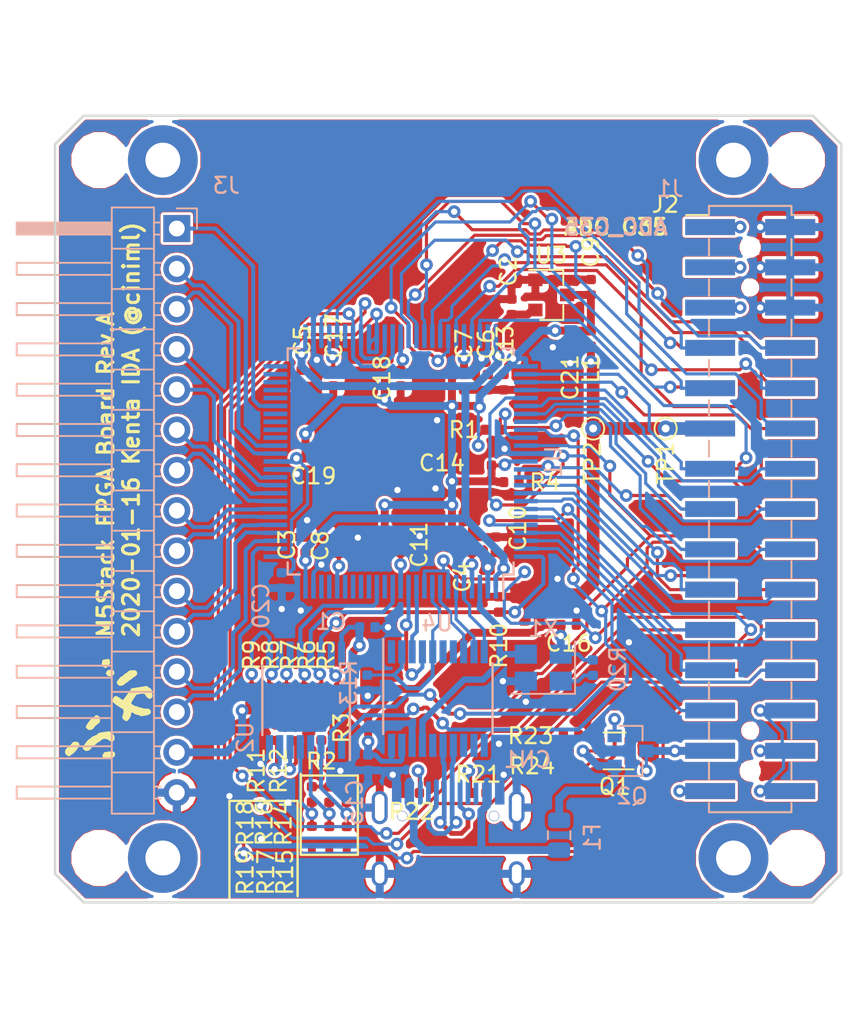
<source format=kicad_pcb>
(kicad_pcb (version 20171130) (host pcbnew "(5.0.0)")
  (layers (0 F.Cu signal) (31 B.Cu signal) (34 B.Paste user) (35 F.Paste user) (36 B.SilkS user) (37 F.SilkS user) (38 B.Mask user) (39 F.Mask user) (44 Edge.Cuts user))
  (net 0 "")
  (net 1 GND)
  (net 2 +3V3)
  (net 3 /HPWR)
  (net 4 /BATTERY)
  (net 5 +5V)
  (net 6 /IIS_MK)
  (net 7 /GPIO_G2)
  (net 8 /GPIO_G5)
  (net 9 /SDA)
  (net 10 /SCL)
  (net 11 /RXD2)
  (net 12 /TXD2)
  (net 13 /RXD0)
  (net 14 /TXD0)
  (net 15 /SCK)
  (net 16 /MISO)
  (net 17 /DAC)
  (net 18 /MOSI)
  (net 19 /DAC_SPK)
  (net 20 /RST)
  (net 21 /ADC_G36)
  (net 22 /ADC_G35)
  (net 23 "Net-(R3-Pad1)")
  (net 24 /A0)
  (net 25 /A1)
  (net 26 /A2)
  (net 27 /FPGA_3V3)
  (net 28 +1V2)
  (net 29 /F_IIS_IN)
  (net 30 /F_IIS_MK)
  (net 31 /F_IIS_OUT)
  (net 32 /F_IIS_WS)
  (net 33 /F_IIS_SK)
  (net 34 /F_GPIO_G5)
  (net 35 /F_GPIO_G2)
  (net 36 /F_SCL)
  (net 37 /F_SDA)
  (net 38 /F_TXD2)
  (net 39 /F_RXD2)
  (net 40 /F_TXD0)
  (net 41 /F_RXD0)
  (net 42 /F_SCK)
  (net 43 /F_DAC)
  (net 44 /F_MISO)
  (net 45 /F_DAC_SPK)
  (net 46 /F_MOSI)
  (net 47 /SSPI_CS_N_IIS_WS)
  (net 48 /SSPI_SCLK_IIS_SK)
  (net 49 /SSPI_SO_IIS_OUT)
  (net 50 /SSPI_SI_IIS_IN)
  (net 51 "Net-(R14-Pad1)")
  (net 52 /MODE0)
  (net 53 /READY)
  (net 54 /RECONFIG_N)
  (net 55 /JTAG_TCK)
  (net 56 /OSC_24M_OE)
  (net 57 /CC1)
  (net 58 /CC2)
  (net 59 "Net-(Q1-Pad2)")
  (net 60 /JTAG_TDI)
  (net 61 /JTAG_TDO)
  (net 62 /OSC_24M)
  (net 63 /PROG_RX0)
  (net 64 /JTAG_TMS)
  (net 65 /VBUS)
  (net 66 "Net-(F1-Pad1)")
  (net 67 /IOB26A)
  (net 68 "Net-(Q1-Pad6)")
  (net 69 /PROG_TX0)
  (net 70 /USB_D+)
  (net 71 /USB_D-)
  (net 72 /IOB19_N)
  (net 73 /IOB19_P)
  (net 74 /IOB14_N)
  (net 75 /IOB14_P)
  (net 76 /IOB12_N)
  (net 77 /IOB12_P)
  (net 78 /IOB10_N)
  (net 79 /IOB10_P)
  (net 80 /IOB8_N)
  (net 81 /IOB8_P)
  (net 82 /IOB6_N)
  (net 83 /IOB6_P)
  (net 84 "Net-(R7-Pad2)")
  (net 85 "Net-(R8-Pad2)")
  (net 86 "Net-(R9-Pad2)")
  (net 87 "Net-(R11-Pad2)")
  (net 88 "Net-(R12-Pad2)")
  (module local:logo (layer F.Cu) (at 3.4 37.6 100)
    (fp_text reference G*** hide)
    (fp_text value LOGO hide)
  )
  (module Capacitor_SMD:C_0402_1005Metric (layer B.Cu) (at 19.9 32.45)
    (fp_text reference C1 (at -2.3 -0.35) (layer B.SilkS) (effects (justify mirror)))
    (fp_text value 100n)
    (pad 1 smd roundrect (at -0.485 0) (size 0.59 0.64) (layers B.Cu B.Paste B.Mask) (net 2 +3V3))
    (pad 2 smd roundrect (at 0.485 0) (size 0.59 0.64) (layers B.Cu B.Paste B.Mask) (net 1 GND))
  )
  (module MountingHole:MountingHole_3.2mm_M3 (layer F.Cu) (at 3 47)
    (fp_text reference MH1 hide)
    (fp_text value Corner)
    (pad 1 np_thru_hole circle (at 0 0) (size 3.2 3.2) (drill 3.2) (layers *.Cu *.Mask))
  )
  (module MountingHole:MountingHole_3.2mm_M3 (layer F.Cu) (at 47 47)
    (fp_text reference MH2 hide)
    (fp_text value Corner)
    (pad 1 np_thru_hole circle (at 0 0) (size 3.2 3.2) (drill 3.2) (layers *.Cu *.Mask))
  )
  (module MountingHole:MountingHole_3.2mm_M3 (layer F.Cu) (at 3 3)
    (fp_text reference MH3 hide)
    (fp_text value Corner)
    (pad 1 np_thru_hole circle (at 0 0) (size 3.2 3.2) (drill 3.2) (layers *.Cu *.Mask))
  )
  (module MountingHole:MountingHole_3.2mm_M3 (layer F.Cu) (at 47 3)
    (fp_text reference MH4 hide)
    (fp_text value Corner)
    (pad 1 np_thru_hole circle (at 0 0) (size 3.2 3.2) (drill 3.2) (layers *.Cu *.Mask))
  )
  (module MountingHole:MountingHole_2.2mm_M2_Pad (layer F.Cu) (at 7 47)
    (fp_text reference MH5 hide)
    (fp_text value Fix)
    (pad 1 thru_hole circle (at 0 0) (size 4.4 4.4) (drill 2.2) (layers *.Cu *.Mask))
  )
  (module MountingHole:MountingHole_2.2mm_M2_Pad (layer F.Cu) (at 43 47)
    (fp_text reference MH6 hide)
    (fp_text value Fix)
    (pad 1 thru_hole circle (at 0 0) (size 4.4 4.4) (drill 2.2) (layers *.Cu *.Mask))
  )
  (module MountingHole:MountingHole_2.2mm_M2_Pad (layer F.Cu) (at 7 3)
    (fp_text reference MH7 hide)
    (fp_text value Fix)
    (pad 1 thru_hole circle (at 0 0) (size 4.4 4.4) (drill 2.2) (layers *.Cu *.Mask))
  )
  (module MountingHole:MountingHole_2.2mm_M2_Pad (layer F.Cu) (at 43 3)
    (fp_text reference MH8 hide)
    (fp_text value Fix)
    (pad 1 thru_hole circle (at 0 0) (size 4.4 4.4) (drill 2.2) (layers *.Cu *.Mask))
  )
  (module Resistor_SMD:R_0402_1005Metric (layer F.Cu) (at 27.8 20)
    (fp_text reference R1 (at -1.8 0) (layer F.SilkS))
    (fp_text value 2k)
    (pad 2 smd roundrect (at 0.485 0) (size 0.59 0.64) (layers F.Cu F.Paste F.Mask) (net 36 /F_SCL))
    (pad 1 smd roundrect (at -0.485 0) (size 0.59 0.64) (layers F.Cu F.Paste F.Mask) (net 27 /FPGA_3V3))
  )
  (module Resistor_SMD:R_0402_1005Metric (layer F.Cu) (at 17 39.1 270)
    (fp_text reference R2 (at 1.8 0) (layer F.SilkS))
    (fp_text value 2k)
    (pad 2 smd roundrect (at 0.485 0 270) (size 0.59 0.64) (layers F.Cu F.Paste F.Mask) (net 51 "Net-(R14-Pad1)"))
    (pad 1 smd roundrect (at -0.485 0 270) (size 0.59 0.64) (layers F.Cu F.Paste F.Mask) (net 2 +3V3))
  )
  (module Resistor_SMD:R_0402_1005Metric (layer F.Cu) (at 18.1 36.7 270)
    (fp_text reference R3 (at 2.1 -0.2 270) (layer F.SilkS))
    (fp_text value 2k)
    (pad 1 smd roundrect (at -0.485 0 270) (size 0.59 0.64) (layers F.Cu F.Paste F.Mask) (net 23 "Net-(R3-Pad1)"))
    (pad 2 smd roundrect (at 0.485 0 270) (size 0.59 0.64) (layers F.Cu F.Paste F.Mask) (net 2 +3V3))
  )
  (module Resistor_SMD:R_0402_1005Metric (layer F.Cu) (at 28.985 23.3)
    (fp_text reference R4 (at 2.115 0) (layer F.SilkS))
    (fp_text value 2k)
    (pad 1 smd roundrect (at -0.485 0) (size 0.59 0.64) (layers F.Cu F.Paste F.Mask) (net 27 /FPGA_3V3))
    (pad 2 smd roundrect (at 0.485 0) (size 0.59 0.64) (layers F.Cu F.Paste F.Mask) (net 37 /F_SDA))
  )
  (module Resistor_SMD:R_0402_1005Metric (layer F.Cu) (at 17 36.715 90)
    (fp_text reference R5 (at 2.515 0.3 90) (layer F.SilkS))
    (fp_text value 4.7k)
    (pad 1 smd roundrect (at -0.485 0 90) (size 0.59 0.64) (layers F.Cu F.Paste F.Mask) (net 2 +3V3))
    (pad 2 smd roundrect (at 0.485 0 90) (size 0.59 0.64) (layers F.Cu F.Paste F.Mask) (net 54 /RECONFIG_N))
  )
  (module Resistor_SMD:R_0402_1005Metric (layer F.Cu) (at 15.9 36.7 90)
    (fp_text reference R6 (at 2.5 0.2 90) (layer F.SilkS))
    (fp_text value 100k)
    (pad 2 smd roundrect (at 0.485 0 90) (size 0.59 0.64) (layers F.Cu F.Paste F.Mask) (net 53 /READY))
    (pad 1 smd roundrect (at -0.485 0 90) (size 0.59 0.64) (layers F.Cu F.Paste F.Mask) (net 2 +3V3))
  )
  (module Resistor_SMD:R_0402_1005Metric (layer F.Cu) (at 14.8 36.7 90)
    (fp_text reference R7 (at 2.5 0.2 90) (layer F.SilkS))
    (fp_text value 100k)
    (pad 2 smd roundrect (at 0.485 0 90) (size 0.59 0.64) (layers F.Cu F.Paste F.Mask) (net 84 "Net-(R7-Pad2)"))
    (pad 1 smd roundrect (at -0.485 0 90) (size 0.59 0.64) (layers F.Cu F.Paste F.Mask) (net 2 +3V3))
  )
  (module Resistor_SMD:R_0402_1005Metric (layer F.Cu) (at 13.7 36.7 90)
    (fp_text reference R8 (at 2.5 0.1 90) (layer F.SilkS))
    (fp_text value 100k)
    (pad 1 smd roundrect (at -0.485 0 90) (size 0.59 0.64) (layers F.Cu F.Paste F.Mask) (net 2 +3V3))
    (pad 2 smd roundrect (at 0.485 0 90) (size 0.59 0.64) (layers F.Cu F.Paste F.Mask) (net 85 "Net-(R8-Pad2)"))
  )
  (module Resistor_SMD:R_0402_1005Metric (layer F.Cu) (at 12.6 36.7 90)
    (fp_text reference R9 (at 2.5 0 90) (layer F.SilkS))
    (fp_text value 100k)
    (pad 2 smd roundrect (at 0.485 0 90) (size 0.59 0.64) (layers F.Cu F.Paste F.Mask) (net 86 "Net-(R9-Pad2)"))
    (pad 1 smd roundrect (at -0.485 0 90) (size 0.59 0.64) (layers F.Cu F.Paste F.Mask) (net 2 +3V3))
  )
  (module Resistor_SMD:R_0402_1005Metric (layer F.Cu) (at 28.2 31.015 90)
    (fp_text reference R10 (at -2.6 0 90) (layer F.SilkS))
    (fp_text value 4.7k)
    (pad 1 smd roundrect (at -0.485 0 90) (size 0.59 0.64) (layers F.Cu F.Paste F.Mask) (net 52 /MODE0))
    (pad 2 smd roundrect (at 0.485 0 90) (size 0.59 0.64) (layers F.Cu F.Paste F.Mask) (net 1 GND))
  )
  (module Resistor_SMD:R_0402_1005Metric (layer F.Cu) (at 14.2 39.1 270)
    (fp_text reference R11 (at 2.4 1.3 270) (layer F.SilkS))
    (fp_text value 100k)
    (pad 2 smd roundrect (at 0.485 0 270) (size 0.59 0.64) (layers F.Cu F.Paste F.Mask) (net 87 "Net-(R11-Pad2)"))
    (pad 1 smd roundrect (at -0.485 0 270) (size 0.59 0.64) (layers F.Cu F.Paste F.Mask) (net 2 +3V3))
  )
  (module Resistor_SMD:R_0402_1005Metric (layer F.Cu) (at 15.4 39.1223 270)
    (fp_text reference R12 (at 2.3777 1.1 270) (layer F.SilkS))
    (fp_text value 100k)
    (pad 1 smd roundrect (at -0.485 0 270) (size 0.59 0.64) (layers F.Cu F.Paste F.Mask) (net 2 +3V3))
    (pad 2 smd roundrect (at 0.485 0 270) (size 0.59 0.64) (layers F.Cu F.Paste F.Mask) (net 88 "Net-(R12-Pad2)"))
  )
  (module Package_SO:TSSOP-16_4.4x5mm_P0.65mm (layer B.Cu) (at 16 37.05 90)
    (fp_text reference U2 (at -2.35 -3.8 270) (layer B.SilkS) (effects (justify mirror)))
    (fp_text value PCA9557)
    (pad 1 smd rect (at -2.95 2.275 90) (size 1.5 0.45) (layers B.Cu B.Paste B.Mask) (net 10 /SCL))
    (pad 2 smd rect (at -2.95 1.625 90) (size 1.5 0.45) (layers B.Cu B.Paste B.Mask) (net 9 /SDA))
    (pad 3 smd rect (at -2.95 0.975 90) (size 1.5 0.45) (layers B.Cu B.Paste B.Mask) (net 24 /A0))
    (pad 4 smd rect (at -2.95 0.325 90) (size 1.5 0.45) (layers B.Cu B.Paste B.Mask) (net 25 /A1))
    (pad 5 smd rect (at -2.95 -0.325 90) (size 1.5 0.45) (layers B.Cu B.Paste B.Mask) (net 26 /A2))
    (pad 6 smd rect (at -2.95 -0.975 90) (size 1.5 0.45) (layers B.Cu B.Paste B.Mask) (net 88 "Net-(R12-Pad2)"))
    (pad 7 smd rect (at -2.95 -1.625 90) (size 1.5 0.45) (layers B.Cu B.Paste B.Mask) (net 87 "Net-(R11-Pad2)"))
    (pad 8 smd rect (at -2.95 -2.275 90) (size 1.5 0.45) (layers B.Cu B.Paste B.Mask) (net 1 GND))
    (pad 9 smd rect (at 2.95 -2.275 90) (size 1.5 0.45) (layers B.Cu B.Paste B.Mask) (net 86 "Net-(R9-Pad2)"))
    (pad 10 smd rect (at 2.95 -1.625 90) (size 1.5 0.45) (layers B.Cu B.Paste B.Mask) (net 85 "Net-(R8-Pad2)"))
    (pad 11 smd rect (at 2.95 -0.975 90) (size 1.5 0.45) (layers B.Cu B.Paste B.Mask) (net 84 "Net-(R7-Pad2)"))
    (pad 12 smd rect (at 2.95 -0.325 90) (size 1.5 0.45) (layers B.Cu B.Paste B.Mask) (net 53 /READY))
    (pad 13 smd rect (at 2.95 0.325 90) (size 1.5 0.45) (layers B.Cu B.Paste B.Mask) (net 54 /RECONFIG_N))
    (pad 14 smd rect (at 2.95 0.975 90) (size 1.5 0.45) (layers B.Cu B.Paste B.Mask) (net 52 /MODE0))
    (pad 15 smd rect (at 2.95 1.625 90) (size 1.5 0.45) (layers B.Cu B.Paste B.Mask) (net 23 "Net-(R3-Pad1)"))
    (pad 16 smd rect (at 2.95 2.275 90) (size 1.5 0.45) (layers B.Cu B.Paste B.Mask) (net 2 +3V3))
  )
  (module local:MBUS_Socket (layer B.Cu) (at 44.05 25 180)
    (fp_text reference J1 (at 5.05 20.2 180) (layer B.SilkS) (effects (justify mirror)))
    (fp_text value MBUS_BOTTOM)
    (pad 30 smd rect (at 2.525 -17.78 180) (size 3.15 1) (layers B.Cu B.Paste B.Mask) (net 4 /BATTERY))
    (pad 29 smd rect (at -2.525 -17.78 180) (size 3.15 1) (layers B.Cu B.Paste B.Mask) (net 3 /HPWR))
    (pad 28 smd rect (at 2.525 -15.24 180) (size 3.15 1) (layers B.Cu B.Paste B.Mask) (net 5 +5V))
    (pad 27 smd rect (at -2.525 -15.24 180) (size 3.15 1) (layers B.Cu B.Paste B.Mask) (net 3 /HPWR))
    (pad 26 smd rect (at 2.525 -12.7 180) (size 3.15 1) (layers B.Cu B.Paste B.Mask) (net 29 /F_IIS_IN))
    (pad 25 smd rect (at -2.525 -12.7 180) (size 3.15 1) (layers B.Cu B.Paste B.Mask) (net 3 /HPWR))
    (pad 24 smd rect (at 2.525 -10.16 180) (size 3.15 1) (layers B.Cu B.Paste B.Mask) (net 30 /F_IIS_MK))
    (pad 23 smd rect (at -2.525 -10.16 180) (size 3.15 1) (layers B.Cu B.Paste B.Mask) (net 31 /F_IIS_OUT))
    (pad 22 smd rect (at 2.525 -7.62 180) (size 3.15 1) (layers B.Cu B.Paste B.Mask) (net 32 /F_IIS_WS))
    (pad 21 smd rect (at -2.525 -7.62 180) (size 3.15 1) (layers B.Cu B.Paste B.Mask) (net 33 /F_IIS_SK))
    (pad 20 smd rect (at 2.525 -5.08 180) (size 3.15 1) (layers B.Cu B.Paste B.Mask) (net 34 /F_GPIO_G5))
    (pad 19 smd rect (at -2.525 -5.08 180) (size 3.15 1) (layers B.Cu B.Paste B.Mask) (net 35 /F_GPIO_G2))
    (pad 18 smd rect (at 2.525 -2.54 180) (size 3.15 1) (layers B.Cu B.Paste B.Mask) (net 36 /F_SCL))
    (pad 17 smd rect (at -2.525 -2.54 180) (size 3.15 1) (layers B.Cu B.Paste B.Mask) (net 37 /F_SDA))
    (pad 16 smd rect (at 2.525 0 180) (size 3.15 1) (layers B.Cu B.Paste B.Mask) (net 38 /F_TXD2))
    (pad 15 smd rect (at -2.525 0 180) (size 3.15 1) (layers B.Cu B.Paste B.Mask) (net 39 /F_RXD2))
    (pad 14 smd rect (at 2.525 2.54 180) (size 3.15 1) (layers B.Cu B.Paste B.Mask) (net 40 /F_TXD0))
    (pad 13 smd rect (at -2.525 2.54 180) (size 3.15 1) (layers B.Cu B.Paste B.Mask) (net 41 /F_RXD0))
    (pad 12 smd rect (at 2.525 5.08 180) (size 3.15 1) (layers B.Cu B.Paste B.Mask) (net 2 +3V3))
    (pad 11 smd rect (at -2.525 5.08 180) (size 3.15 1) (layers B.Cu B.Paste B.Mask) (net 42 /F_SCK))
    (pad 10 smd rect (at 2.525 7.62 180) (size 3.15 1) (layers B.Cu B.Paste B.Mask) (net 43 /F_DAC))
    (pad 9 smd rect (at -2.525 7.62 180) (size 3.15 1) (layers B.Cu B.Paste B.Mask) (net 44 /F_MISO))
    (pad 8 smd rect (at 2.525 10.16 180) (size 3.15 1) (layers B.Cu B.Paste B.Mask) (net 45 /F_DAC_SPK))
    (pad 7 smd rect (at -2.525 10.16 180) (size 3.15 1) (layers B.Cu B.Paste B.Mask) (net 46 /F_MOSI))
    (pad 6 smd rect (at 2.525 12.7 180) (size 3.15 1) (layers B.Cu B.Paste B.Mask) (net 20 /RST))
    (pad 5 smd rect (at -2.525 12.7 180) (size 3.15 1) (layers B.Cu B.Paste B.Mask) (net 1 GND))
    (pad 4 smd rect (at 2.525 15.24 180) (size 3.15 1) (layers B.Cu B.Paste B.Mask) (net 21 /ADC_G36))
    (pad 3 smd rect (at -2.525 15.24 180) (size 3.15 1) (layers B.Cu B.Paste B.Mask) (net 1 GND))
    (pad 2 smd rect (at 2.525 17.78 180) (size 3.15 1) (layers B.Cu B.Paste B.Mask) (net 22 /ADC_G35))
    (pad 1 smd rect (at -2.525 17.78 180) (size 3.15 1) (layers B.Cu B.Paste B.Mask) (net 1 GND))
    (pad "" np_thru_hole circle (at 0 16.51 180) (size 1 1) (drill 1) (layers *.Cu *.Mask))
    (pad "" np_thru_hole circle (at 0 -16.51 180) (size 1 1) (drill 1) (layers *.Cu *.Mask))
  )
  (module local:MBUS_Header (layer F.Cu) (at 44.05 25)
    (fp_text reference J2 (at -5.35 -19.2) (layer F.SilkS))
    (fp_text value MBUS_TOP)
    (pad "" np_thru_hole circle (at 0 13.97) (size 0.8 0.8) (drill 0.8) (layers *.Cu *.Mask))
    (pad "" np_thru_hole circle (at 0 -13.97) (size 0.8 0.8) (drill 0.8) (layers *.Cu *.Mask))
    (pad 1 smd rect (at -2.525 -17.78) (size 3.15 1) (layers F.Cu F.Paste F.Mask) (net 22 /ADC_G35))
    (pad 2 smd rect (at 2.525 -17.78) (size 3.15 1) (layers F.Cu F.Paste F.Mask) (net 1 GND))
    (pad 3 smd rect (at -2.525 -15.24) (size 3.15 1) (layers F.Cu F.Paste F.Mask) (net 21 /ADC_G36))
    (pad 4 smd rect (at 2.525 -15.24) (size 3.15 1) (layers F.Cu F.Paste F.Mask) (net 1 GND))
    (pad 5 smd rect (at -2.525 -12.7) (size 3.15 1) (layers F.Cu F.Paste F.Mask) (net 20 /RST))
    (pad 6 smd rect (at 2.525 -12.7) (size 3.15 1) (layers F.Cu F.Paste F.Mask) (net 1 GND))
    (pad 7 smd rect (at -2.525 -10.16) (size 3.15 1) (layers F.Cu F.Paste F.Mask) (net 19 /DAC_SPK))
    (pad 8 smd rect (at 2.525 -10.16) (size 3.15 1) (layers F.Cu F.Paste F.Mask) (net 18 /MOSI))
    (pad 9 smd rect (at -2.525 -7.62) (size 3.15 1) (layers F.Cu F.Paste F.Mask) (net 17 /DAC))
    (pad 10 smd rect (at 2.525 -7.62) (size 3.15 1) (layers F.Cu F.Paste F.Mask) (net 16 /MISO))
    (pad 11 smd rect (at -2.525 -5.08) (size 3.15 1) (layers F.Cu F.Paste F.Mask) (net 2 +3V3))
    (pad 12 smd rect (at 2.525 -5.08) (size 3.15 1) (layers F.Cu F.Paste F.Mask) (net 15 /SCK))
    (pad 13 smd rect (at -2.525 -2.54) (size 3.15 1) (layers F.Cu F.Paste F.Mask) (net 14 /TXD0))
    (pad 14 smd rect (at 2.525 -2.54) (size 3.15 1) (layers F.Cu F.Paste F.Mask) (net 13 /RXD0))
    (pad 15 smd rect (at -2.525 0) (size 3.15 1) (layers F.Cu F.Paste F.Mask) (net 12 /TXD2))
    (pad 16 smd rect (at 2.525 0) (size 3.15 1) (layers F.Cu F.Paste F.Mask) (net 11 /RXD2))
    (pad 17 smd rect (at -2.525 2.54) (size 3.15 1) (layers F.Cu F.Paste F.Mask) (net 10 /SCL))
    (pad 18 smd rect (at 2.525 2.54) (size 3.15 1) (layers F.Cu F.Paste F.Mask) (net 9 /SDA))
    (pad 19 smd rect (at -2.525 5.08) (size 3.15 1) (layers F.Cu F.Paste F.Mask) (net 8 /GPIO_G5))
    (pad 20 smd rect (at 2.525 5.08) (size 3.15 1) (layers F.Cu F.Paste F.Mask) (net 7 /GPIO_G2))
    (pad 21 smd rect (at -2.525 7.62) (size 3.15 1) (layers F.Cu F.Paste F.Mask) (net 47 /SSPI_CS_N_IIS_WS))
    (pad 22 smd rect (at 2.525 7.62) (size 3.15 1) (layers F.Cu F.Paste F.Mask) (net 48 /SSPI_SCLK_IIS_SK))
    (pad 23 smd rect (at -2.525 10.16) (size 3.15 1) (layers F.Cu F.Paste F.Mask) (net 6 /IIS_MK))
    (pad 24 smd rect (at 2.525 10.16) (size 3.15 1) (layers F.Cu F.Paste F.Mask) (net 49 /SSPI_SO_IIS_OUT))
    (pad 25 smd rect (at -2.525 12.7) (size 3.15 1) (layers F.Cu F.Paste F.Mask) (net 50 /SSPI_SI_IIS_IN))
    (pad 26 smd rect (at 2.525 12.7) (size 3.15 1) (layers F.Cu F.Paste F.Mask) (net 3 /HPWR))
    (pad 27 smd rect (at -2.525 15.24) (size 3.15 1) (layers F.Cu F.Paste F.Mask) (net 5 +5V))
    (pad 28 smd rect (at 2.525 15.24) (size 3.15 1) (layers F.Cu F.Paste F.Mask) (net 3 /HPWR))
    (pad 29 smd rect (at -2.525 17.78) (size 3.15 1) (layers F.Cu F.Paste F.Mask) (net 4 /BATTERY))
    (pad 30 smd rect (at 2.525 17.78) (size 3.15 1) (layers F.Cu F.Paste F.Mask) (net 3 /HPWR))
  )
  (module Capacitor_SMD:C_0402_1005Metric (layer F.Cu) (at 29 12.25 90)
    (fp_text reference C2 (at 2.25 -0.2 90) (layer F.SilkS))
    (fp_text value 4.7u)
    (pad 1 smd roundrect (at -0.485 0 90) (size 0.59 0.64) (layers F.Cu F.Paste F.Mask) (net 28 +1V2))
    (pad 2 smd roundrect (at 0.485 0 90) (size 0.59 0.64) (layers F.Cu F.Paste F.Mask) (net 1 GND))
  )
  (module Capacitor_SMD:C_0402_1005Metric (layer F.Cu) (at 16 27.25 90)
    (fp_text reference C3 (at 0 -1.17 90) (layer F.SilkS))
    (fp_text value 100n)
    (pad 2 smd roundrect (at 0.485 0 90) (size 0.59 0.64) (layers F.Cu F.Paste F.Mask) (net 1 GND))
    (pad 1 smd roundrect (at -0.485 0 90) (size 0.59 0.64) (layers F.Cu F.Paste F.Mask) (net 28 +1V2))
  )
  (module Capacitor_SMD:C_0402_1005Metric (layer F.Cu) (at 28 27.25 90)
    (fp_text reference C4 (at -2.05 -2.1 90) (layer F.SilkS))
    (fp_text value 100n)
    (pad 1 smd roundrect (at -0.485 0 90) (size 0.59 0.64) (layers F.Cu F.Paste F.Mask) (net 28 +1V2))
    (pad 2 smd roundrect (at 0.485 0 90) (size 0.59 0.64) (layers F.Cu F.Paste F.Mask) (net 1 GND))
  )
  (module Capacitor_SMD:C_0402_1005Metric (layer F.Cu) (at 15.75 16.735 270)
    (fp_text reference C5 (at -2.335 -0.05 270) (layer F.SilkS))
    (fp_text value 100n)
    (pad 2 smd roundrect (at 0.485 0 270) (size 0.59 0.64) (layers F.Cu F.Paste F.Mask) (net 1 GND))
    (pad 1 smd roundrect (at -0.485 0 270) (size 0.59 0.64) (layers F.Cu F.Paste F.Mask) (net 28 +1V2))
  )
  (module Capacitor_SMD:C_0402_1005Metric (layer F.Cu) (at 27.5 17 270)
    (fp_text reference C6 (at -2.4 0.1 270) (layer F.SilkS))
    (fp_text value 100n)
    (pad 1 smd roundrect (at -0.485 0 270) (size 0.59 0.64) (layers F.Cu F.Paste F.Mask) (net 28 +1V2))
    (pad 2 smd roundrect (at 0.485 0 270) (size 0.59 0.64) (layers F.Cu F.Paste F.Mask) (net 1 GND))
  )
  (module Capacitor_SMD:C_0402_1005Metric (layer F.Cu) (at 26 17 270)
    (fp_text reference C7 (at -2.4 0 270) (layer F.SilkS))
    (fp_text value 100n)
    (pad 2 smd roundrect (at 0.485 0 270) (size 0.59 0.64) (layers F.Cu F.Paste F.Mask) (net 1 GND))
    (pad 1 smd roundrect (at -0.485 0 270) (size 0.59 0.64) (layers F.Cu F.Paste F.Mask) (net 27 /FPGA_3V3))
  )
  (module Capacitor_SMD:C_0402_1005Metric (layer F.Cu) (at 18.1 27.315 90)
    (fp_text reference C8 (at 0 -1.17 90) (layer F.SilkS))
    (fp_text value 100n)
    (pad 1 smd roundrect (at -0.485 0 90) (size 0.59 0.64) (layers F.Cu F.Paste F.Mask) (net 27 /FPGA_3V3))
    (pad 2 smd roundrect (at 0.485 0 90) (size 0.59 0.64) (layers F.Cu F.Paste F.Mask) (net 1 GND))
  )
  (module Capacitor_SMD:C_0402_1005Metric (layer F.Cu) (at 34 11.015 90)
    (fp_text reference C9 (at 2.215 0 90) (layer F.SilkS))
    (fp_text value 1u)
    (pad 2 smd roundrect (at 0.485 0 90) (size 0.59 0.64) (layers F.Cu F.Paste F.Mask) (net 1 GND))
    (pad 1 smd roundrect (at -0.485 0 90) (size 0.59 0.64) (layers F.Cu F.Paste F.Mask) (net 27 /FPGA_3V3))
  )
  (module Capacitor_SMD:C_0402_1005Metric (layer F.Cu) (at 26.5 27.25 270)
    (fp_text reference C10 (at -1.05 -2.9 270) (layer F.SilkS))
    (fp_text value 100n)
    (pad 2 smd roundrect (at 0.485 0 270) (size 0.59 0.64) (layers F.Cu F.Paste F.Mask) (net 27 /FPGA_3V3))
    (pad 1 smd roundrect (at -0.485 0 270) (size 0.59 0.64) (layers F.Cu F.Paste F.Mask) (net 1 GND))
  )
  (module Capacitor_SMD:C_0402_1005Metric (layer F.Cu) (at 22 27.25 270)
    (fp_text reference C11 (at 0 -1.17 270) (layer F.SilkS))
    (fp_text value 100n)
    (pad 1 smd roundrect (at -0.485 0 270) (size 0.59 0.64) (layers F.Cu F.Paste F.Mask) (net 1 GND))
    (pad 2 smd roundrect (at 0.485 0 270) (size 0.59 0.64) (layers F.Cu F.Paste F.Mask) (net 27 /FPGA_3V3))
  )
  (module Capacitor_SMD:C_0402_1005Metric (layer F.Cu) (at 28.5 17 90)
    (fp_text reference C13 (at 2.4 0.1 90) (layer F.SilkS) (effects (font (size 1 0.8))))
    (fp_text value 100n)
    (pad 2 smd roundrect (at 0.485 0 90) (size 0.59 0.64) (layers F.Cu F.Paste F.Mask) (net 27 /FPGA_3V3))
    (pad 1 smd roundrect (at -0.485 0 90) (size 0.59 0.64) (layers F.Cu F.Paste F.Mask) (net 1 GND))
  )
  (module Capacitor_SMD:C_0402_1005Metric (layer F.Cu) (at 27.25 22.25)
    (fp_text reference C14 (at -2.65 -0.15) (layer F.SilkS))
    (fp_text value 100n)
    (pad 1 smd roundrect (at -0.485 0) (size 0.59 0.64) (layers F.Cu F.Paste F.Mask) (net 1 GND))
    (pad 2 smd roundrect (at 0.485 0) (size 0.59 0.64) (layers F.Cu F.Paste F.Mask) (net 27 /FPGA_3V3))
  )
  (module Capacitor_SMD:C_0402_1005Metric (layer B.Cu) (at 19.95 40.985 270)
    (fp_text reference C15 (at 2.515 0.85 270) (layer B.SilkS) (effects (justify mirror)))
    (fp_text value 100n)
    (pad 2 smd roundrect (at 0.485 0 270) (size 0.59 0.64) (layers B.Cu B.Paste B.Mask) (net 1 GND))
    (pad 1 smd roundrect (at -0.485 0 270) (size 0.59 0.64) (layers B.Cu B.Paste B.Mask) (net 2 +3V3))
  )
  (module Capacitor_SMD:C_0402_1005Metric (layer F.Cu) (at 32.6 32.3 180)
    (fp_text reference C16 (at 0 -1.17 180) (layer F.SilkS))
    (fp_text value 100n)
    (pad 1 smd roundrect (at -0.485 0 180) (size 0.59 0.64) (layers F.Cu F.Paste F.Mask) (net 1 GND))
    (pad 2 smd roundrect (at 0.485 0 180) (size 0.59 0.64) (layers F.Cu F.Paste F.Mask) (net 2 +3V3))
  )
  (module Capacitor_SMD:C_0402_1005Metric (layer F.Cu) (at 17.75 16.75 90)
    (fp_text reference C17 (at 2.65 0.05 90) (layer F.SilkS))
    (fp_text value 100n)
    (pad 2 smd roundrect (at 0.485 0 90) (size 0.59 0.64) (layers F.Cu F.Paste F.Mask) (net 27 /FPGA_3V3))
    (pad 1 smd roundrect (at -0.485 0 90) (size 0.59 0.64) (layers F.Cu F.Paste F.Mask) (net 1 GND))
  )
  (module Capacitor_SMD:C_0402_1005Metric (layer F.Cu) (at 22 16.75 90)
    (fp_text reference C18 (at 0 -1.17 90) (layer F.SilkS))
    (fp_text value 100n)
    (pad 1 smd roundrect (at -0.485 0 90) (size 0.59 0.64) (layers F.Cu F.Paste F.Mask) (net 1 GND))
    (pad 2 smd roundrect (at 0.485 0 90) (size 0.59 0.64) (layers F.Cu F.Paste F.Mask) (net 27 /FPGA_3V3))
  )
  (module Capacitor_SMD:C_0402_1005Metric (layer F.Cu) (at 16.5 21.75 180)
    (fp_text reference C19 (at 0 -1.17 180) (layer F.SilkS))
    (fp_text value 100n)
    (pad 1 smd roundrect (at -0.485 0 180) (size 0.59 0.64) (layers F.Cu F.Paste F.Mask) (net 1 GND))
    (pad 2 smd roundrect (at 0.485 0 180) (size 0.59 0.64) (layers F.Cu F.Paste F.Mask) (net 27 /FPGA_3V3))
  )
  (module Capacitor_SMD:C_0402_1005Metric (layer B.Cu) (at 14.5 29.5 90)
    (fp_text reference C20 (at -1.6 -1.3 90) (layer B.SilkS) (effects (justify mirror)))
    (fp_text value 100n)
    (pad 2 smd roundrect (at 0.485 0 90) (size 0.59 0.64) (layers B.Cu B.Paste B.Mask) (net 27 /FPGA_3V3))
    (pad 1 smd roundrect (at -0.485 0 90) (size 0.59 0.64) (layers B.Cu B.Paste B.Mask) (net 1 GND))
  )
  (module Capacitor_SMD:C_0402_1005Metric (layer F.Cu) (at 32.7 14.285 270)
    (fp_text reference C21 (at 2.415 0 270) (layer F.SilkS))
    (fp_text value 4.7u)
    (pad 2 smd roundrect (at 0.485 0 270) (size 0.59 0.64) (layers F.Cu F.Paste F.Mask) (net 1 GND))
    (pad 1 smd roundrect (at -0.485 0 270) (size 0.59 0.64) (layers F.Cu F.Paste F.Mask) (net 27 /FPGA_3V3))
  )
  (module Resistor_SMD:R_0402_1005Metric (layer B.Cu) (at 19.9 35.95 270)
    (fp_text reference R13 (at 0 1.17 270) (layer B.SilkS) (effects (justify mirror)))
    (fp_text value 4.7k)
    (pad 2 smd roundrect (at 0.485 0 270) (size 0.59 0.64) (layers B.Cu B.Paste B.Mask) (net 1 GND))
    (pad 1 smd roundrect (at -0.485 0 270) (size 0.59 0.64) (layers B.Cu B.Paste B.Mask) (net 55 /JTAG_TCK))
  )
  (module Resistor_SMD:R_0402_1005Metric (layer F.Cu) (at 18.6 43 270)
    (fp_text reference R14 (at 1.8 4 270) (layer F.SilkS))
    (fp_text value NC)
    (pad 2 smd roundrect (at 0.485 0 270) (size 0.59 0.64) (layers F.Cu F.Paste F.Mask) (net 24 /A0))
    (pad 1 smd roundrect (at -0.485 0 270) (size 0.59 0.64) (layers F.Cu F.Paste F.Mask) (net 51 "Net-(R14-Pad1)"))
  )
  (module Resistor_SMD:R_0402_1005Metric (layer F.Cu) (at 18.6 45.5 270)
    (fp_text reference R15 (at 2.4 3.9 270) (layer F.SilkS))
    (fp_text value 0)
    (pad 1 smd roundrect (at -0.485 0 270) (size 0.59 0.64) (layers F.Cu F.Paste F.Mask) (net 24 /A0))
    (pad 2 smd roundrect (at 0.485 0 270) (size 0.59 0.64) (layers F.Cu F.Paste F.Mask) (net 1 GND))
  )
  (module Resistor_SMD:R_0402_1005Metric (layer F.Cu) (at 17.5 43 270)
    (fp_text reference R16 (at 1.8 4.1 270) (layer F.SilkS))
    (fp_text value NC)
    (pad 2 smd roundrect (at 0.485 0 270) (size 0.59 0.64) (layers F.Cu F.Paste F.Mask) (net 25 /A1))
    (pad 1 smd roundrect (at -0.485 0 270) (size 0.59 0.64) (layers F.Cu F.Paste F.Mask) (net 51 "Net-(R14-Pad1)"))
  )
  (module Resistor_SMD:R_0402_1005Metric (layer F.Cu) (at 17.5 45.5 270)
    (fp_text reference R17 (at 2.4 4 270) (layer F.SilkS))
    (fp_text value 0)
    (pad 1 smd roundrect (at -0.485 0 270) (size 0.59 0.64) (layers F.Cu F.Paste F.Mask) (net 25 /A1))
    (pad 2 smd roundrect (at 0.485 0 270) (size 0.59 0.64) (layers F.Cu F.Paste F.Mask) (net 1 GND))
  )
  (module Resistor_SMD:R_0402_1005Metric (layer F.Cu) (at 16.4 42.985 270)
    (fp_text reference R18 (at 1.815 4.2 270) (layer F.SilkS))
    (fp_text value NC)
    (pad 2 smd roundrect (at 0.485 0 270) (size 0.59 0.64) (layers F.Cu F.Paste F.Mask) (net 26 /A2))
    (pad 1 smd roundrect (at -0.485 0 270) (size 0.59 0.64) (layers F.Cu F.Paste F.Mask) (net 51 "Net-(R14-Pad1)"))
  )
  (module Resistor_SMD:R_0402_1005Metric (layer F.Cu) (at 16.4 45.485 270)
    (fp_text reference R19 (at 2.415 4.2 270) (layer F.SilkS))
    (fp_text value 0)
    (pad 1 smd roundrect (at -0.485 0 270) (size 0.59 0.64) (layers F.Cu F.Paste F.Mask) (net 26 /A2))
    (pad 2 smd roundrect (at 0.485 0 270) (size 0.59 0.64) (layers F.Cu F.Paste F.Mask) (net 1 GND))
  )
  (module Resistor_SMD:R_0402_1005Metric (layer B.Cu) (at 34.125 35 270)
    (fp_text reference R20 (at 0.1 -1.575 270) (layer B.SilkS) (effects (justify mirror)))
    (fp_text value 47k)
    (pad 1 smd roundrect (at -0.485 0 270) (size 0.59 0.64) (layers B.Cu B.Paste B.Mask) (net 2 +3V3))
    (pad 2 smd roundrect (at 0.485 0 270) (size 0.59 0.64) (layers B.Cu B.Paste B.Mask) (net 56 /OSC_24M_OE))
  )
  (module Resistor_SMD:R_0402_1005Metric (layer F.Cu) (at 26.9 42.9)
    (fp_text reference R21 (at 0 -1.17) (layer F.SilkS))
    (fp_text value 5.1k)
    (pad 2 smd roundrect (at 0.485 0) (size 0.59 0.64) (layers F.Cu F.Paste F.Mask) (net 1 GND))
    (pad 1 smd roundrect (at -0.485 0) (size 0.59 0.64) (layers F.Cu F.Paste F.Mask) (net 57 /CC1))
  )
  (module Resistor_SMD:R_0402_1005Metric (layer F.Cu) (at 22.7 42.9 180)
    (fp_text reference R22 (at 0 -1.17 180) (layer F.SilkS))
    (fp_text value 5.1k)
    (pad 1 smd roundrect (at -0.485 0 180) (size 0.59 0.64) (layers F.Cu F.Paste F.Mask) (net 58 /CC2))
    (pad 2 smd roundrect (at 0.485 0 180) (size 0.59 0.64) (layers F.Cu F.Paste F.Mask) (net 1 GND))
  )
  (module Resistor_SMD:R_0402_1005Metric (layer F.Cu) (at 32.75 39.25 180)
    (fp_text reference R23 (at 2.55 -0.05 180) (layer F.SilkS))
    (fp_text value 10k)
    (pad 1 smd roundrect (at -0.485 0 180) (size 0.59 0.64) (layers F.Cu F.Paste F.Mask) (net 59 "Net-(Q1-Pad2)"))
    (pad 2 smd roundrect (at 0.485 0 180) (size 0.59 0.64) (layers F.Cu F.Paste F.Mask) (net 1 GND))
  )
  (module Resistor_SMD:R_0402_1005Metric (layer F.Cu) (at 32.75 41.25 180)
    (fp_text reference R24 (at 2.45 0.05 180) (layer F.SilkS))
    (fp_text value 47k)
    (pad 2 smd roundrect (at 0.485 0 180) (size 0.59 0.64) (layers F.Cu F.Paste F.Mask) (net 1 GND))
    (pad 1 smd roundrect (at -0.485 0 180) (size 0.59 0.64) (layers F.Cu F.Paste F.Mask) (net 68 "Net-(Q1-Pad6)"))
  )
  (module Package_TO_SOT_SMD:SOT-23 (layer F.Cu) (at 31.5 11.5)
    (fp_text reference U3 (at 0 -2.5) (layer F.SilkS))
    (fp_text value MCP1700-1202E_SOT23)
    (pad 1 smd rect (at -1 -0.95) (size 0.9 0.8) (layers F.Cu F.Paste F.Mask) (net 1 GND))
    (pad 2 smd rect (at -1 0.95) (size 0.9 0.8) (layers F.Cu F.Paste F.Mask) (net 28 +1V2))
    (pad 3 smd rect (at 1 0) (size 0.9 0.8) (layers F.Cu F.Paste F.Mask) (net 27 /FPGA_3V3))
  )
  (module local:TYPE-C-31-M-12 (layer B.Cu) (at 25 48 180)
    (fp_text reference CN1 (at -5 7.2 180) (layer B.SilkS) (effects (justify mirror)))
    (fp_text value TYPE-C-31-M-12)
    (pad A6 smd rect (at -0.25 5.82 180) (size 0.3 1.45) (drill (offset 0 -0.725)) (layers B.Cu B.Paste B.Mask) (net 70 /USB_D+))
    (pad A7 smd rect (at 0.25 5.82 180) (size 0.3 1.45) (drill (offset 0 -0.725)) (layers B.Cu B.Paste B.Mask) (net 71 /USB_D-))
    (pad B6 smd rect (at 0.75 5.82 180) (size 0.3 1.45) (drill (offset 0 -0.725)) (layers B.Cu B.Paste B.Mask) (net 70 /USB_D+))
    (pad A8 smd rect (at 1.25 5.82 180) (size 0.3 1.45) (drill (offset 0 -0.725)) (layers B.Cu B.Paste B.Mask))
    (pad B5 smd rect (at 1.75 5.82 180) (size 0.3 1.45) (drill (offset 0 -0.725)) (layers B.Cu B.Paste B.Mask) (net 58 /CC2))
    (pad B7 smd rect (at -0.75 5.82 180) (size 0.3 1.45) (drill (offset 0 -0.725)) (layers B.Cu B.Paste B.Mask) (net 71 /USB_D-))
    (pad A5 smd rect (at -1.25 5.82 180) (size 0.3 1.45) (drill (offset 0 -0.725)) (layers B.Cu B.Paste B.Mask) (net 57 /CC1))
    (pad B8 smd rect (at -1.75 5.82 180) (size 0.3 1.45) (drill (offset 0 -0.725)) (layers B.Cu B.Paste B.Mask))
    (pad A4 smd rect (at -2.45 5.82 180) (size 0.6 1.45) (drill (offset 0 -0.725)) (layers B.Cu B.Paste B.Mask) (net 65 /VBUS))
    (pad A1 smd rect (at -3.25 5.82 180) (size 0.6 1.45) (drill (offset 0 -0.725)) (layers B.Cu B.Paste B.Mask) (net 1 GND))
    (pad A12 smd rect (at 3.25 5.82 180) (size 0.6 1.45) (drill (offset 0 -0.725)) (layers B.Cu B.Paste B.Mask) (net 1 GND))
    (pad A9 smd rect (at 2.45 5.82 180) (size 0.6 1.45) (drill (offset 0 -0.725)) (layers B.Cu B.Paste B.Mask) (net 65 /VBUS))
    (pad PAD thru_hole oval (at -4.32 0 180) (size 1 1.6) (drill oval 0.6 1.2) (layers *.Cu *.Mask) (net 1 GND))
    (pad PAD thru_hole oval (at 4.32 0 180) (size 1 1.6) (drill oval 0.6 1.2) (layers *.Cu *.Mask) (net 1 GND))
    (pad PAD thru_hole oval (at 4.32 4.18 180) (size 1 2.1) (drill oval 0.6 1.7) (layers *.Cu *.Mask) (net 1 GND))
    (pad PAD thru_hole oval (at -4.32 4.18 180) (size 1 2.1) (drill oval 0.6 1.7) (layers *.Cu *.Mask) (net 1 GND))
    (pad "" np_thru_hole circle (at -2.89 3.65 180) (size 0.65 0.65) (drill 0.6) (layers *.Cu *.Mask))
    (pad "" np_thru_hole circle (at 2.9 3.65 180) (size 0.65 0.65) (drill 0.6) (layers *.Cu *.Mask))
  )
  (module Fuse:Fuse_0805_2012Metric (layer B.Cu) (at 32 45.5625 270)
    (fp_text reference F1 (at 0.1375 -2.1 270) (layer B.SilkS) (effects (justify mirror)))
    (fp_text value 1A)
    (pad 2 smd roundrect (at 0.9375 0 270) (size 0.975 1.4) (layers B.Cu B.Paste B.Mask) (net 65 /VBUS))
    (pad 1 smd roundrect (at -0.9375 0 270) (size 0.975 1.4) (layers B.Cu B.Paste B.Mask) (net 66 "Net-(F1-Pad1)"))
  )
  (module Inductor_SMD:L_0402_1005Metric (layer F.Cu) (at 34 14.25 90)
    (fp_text reference L1 (at -1.95 0 90) (layer F.SilkS))
    (fp_text value FB,600,500mA)
    (pad 2 smd roundrect (at 0.485 0 90) (size 0.59 0.64) (layers F.Cu F.Paste F.Mask) (net 27 /FPGA_3V3))
    (pad 1 smd roundrect (at -0.485 0 90) (size 0.59 0.64) (layers F.Cu F.Paste F.Mask) (net 2 +3V3))
  )
  (module Package_QFP:LQFP-100_14x14mm_P0.5mm (layer B.Cu) (at 22 22 90)
    (fp_text reference U1 (at 0 9.65 90) (layer B.SilkS) (effects (justify mirror)))
    (fp_text value GW1N-4-LQ100)
    (pad 1 smd rect (at -7.9 6 90) (size 1.5 0.28) (layers B.Cu B.Paste B.Mask) (net 28 +1V2))
    (pad 2 smd rect (at -7.9 5.5 90) (size 1.5 0.28) (layers B.Cu B.Paste B.Mask) (net 1 GND))
    (pad 3 smd rect (at -7.9 5 90) (size 1.5 0.28) (layers B.Cu B.Paste B.Mask) (net 62 /OSC_24M))
    (pad 4 smd rect (at -7.9 4.5 90) (size 1.5 0.28) (layers B.Cu B.Paste B.Mask) (net 27 /FPGA_3V3))
    (pad 5 smd rect (at -7.9 4 90) (size 1.5 0.28) (layers B.Cu B.Paste B.Mask) (net 63 /PROG_RX0))
    (pad 6 smd rect (at -7.9 3.5 90) (size 1.5 0.28) (layers B.Cu B.Paste B.Mask) (net 69 /PROG_TX0))
    (pad 7 smd rect (at -7.9 3 90) (size 1.5 0.28) (layers B.Cu B.Paste B.Mask) (net 48 /SSPI_SCLK_IIS_SK))
    (pad 8 smd rect (at -7.9 2.5 90) (size 1.5 0.28) (layers B.Cu B.Paste B.Mask) (net 64 /JTAG_TMS))
    (pad 9 smd rect (at -7.9 2 90) (size 1.5 0.28) (layers B.Cu B.Paste B.Mask) (net 55 /JTAG_TCK))
    (pad 10 smd rect (at -7.9 1.5 90) (size 1.5 0.28) (layers B.Cu B.Paste B.Mask) (net 48 /SSPI_SCLK_IIS_SK))
    (pad 11 smd rect (at -7.9 1 90) (size 1.5 0.28) (layers B.Cu B.Paste B.Mask) (net 60 /JTAG_TDI))
    (pad 12 smd rect (at -7.9 0.5 90) (size 1.5 0.28) (layers B.Cu B.Paste B.Mask) (net 61 /JTAG_TDO))
    (pad 13 smd rect (at -7.9 0 90) (size 1.5 0.28) (layers B.Cu B.Paste B.Mask) (net 27 /FPGA_3V3))
    (pad 14 smd rect (at -7.9 -0.5 90) (size 1.5 0.28) (layers B.Cu B.Paste B.Mask) (net 54 /RECONFIG_N))
    (pad 15 smd rect (at -7.9 -1 90) (size 1.5 0.28) (layers B.Cu B.Paste B.Mask))
    (pad 16 smd rect (at -7.9 -1.5 90) (size 1.5 0.28) (layers B.Cu B.Paste B.Mask) (net 53 /READY))
    (pad 17 smd rect (at -7.9 -2 90) (size 1.5 0.28) (layers B.Cu B.Paste B.Mask))
    (pad 18 smd rect (at -7.9 -2.5 90) (size 1.5 0.28) (layers B.Cu B.Paste B.Mask))
    (pad 19 smd rect (at -7.9 -3 90) (size 1.5 0.28) (layers B.Cu B.Paste B.Mask))
    (pad 20 smd rect (at -7.9 -3.5 90) (size 1.5 0.28) (layers B.Cu B.Paste B.Mask))
    (pad 21 smd rect (at -7.9 -4 90) (size 1.5 0.28) (layers B.Cu B.Paste B.Mask) (net 27 /FPGA_3V3))
    (pad 22 smd rect (at -7.9 -4.5 90) (size 1.5 0.28) (layers B.Cu B.Paste B.Mask))
    (pad 23 smd rect (at -7.9 -5 90) (size 1.5 0.28) (layers B.Cu B.Paste B.Mask))
    (pad 24 smd rect (at -7.9 -5.5 90) (size 1.5 0.28) (layers B.Cu B.Paste B.Mask) (net 1 GND))
    (pad 25 smd rect (at -7.9 -6 90) (size 1.5 0.28) (layers B.Cu B.Paste B.Mask) (net 28 +1V2))
    (pad 26 smd rect (at -6 -7.9) (size 1.5 0.28) (layers B.Cu B.Paste B.Mask) (net 27 /FPGA_3V3))
    (pad 27 smd rect (at -5.5 -7.9) (size 1.5 0.28) (layers B.Cu B.Paste B.Mask) (net 83 /IOB6_P))
    (pad 28 smd rect (at -5 -7.9) (size 1.5 0.28) (layers B.Cu B.Paste B.Mask) (net 82 /IOB6_N))
    (pad 29 smd rect (at -4.5 -7.9) (size 1.5 0.28) (layers B.Cu B.Paste B.Mask) (net 81 /IOB8_P))
    (pad 30 smd rect (at -4 -7.9) (size 1.5 0.28) (layers B.Cu B.Paste B.Mask) (net 80 /IOB8_N))
    (pad 31 smd rect (at -3.5 -7.9) (size 1.5 0.28) (layers B.Cu B.Paste B.Mask) (net 79 /IOB10_P))
    (pad 32 smd rect (at -3 -7.9) (size 1.5 0.28) (layers B.Cu B.Paste B.Mask) (net 78 /IOB10_N))
    (pad 33 smd rect (at -2.5 -7.9) (size 1.5 0.28) (layers B.Cu B.Paste B.Mask) (net 77 /IOB12_P))
    (pad 34 smd rect (at -2 -7.9) (size 1.5 0.28) (layers B.Cu B.Paste B.Mask) (net 76 /IOB12_N))
    (pad 35 smd rect (at -1.5 -7.9) (size 1.5 0.28) (layers B.Cu B.Paste B.Mask) (net 75 /IOB14_P))
    (pad 36 smd rect (at -1 -7.9) (size 1.5 0.28) (layers B.Cu B.Paste B.Mask) (net 74 /IOB14_N))
    (pad 37 smd rect (at -0.5 -7.9) (size 1.5 0.28) (layers B.Cu B.Paste B.Mask) (net 1 GND))
    (pad 38 smd rect (at 0 -7.9) (size 1.5 0.28) (layers B.Cu B.Paste B.Mask) (net 27 /FPGA_3V3))
    (pad 39 smd rect (at 0.5 -7.9) (size 1.5 0.28) (layers B.Cu B.Paste B.Mask) (net 73 /IOB19_P))
    (pad 40 smd rect (at 1 -7.9) (size 1.5 0.28) (layers B.Cu B.Paste B.Mask) (net 72 /IOB19_N))
    (pad 41 smd rect (at 1.5 -7.9) (size 1.5 0.28) (layers B.Cu B.Paste B.Mask))
    (pad 42 smd rect (at 2 -7.9) (size 1.5 0.28) (layers B.Cu B.Paste B.Mask))
    (pad 43 smd rect (at 2.5 -7.9) (size 1.5 0.28) (layers B.Cu B.Paste B.Mask))
    (pad 44 smd rect (at 3 -7.9) (size 1.5 0.28) (layers B.Cu B.Paste B.Mask))
    (pad 45 smd rect (at 3.5 -7.9) (size 1.5 0.28) (layers B.Cu B.Paste B.Mask) (net 67 /IOB26A))
    (pad 46 smd rect (at 4 -7.9) (size 1.5 0.28) (layers B.Cu B.Paste B.Mask))
    (pad 47 smd rect (at 4.5 -7.9) (size 1.5 0.28) (layers B.Cu B.Paste B.Mask))
    (pad 48 smd rect (at 5 -7.9) (size 1.5 0.28) (layers B.Cu B.Paste B.Mask))
    (pad 49 smd rect (at 5.5 -7.9) (size 1.5 0.28) (layers B.Cu B.Paste B.Mask))
    (pad 50 smd rect (at 6 -7.9) (size 1.5 0.28) (layers B.Cu B.Paste B.Mask))
    (pad 51 smd rect (at 7.9 -6 90) (size 1.5 0.28) (layers B.Cu B.Paste B.Mask) (net 28 +1V2))
    (pad 52 smd rect (at 7.9 -5.5 90) (size 1.5 0.28) (layers B.Cu B.Paste B.Mask) (net 1 GND))
    (pad 53 smd rect (at 7.9 -5 90) (size 1.5 0.28) (layers B.Cu B.Paste B.Mask) (net 19 /DAC_SPK))
    (pad 54 smd rect (at 7.9 -4.5 90) (size 1.5 0.28) (layers B.Cu B.Paste B.Mask) (net 27 /FPGA_3V3))
    (pad 55 smd rect (at 7.9 -4 90) (size 1.5 0.28) (layers B.Cu B.Paste B.Mask) (net 45 /F_DAC_SPK))
    (pad 56 smd rect (at 7.9 -3.5 90) (size 1.5 0.28) (layers B.Cu B.Paste B.Mask))
    (pad 57 smd rect (at 7.9 -3 90) (size 1.5 0.28) (layers B.Cu B.Paste B.Mask) (net 50 /SSPI_SI_IIS_IN))
    (pad 58 smd rect (at 7.9 -2.5 90) (size 1.5 0.28) (layers B.Cu B.Paste B.Mask) (net 49 /SSPI_SO_IIS_OUT))
    (pad 59 smd rect (at 7.9 -2 90) (size 1.5 0.28) (layers B.Cu B.Paste B.Mask) (net 47 /SSPI_CS_N_IIS_WS))
    (pad 60 smd rect (at 7.9 -1.5 90) (size 1.5 0.28) (layers B.Cu B.Paste B.Mask) (net 47 /SSPI_CS_N_IIS_WS))
    (pad 61 smd rect (at 7.9 -1 90) (size 1.5 0.28) (layers B.Cu B.Paste B.Mask) (net 49 /SSPI_SO_IIS_OUT))
    (pad 62 smd rect (at 7.9 -0.5 90) (size 1.5 0.28) (layers B.Cu B.Paste B.Mask) (net 50 /SSPI_SI_IIS_IN))
    (pad 63 smd rect (at 7.9 0 90) (size 1.5 0.28) (layers B.Cu B.Paste B.Mask) (net 27 /FPGA_3V3))
    (pad 64 smd rect (at 7.9 0.5 90) (size 1.5 0.28) (layers B.Cu B.Paste B.Mask) (net 18 /MOSI))
    (pad 65 smd rect (at 7.9 1 90) (size 1.5 0.28) (layers B.Cu B.Paste B.Mask) (net 46 /F_MOSI))
    (pad 66 smd rect (at 7.9 1.5 90) (size 1.5 0.28) (layers B.Cu B.Paste B.Mask) (net 17 /DAC))
    (pad 67 smd rect (at 7.9 2 90) (size 1.5 0.28) (layers B.Cu B.Paste B.Mask) (net 43 /F_DAC))
    (pad 68 smd rect (at 7.9 2.5 90) (size 1.5 0.28) (layers B.Cu B.Paste B.Mask) (net 16 /MISO))
    (pad 69 smd rect (at 7.9 3 90) (size 1.5 0.28) (layers B.Cu B.Paste B.Mask) (net 44 /F_MISO))
    (pad 70 smd rect (at 7.9 3.5 90) (size 1.5 0.28) (layers B.Cu B.Paste B.Mask) (net 15 /SCK))
    (pad 71 smd rect (at 7.9 4 90) (size 1.5 0.28) (layers B.Cu B.Paste B.Mask) (net 27 /FPGA_3V3))
    (pad 72 smd rect (at 7.9 4.5 90) (size 1.5 0.28) (layers B.Cu B.Paste B.Mask) (net 42 /F_SCK))
    (pad 73 smd rect (at 7.9 5 90) (size 1.5 0.28) (layers B.Cu B.Paste B.Mask) (net 14 /TXD0))
    (pad 74 smd rect (at 7.9 5.5 90) (size 1.5 0.28) (layers B.Cu B.Paste B.Mask) (net 1 GND))
    (pad 75 smd rect (at 7.9 6 90) (size 1.5 0.28) (layers B.Cu B.Paste B.Mask) (net 28 +1V2))
    (pad 76 smd rect (at 6 7.9) (size 1.5 0.28) (layers B.Cu B.Paste B.Mask) (net 27 /FPGA_3V3))
    (pad 77 smd rect (at 5.5 7.9) (size 1.5 0.28) (layers B.Cu B.Paste B.Mask) (net 40 /F_TXD0))
    (pad 78 smd rect (at 5 7.9) (size 1.5 0.28) (layers B.Cu B.Paste B.Mask) (net 13 /RXD0))
    (pad 79 smd rect (at 4.5 7.9) (size 1.5 0.28) (layers B.Cu B.Paste B.Mask) (net 41 /F_RXD0))
    (pad 80 smd rect (at 4 7.9) (size 1.5 0.28) (layers B.Cu B.Paste B.Mask) (net 12 /TXD2))
    (pad 81 smd rect (at 3.5 7.9) (size 1.5 0.28) (layers B.Cu B.Paste B.Mask) (net 38 /F_TXD2))
    (pad 82 smd rect (at 3 7.9) (size 1.5 0.28) (layers B.Cu B.Paste B.Mask) (net 11 /RXD2))
    (pad 83 smd rect (at 2.5 7.9) (size 1.5 0.28) (layers B.Cu B.Paste B.Mask) (net 39 /F_RXD2))
    (pad 84 smd rect (at 2 7.9) (size 1.5 0.28) (layers B.Cu B.Paste B.Mask) (net 10 /SCL))
    (pad 85 smd rect (at 1.5 7.9) (size 1.5 0.28) (layers B.Cu B.Paste B.Mask) (net 36 /F_SCL))
    (pad 86 smd rect (at 1 7.9) (size 1.5 0.28) (layers B.Cu B.Paste B.Mask) (net 9 /SDA))
    (pad 87 smd rect (at 0.5 7.9) (size 1.5 0.28) (layers B.Cu B.Paste B.Mask) (net 1 GND))
    (pad 88 smd rect (at 0 7.9) (size 1.5 0.28) (layers B.Cu B.Paste B.Mask) (net 27 /FPGA_3V3))
    (pad 89 smd rect (at -0.5 7.9) (size 1.5 0.28) (layers B.Cu B.Paste B.Mask) (net 37 /F_SDA))
    (pad 90 smd rect (at -1 7.9) (size 1.5 0.28) (layers B.Cu B.Paste B.Mask) (net 8 /GPIO_G5))
    (pad 91 smd rect (at -1.5 7.9) (size 1.5 0.28) (layers B.Cu B.Paste B.Mask) (net 34 /F_GPIO_G5))
    (pad 92 smd rect (at -2 7.9) (size 1.5 0.28) (layers B.Cu B.Paste B.Mask) (net 7 /GPIO_G2))
    (pad 93 smd rect (at -2.5 7.9) (size 1.5 0.28) (layers B.Cu B.Paste B.Mask) (net 35 /F_GPIO_G2))
    (pad 94 smd rect (at -3 7.9) (size 1.5 0.28) (layers B.Cu B.Paste B.Mask) (net 32 /F_IIS_WS))
    (pad 95 smd rect (at -3.5 7.9) (size 1.5 0.28) (layers B.Cu B.Paste B.Mask) (net 33 /F_IIS_SK))
    (pad 96 smd rect (at -4 7.9) (size 1.5 0.28) (layers B.Cu B.Paste B.Mask) (net 6 /IIS_MK))
    (pad 97 smd rect (at -4.5 7.9) (size 1.5 0.28) (layers B.Cu B.Paste B.Mask) (net 30 /F_IIS_MK))
    (pad 98 smd rect (at -5 7.9) (size 1.5 0.28) (layers B.Cu B.Paste B.Mask) (net 31 /F_IIS_OUT))
    (pad 99 smd rect (at -5.5 7.9) (size 1.5 0.28) (layers B.Cu B.Paste B.Mask) (net 29 /F_IIS_IN))
    (pad 100 smd rect (at -6 7.9) (size 1.5 0.28) (layers B.Cu B.Paste B.Mask) (net 52 /MODE0))
  )
  (module Package_SO:TSSOP-20_4.4x6.5mm_P0.65mm (layer B.Cu) (at 24.35 36.95 270)
    (fp_text reference U4 (at -4.75 0.05) (layer B.SilkS) (effects (justify mirror)))
    (fp_text value CH552T)
    (pad 1 smd rect (at -2.95 2.925 270) (size 1.45 0.45) (layers B.Cu B.Paste B.Mask))
    (pad 2 smd rect (at -2.95 2.275 270) (size 1.45 0.45) (layers B.Cu B.Paste B.Mask) (net 55 /JTAG_TCK))
    (pad 3 smd rect (at -2.95 1.625 270) (size 1.45 0.45) (layers B.Cu B.Paste B.Mask) (net 60 /JTAG_TDI))
    (pad 4 smd rect (at -2.95 0.975 270) (size 1.45 0.45) (layers B.Cu B.Paste B.Mask) (net 61 /JTAG_TDO))
    (pad 5 smd rect (at -2.95 0.325 270) (size 1.45 0.45) (layers B.Cu B.Paste B.Mask) (net 55 /JTAG_TCK))
    (pad 6 smd rect (at -2.95 -0.325 270) (size 1.45 0.45) (layers B.Cu B.Paste B.Mask))
    (pad 7 smd rect (at -2.95 -0.975 270) (size 1.45 0.45) (layers B.Cu B.Paste B.Mask))
    (pad 8 smd rect (at -2.95 -1.625 270) (size 1.45 0.45) (layers B.Cu B.Paste B.Mask) (net 64 /JTAG_TMS))
    (pad 9 smd rect (at -2.95 -2.275 270) (size 1.45 0.45) (layers B.Cu B.Paste B.Mask) (net 69 /PROG_TX0))
    (pad 10 smd rect (at -2.95 -2.925 270) (size 1.45 0.45) (layers B.Cu B.Paste B.Mask) (net 63 /PROG_RX0))
    (pad 11 smd rect (at 2.95 -2.925 270) (size 1.45 0.45) (layers B.Cu B.Paste B.Mask))
    (pad 12 smd rect (at 2.95 -2.275 270) (size 1.45 0.45) (layers B.Cu B.Paste B.Mask))
    (pad 13 smd rect (at 2.95 -1.625 270) (size 1.45 0.45) (layers B.Cu B.Paste B.Mask))
    (pad 14 smd rect (at 2.95 -0.975 270) (size 1.45 0.45) (layers B.Cu B.Paste B.Mask) (net 70 /USB_D+))
    (pad 15 smd rect (at 2.95 -0.325 270) (size 1.45 0.45) (layers B.Cu B.Paste B.Mask) (net 71 /USB_D-))
    (pad 16 smd rect (at 2.95 0.325 270) (size 1.45 0.45) (layers B.Cu B.Paste B.Mask))
    (pad 17 smd rect (at 2.95 0.975 270) (size 1.45 0.45) (layers B.Cu B.Paste B.Mask) (net 62 /OSC_24M))
    (pad 18 smd rect (at 2.95 1.625 270) (size 1.45 0.45) (layers B.Cu B.Paste B.Mask) (net 1 GND))
    (pad 19 smd rect (at 2.95 2.275 270) (size 1.45 0.45) (layers B.Cu B.Paste B.Mask) (net 2 +3V3))
    (pad 20 smd rect (at 2.95 2.925 270) (size 1.45 0.45) (layers B.Cu B.Paste B.Mask) (net 2 +3V3))
  )
  (module Package_TO_SOT_SMD:SOT-363_SC-70-6 (layer F.Cu) (at 35.5 40.25 180)
    (fp_text reference Q1 (at 0 -2.25 180) (layer F.SilkS))
    (fp_text value BCM857BS)
    (pad 1 smd rect (at -0.95 -0.65 180) (size 0.65 0.4) (layers F.Cu F.Paste F.Mask) (net 5 +5V))
    (pad 3 smd rect (at -0.95 0.65 180) (size 0.65 0.4) (layers F.Cu F.Paste F.Mask) (net 59 "Net-(Q1-Pad2)"))
    (pad 5 smd rect (at 0.95 0 180) (size 0.65 0.4) (layers F.Cu F.Paste F.Mask) (net 66 "Net-(F1-Pad1)"))
    (pad 2 smd rect (at -0.95 0 180) (size 0.65 0.4) (layers F.Cu F.Paste F.Mask) (net 59 "Net-(Q1-Pad2)"))
    (pad 4 smd rect (at 0.95 0.65 180) (size 0.65 0.4) (layers F.Cu F.Paste F.Mask) (net 59 "Net-(Q1-Pad2)"))
    (pad 6 smd rect (at 0.95 -0.65 180) (size 0.65 0.4) (layers F.Cu F.Paste F.Mask) (net 68 "Net-(Q1-Pad6)"))
  )
  (module Package_TO_SOT_SMD:SOT-23 (layer B.Cu) (at 36.5 40.25)
    (fp_text reference Q2 (at 0.1 2.85) (layer B.SilkS) (effects (justify mirror)))
    (fp_text value DMG2305UX)
    (pad 1 smd rect (at -1 0.95) (size 0.9 0.8) (layers B.Cu B.Paste B.Mask) (net 66 "Net-(F1-Pad1)"))
    (pad 2 smd rect (at -1 -0.95) (size 0.9 0.8) (layers B.Cu B.Paste B.Mask) (net 68 "Net-(Q1-Pad6)"))
    (pad 3 smd rect (at 1 0) (size 0.9 0.8) (layers B.Cu B.Paste B.Mask) (net 5 +5V))
  )
  (module Connector_PinHeader_2.54mm:PinHeader_1x15_P2.54mm_Horizontal (layer B.Cu) (at 7.88 7.315 180)
    (fp_text reference J3 (at -3.12 2.715 180) (layer B.SilkS) (effects (justify mirror)))
    (fp_text value Conn_01x15_Male)
    (pad 1 thru_hole rect (at 0 0 180) (size 1.7 1.7) (drill 1) (layers *.Cu *.Mask) (net 67 /IOB26A))
    (pad 2 thru_hole oval (at 0 -2.54 180) (size 1.7 1.7) (drill 1) (layers *.Cu *.Mask) (net 72 /IOB19_N))
    (pad 3 thru_hole oval (at 0 -5.08 180) (size 1.7 1.7) (drill 1) (layers *.Cu *.Mask) (net 73 /IOB19_P))
    (pad 4 thru_hole oval (at 0 -7.62 180) (size 1.7 1.7) (drill 1) (layers *.Cu *.Mask) (net 74 /IOB14_N))
    (pad 5 thru_hole oval (at 0 -10.16 180) (size 1.7 1.7) (drill 1) (layers *.Cu *.Mask) (net 75 /IOB14_P))
    (pad 6 thru_hole oval (at 0 -12.7 180) (size 1.7 1.7) (drill 1) (layers *.Cu *.Mask) (net 76 /IOB12_N))
    (pad 7 thru_hole oval (at 0 -15.24 180) (size 1.7 1.7) (drill 1) (layers *.Cu *.Mask) (net 77 /IOB12_P))
    (pad 8 thru_hole oval (at 0 -17.78 180) (size 1.7 1.7) (drill 1) (layers *.Cu *.Mask) (net 78 /IOB10_N))
    (pad 9 thru_hole oval (at 0 -20.32 180) (size 1.7 1.7) (drill 1) (layers *.Cu *.Mask) (net 79 /IOB10_P))
    (pad 10 thru_hole oval (at 0 -22.86 180) (size 1.7 1.7) (drill 1) (layers *.Cu *.Mask) (net 80 /IOB8_N))
    (pad 11 thru_hole oval (at 0 -25.4 180) (size 1.7 1.7) (drill 1) (layers *.Cu *.Mask) (net 81 /IOB8_P))
    (pad 12 thru_hole oval (at 0 -27.94 180) (size 1.7 1.7) (drill 1) (layers *.Cu *.Mask) (net 82 /IOB6_N))
    (pad 13 thru_hole oval (at 0 -30.48 180) (size 1.7 1.7) (drill 1) (layers *.Cu *.Mask) (net 83 /IOB6_P))
    (pad 14 thru_hole oval (at 0 -33.02 180) (size 1.7 1.7) (drill 1) (layers *.Cu *.Mask) (net 2 +3V3))
    (pad 15 thru_hole oval (at 0 -35.56 180) (size 1.7 1.7) (drill 1) (layers *.Cu *.Mask) (net 1 GND))
  )
  (module Crystal:Crystal_SMD_3225-4Pin_3.2x2.5mm (layer B.Cu) (at 31 35 180)
    (fp_text reference X1 (at 0 2.45 180) (layer B.SilkS) (effects (justify mirror)))
    (fp_text value SG-310SCF)
    (pad 1 smd rect (at -1.1 -0.85 180) (size 1.4 1.2) (layers B.Cu B.Paste B.Mask) (net 56 /OSC_24M_OE))
    (pad 2 smd rect (at 1.1 -0.85 180) (size 1.4 1.2) (layers B.Cu B.Paste B.Mask) (net 1 GND))
    (pad 3 smd rect (at 1.1 0.85 180) (size 1.4 1.2) (layers B.Cu B.Paste B.Mask) (net 62 /OSC_24M))
    (pad 4 smd rect (at -1.1 0.85 180) (size 1.4 1.2) (layers B.Cu B.Paste B.Mask) (net 2 +3V3))
  )
  (module TestPoint:TestPoint_THTPad_D1.0mm_Drill0.5mm (layer F.Cu) (at 38.716 19.92 270)
    (fp_text reference TP1 (at 2.18 0 270) (layer F.SilkS))
    (fp_text value TestPoint)
    (pad 1 thru_hole circle (at 0 0 270) (size 1 1) (drill 0.5) (layers *.Cu *.Mask) (net 2 +3V3))
  )
  (module TestPoint:TestPoint_THTPad_D1.0mm_Drill0.5mm (layer F.Cu) (at 34.144 19.92 270)
    (fp_text reference TP2 (at 2.18 0.044 270) (layer F.SilkS))
    (fp_text value TestPoint)
    (pad 1 thru_hole circle (at 0 0 270) (size 1 1) (drill 0.5) (layers *.Cu *.Mask) (net 2 +3V3))
  )
  (gr_text "M5Stack FPGA Board Rev.A\n2020-01-16 Kenta IDA (@ciniml)" (at 4.2 33.2 90) (layer F.SilkS) (effects (font (size 1 1) (thickness 0.2)) (justify left)))
  (gr_line (start 19.3 46.8) (end 15.7 46.8) (layer F.SilkS) (width 0.15))
  (gr_line (start 19.3 46.7) (end 19.3 46.8) (layer F.SilkS) (width 0.15))
  (gr_line (start 19.3 41.8) (end 19.3 46.7) (layer F.SilkS) (width 0.15))
  (gr_line (start 15.7 41.8) (end 19.3 41.8) (layer F.SilkS) (width 0.15))
  (gr_line (start 15.7 41.7) (end 15.7 46.7) (layer F.SilkS) (width 0.15))
  (gr_line (start 15.5 43.4) (end 15.5 49.4) (layer F.SilkS) (width 0.15))
  (gr_line (start 11.2 43.4) (end 15.5 43.4) (layer F.SilkS) (width 0.15))
  (gr_line (start 11.2 43.4) (end 11.2 49.5) (layer F.SilkS) (width 0.15))
  (gr_text ADC_G35 (at 38.97 7.22) (layer F.SilkS) (effects (font (size 1 1) (thickness 0.2)) (justify right)))
  (gr_text ADC_G35 (at 38.97 7.22) (layer B.SilkS) (effects (font (size 1 1) (thickness 0.2)) (justify left mirror)))
  (gr_line (start 48 0.2) (end 49.8 2) (layer Edge.Cuts) (width 0.15))
  (gr_line (start 48 49.8) (end 49.8 48) (layer Edge.Cuts) (width 0.15))
  (gr_line (start 2 49.8) (end 0.2 48) (layer Edge.Cuts) (width 0.15))
  (gr_line (start 0.2 2) (end 2 0.2) (layer Edge.Cuts) (width 0.15))
  (gr_line (start 48 0.2) (end 2 0.2) (layer Edge.Cuts) (width 0.15))
  (gr_line (start 49.8 48) (end 49.8 2) (layer Edge.Cuts) (width 0.15))
  (gr_line (start 2 49.8) (end 48 49.8) (layer Edge.Cuts) (width 0.15))
  (gr_line (start 0.2 2) (end 0.2 48) (layer Edge.Cuts) (width 0.15))
  (segment (start 13.725 40) (end 13.725 40.5019) (width 0.4) (layer B.Cu) (net 1))
  (segment (start 13.725 40.5019) (end 13.1605 41.0664) (width 0.4) (layer B.Cu) (net 1))
  (segment (start 44.685 12.3) (end 46.575 12.3) (width 0.5) (layer B.Cu) (net 1))
  (segment (start 46.575 12.3) (end 44.685 12.3) (width 0.5) (layer F.Cu) (net 1))
  (segment (start 46.575 9.76) (end 44.685 9.76) (width 0.5) (layer F.Cu) (net 1))
  (segment (start 44.685 7.22) (end 46.575 7.22) (width 0.5) (layer F.Cu) (net 1))
  (segment (start 46.575 7.22) (end 44.685 7.22) (width 0.5) (layer B.Cu) (net 1))
  (segment (start 19.9 36.435) (end 19.9 36.7494) (width 0.3) (layer B.Cu) (net 1))
  (segment (start 19.9 36.7494) (end 19.9256 36.775) (width 0.3) (layer B.Cu) (net 1))
  (segment (start 20.385 32.45) (end 21.2 32.45) (width 0.3) (layer B.Cu) (net 1))
  (segment (start 29.9 35.85) (end 29.9 37.15) (width 0.4) (layer B.Cu) (net 1))
  (segment (start 29.9 35.85) (end 28.45 35.85) (width 0.4) (layer B.Cu) (net 1))
  (segment (start 28.25 42.18) (end 28.25 42) (width 0.5) (layer B.Cu) (net 1))
  (segment (start 28.25 42) (end 28.5 41.75) (width 0.5) (layer B.Cu) (net 1))
  (segment (start 21.75 42.18) (end 21.75 42) (width 0.5) (layer B.Cu) (net 1))
  (segment (start 21.75 42) (end 21.5 41.75) (width 0.5) (layer B.Cu) (net 1))
  (segment (start 16.5 29.9) (end 16.5 29) (width 0.25) (layer B.Cu) (net 1))
  (segment (start 16.5 29) (end 17 28.5) (width 0.25) (layer B.Cu) (net 1))
  (segment (start 16.5 14.1) (end 16.5 15.3784) (width 0.25) (layer B.Cu) (net 1))
  (segment (start 16.5 15.3784) (end 16.7145 15.593) (width 0.25) (layer B.Cu) (net 1))
  (segment (start 29.9 21.5) (end 28.852 21.5) (width 0.25) (layer B.Cu) (net 1))
  (segment (start 28.852 21.5) (end 28.5531 21.2011) (width 0.25) (layer B.Cu) (net 1))
  (segment (start 14.1 22.5) (end 15.148 22.5) (width 0.3) (layer B.Cu) (net 1))
  (segment (start 15.148 22.5) (end 15.4469 22.7989) (width 0.3) (layer B.Cu) (net 1))
  (segment (start 27.5 29.9) (end 27.5 28.6702) (width 0.3) (layer B.Cu) (net 1))
  (segment (start 27.5 28.6702) (end 27.5008 28.6694) (width 0.3) (layer B.Cu) (net 1))
  (via (at 13.1605 41.0664) (size 0.8) (layers F.Cu B.Cu) (net 1))
  (via (at 44.685 12.3) (size 0.8) (layers F.Cu B.Cu) (net 1))
  (via (at 44.685 9.76) (size 0.8) (layers F.Cu B.Cu) (net 1))
  (via (at 44.685 7.22) (size 0.8) (layers F.Cu B.Cu) (net 1))
  (via (at 19.9256 36.775) (size 0.8) (layers F.Cu B.Cu) (net 1))
  (via (at 21.2 32.45) (size 0.8) (layers F.Cu B.Cu) (net 1))
  (via (at 29.9 37.15) (size 0.8) (layers F.Cu B.Cu) (net 1))
  (via (at 28.45 35.85) (size 0.8) (layers F.Cu B.Cu) (net 1))
  (via (at 28.5 41.75) (size 0.8) (layers F.Cu B.Cu) (net 1))
  (via (at 21.5 41.75) (size 0.8) (layers F.Cu B.Cu) (net 1))
  (via (at 17 28.5) (size 0.8) (layers F.Cu B.Cu) (net 1))
  (via (at 16.7145 15.593) (size 0.8) (layers F.Cu B.Cu) (net 1))
  (via (at 28.5531 21.2011) (size 0.8) (layers F.Cu B.Cu) (net 1))
  (via (at 15.4469 22.7989) (size 0.8) (layers F.Cu B.Cu) (net 1))
  (via (at 27.5008 28.6694) (size 0.8) (layers F.Cu B.Cu) (net 1))
  (via (at 33.1 31.4) (size 0.8) (drill 0.4) (layers F.Cu B.Cu) (net 1))
  (segment (start 33.085 32.3) (end 33.085 31.415) (width 0.2) (layer F.Cu) (net 1))
  (segment (start 33.085 31.415) (end 33.1 31.4) (width 0.2) (layer F.Cu) (net 1))
  (via (at 31.9 29.4) (size 0.8) (drill 0.4) (layers F.Cu B.Cu) (net 1))
  (via (at 32.7 15.8) (size 0.8) (drill 0.4) (layers F.Cu B.Cu) (net 1))
  (via (at 31.6 14.8) (size 0.8) (drill 0.4) (layers F.Cu B.Cu) (net 1))
  (via (at 24.3 19.4) (size 0.8) (drill 0.4) (layers F.Cu B.Cu) (net 1))
  (via (at 24.2 23.7) (size 0.8) (drill 0.4) (layers F.Cu B.Cu) (net 1))
  (via (at 16.1 25.7) (size 0.8) (drill 0.4) (layers F.Cu B.Cu) (net 1))
  (via (at 19.3 26.8) (size 0.8) (drill 0.4) (layers F.Cu B.Cu) (net 1))
  (via (at 23.2 26.7) (size 0.8) (drill 0.4) (layers F.Cu B.Cu) (net 1))
  (via (at 21.8 23.8) (size 0.8) (drill 0.4) (layers F.Cu B.Cu) (net 1))
  (via (at 14.5 31.3) (size 0.8) (drill 0.4) (layers F.Cu B.Cu) (net 1))
  (via (at 15.7 31.4) (size 0.8) (drill 0.4) (layers F.Cu B.Cu) (net 1))
  (via (at 36.4 33.4) (size 0.8) (drill 0.4) (layers F.Cu B.Cu) (net 1))
  (via (at 28.2 39.8) (size 0.8) (drill 0.4) (layers F.Cu B.Cu) (net 1))
  (via (at 11.2 43.1) (size 0.8) (drill 0.4) (layers F.Cu B.Cu) (net 1))
  (via (at 13.2 45.8) (size 0.8) (drill 0.4) (layers F.Cu B.Cu) (net 1))
  (via (at 14.9 43.5) (size 0.8) (drill 0.4) (layers F.Cu B.Cu) (net 1))
  (via (at 18.2 41.5) (size 0.8) (drill 0.4) (layers F.Cu B.Cu) (net 1))
  (via (at 27.1 15.5) (size 0.8) (drill 0.4) (layers F.Cu B.Cu) (net 1))
  (segment (start 27.5 15.1) (end 27.1 15.5) (width 0.3) (layer B.Cu) (net 1))
  (segment (start 27.5 14.1) (end 27.5 15.1) (width 0.3) (layer B.Cu) (net 1))
  (segment (start 27.8139 21.2011) (end 26.765 22.25) (width 0.2) (layer F.Cu) (net 1))
  (segment (start 28.5531 21.2011) (end 27.8139 21.2011) (width 0.2) (layer F.Cu) (net 1))
  (segment (start 12.8 37.4425) (end 12.6 37.2425) (width 0.8) (layer F.Cu) (net 2))
  (segment (start 12.6 37.2425) (end 12.6 37.185) (width 0.8) (layer F.Cu) (net 2))
  (segment (start 12.8 37.4425) (end 12.8 37.185) (width 0.25) (layer F.Cu) (net 2))
  (segment (start 12.8 37.7) (end 12.8 37.4425) (width 0.25) (layer F.Cu) (net 2))
  (segment (start 17.2 37.4) (end 17.2 37.6) (width 0.25) (layer F.Cu) (net 2))
  (segment (start 17.2 37.6) (end 17.1 37.7) (width 0.25) (layer F.Cu) (net 2))
  (segment (start 17.2 37.2) (end 17.2 37.4) (width 0.25) (layer F.Cu) (net 2))
  (segment (start 17.2 37.4) (end 17 37.2) (width 0.8) (layer F.Cu) (net 2))
  (segment (start 13.9 37.4425) (end 13.7 37.2425) (width 0.8) (layer F.Cu) (net 2))
  (segment (start 13.7 37.2425) (end 13.7 37.185) (width 0.8) (layer F.Cu) (net 2))
  (segment (start 13.9 37.4425) (end 13.9 37.7) (width 0.25) (layer F.Cu) (net 2))
  (segment (start 13.9 37.185) (end 13.9 37.4425) (width 0.25) (layer F.Cu) (net 2))
  (segment (start 16.1 37.4425) (end 15.9 37.2425) (width 0.8) (layer F.Cu) (net 2))
  (segment (start 15.9 37.2425) (end 15.9 37.185) (width 0.8) (layer F.Cu) (net 2))
  (segment (start 16.1 37.4425) (end 16.1 37.7) (width 0.25) (layer F.Cu) (net 2))
  (segment (start 16.1 37.185) (end 16.1 37.4425) (width 0.25) (layer F.Cu) (net 2))
  (segment (start 15 37.3825) (end 14.9975 37.3825) (width 0.8) (layer F.Cu) (net 2))
  (segment (start 14.9975 37.3825) (end 14.8 37.185) (width 0.8) (layer F.Cu) (net 2))
  (segment (start 15 37.3825) (end 15 37.58) (width 0.25) (layer F.Cu) (net 2))
  (segment (start 15 37.58) (end 14.9 37.68) (width 0.25) (layer F.Cu) (net 2))
  (segment (start 14.9 37.68) (end 14.9 37.7) (width 0.25) (layer F.Cu) (net 2))
  (segment (start 15 37.185) (end 15 37.3825) (width 0.25) (layer F.Cu) (net 2))
  (segment (start 21.45 40.9) (end 22 40.9) (width 0.3) (layer B.Cu) (net 2))
  (segment (start 22 40.9) (end 22.075 40.825) (width 0.3) (layer B.Cu) (net 2))
  (segment (start 22.075 40.825) (end 22.075 39.9) (width 0.3) (layer B.Cu) (net 2))
  (segment (start 19.95 40.5) (end 20.4 40.5) (width 0.3) (layer B.Cu) (net 2))
  (segment (start 20.4 40.5) (end 20.8 40.9) (width 0.3) (layer B.Cu) (net 2))
  (segment (start 20.8 40.9) (end 21.45 40.9) (width 0.3) (layer B.Cu) (net 2))
  (segment (start 18.1 37.7) (end 17.1 37.7) (width 0.5) (layer F.Cu) (net 2))
  (segment (start 19 37.7) (end 18.1 37.7) (width 0.5) (layer F.Cu) (net 2))
  (segment (start 15.4 37.7) (end 14.9 37.7) (width 0.5) (layer F.Cu) (net 2))
  (segment (start 16.1 37.7) (end 15.4 37.7) (width 0.5) (layer F.Cu) (net 2))
  (segment (start 14.2 37.7) (end 13.9 37.7) (width 0.5) (layer F.Cu) (net 2))
  (segment (start 14.9 37.7) (end 14.2 37.7) (width 0.5) (layer F.Cu) (net 2))
  (segment (start 38.716 19.92) (end 41.525 19.92) (width 0.8) (layer F.Cu) (net 2))
  (segment (start 34.144 19.92) (end 38.716 19.92) (width 0.8) (layer F.Cu) (net 2))
  (segment (start 34.144 19.92) (end 34.144 15.844) (width 0.8) (layer F.Cu) (net 2))
  (segment (start 34.144 15.844) (end 34 15.7) (width 0.8) (layer F.Cu) (net 2))
  (segment (start 41.525 19.92) (end 38.716 19.92) (width 0.8) (layer B.Cu) (net 2))
  (segment (start 34 15.7) (end 34 14.735) (width 0.5) (layer F.Cu) (net 2))
  (segment (start 30.8 32.3) (end 32.115 32.3) (width 0.5) (layer F.Cu) (net 2))
  (segment (start 30.8 32.3) (end 30.3 32.8) (width 0.5) (layer F.Cu) (net 2))
  (segment (start 30.3 32.8) (end 26.542 32.8) (width 0.5) (layer F.Cu) (net 2))
  (segment (start 26.542 32.8) (end 23 36.342) (width 0.5) (layer F.Cu) (net 2))
  (segment (start 23 36.342) (end 21.708 36.342) (width 0.5) (layer F.Cu) (net 2))
  (segment (start 21.708 36.342) (end 19.95 38.1) (width 0.5) (layer F.Cu) (net 2))
  (segment (start 32.1 33) (end 32.1 34.15) (width 0.5) (layer B.Cu) (net 2))
  (segment (start 32.115 32.3) (end 32.115 32.985) (width 0.5) (layer F.Cu) (net 2))
  (segment (start 32.115 32.985) (end 32.1 33) (width 0.5) (layer F.Cu) (net 2))
  (segment (start 17 38.615) (end 17 37.8) (width 0.25) (layer F.Cu) (net 2))
  (segment (start 17 37.8) (end 17.1 37.7) (width 0.25) (layer F.Cu) (net 2))
  (segment (start 14.2 38.615) (end 14.2 37.7) (width 0.25) (layer F.Cu) (net 2))
  (segment (start 15.4 38.6373) (end 15.4 37.7) (width 0.25) (layer F.Cu) (net 2))
  (segment (start 18.1 37.185) (end 18.1 37.7) (width 0.25) (layer F.Cu) (net 2))
  (segment (start 17.1 37.7) (end 16.1 37.7) (width 0.5) (layer F.Cu) (net 2))
  (segment (start 13.9 37.7) (end 12.8 37.7) (width 0.5) (layer F.Cu) (net 2))
  (segment (start 7.88 40.335) (end 11.015 40.335) (width 0.5) (layer B.Cu) (net 2))
  (segment (start 11.015 40.335) (end 12 39.35) (width 0.5) (layer B.Cu) (net 2))
  (segment (start 12 39.35) (end 12 37.7) (width 0.5) (layer B.Cu) (net 2))
  (segment (start 12.8 37.7) (end 12 37.7) (width 0.5) (layer F.Cu) (net 2))
  (segment (start 34.125 34.515) (end 33.565 34.515) (width 0.25) (layer B.Cu) (net 2))
  (segment (start 33.565 34.515) (end 33.2 34.15) (width 0.25) (layer B.Cu) (net 2))
  (segment (start 33.2 34.15) (end 32.1 34.15) (width 0.25) (layer B.Cu) (net 2))
  (segment (start 19 37.7) (end 19.4 38.1) (width 0.5) (layer F.Cu) (net 2))
  (segment (start 19.4 38.1) (end 19.95 38.1) (width 0.5) (layer F.Cu) (net 2))
  (segment (start 19.95 39.665) (end 19.95 38.1) (width 0.5) (layer F.Cu) (net 2))
  (segment (start 21.425 39.9) (end 21.425 40.875) (width 0.3) (layer B.Cu) (net 2))
  (segment (start 21.425 40.875) (end 21.45 40.9) (width 0.3) (layer B.Cu) (net 2))
  (segment (start 19.95 39.665) (end 19.95 40.5) (width 0.5) (layer B.Cu) (net 2))
  (segment (start 19 37.7) (end 19 34) (width 0.5) (layer F.Cu) (net 2))
  (segment (start 19 34) (end 19.4 33.6) (width 0.5) (layer F.Cu) (net 2))
  (segment (start 18.275 34.1) (end 18.275 32.925) (width 0.3) (layer B.Cu) (net 2))
  (segment (start 18.275 32.925) (end 18.75 32.45) (width 0.3) (layer B.Cu) (net 2))
  (segment (start 18.75 32.45) (end 19.415 32.45) (width 0.3) (layer B.Cu) (net 2))
  (segment (start 19.4 33.6) (end 19.4 32.465) (width 0.5) (layer B.Cu) (net 2))
  (segment (start 19.4 32.465) (end 19.415 32.45) (width 0.5) (layer B.Cu) (net 2))
  (via (at 34 15.7) (size 0.8) (layers F.Cu B.Cu) (net 2))
  (via (at 32.1 33) (size 0.8) (layers F.Cu B.Cu) (net 2))
  (via (at 12 37.7) (size 0.8) (layers F.Cu B.Cu) (net 2))
  (via (at 19.95 39.665) (size 0.8) (layers F.Cu B.Cu) (net 2))
  (via (at 19.4 33.6) (size 0.8) (layers F.Cu B.Cu) (net 2))
  (segment (start 34.144 29.636002) (end 34.144 20.627106) (width 0.8) (layer F.Cu) (net 2))
  (segment (start 34.144 20.627106) (end 34.144 19.92) (width 0.8) (layer F.Cu) (net 2))
  (segment (start 33.380001 30.400001) (end 34.144 29.636002) (width 0.8) (layer F.Cu) (net 2))
  (segment (start 30.8 31.3) (end 31.7 30.4) (width 0.8) (layer F.Cu) (net 2))
  (segment (start 31.7 30.4) (end 33.380001 30.400001) (width 0.8) (layer F.Cu) (net 2))
  (segment (start 30.8 32.3) (end 30.8 31.3) (width 0.8) (layer F.Cu) (net 2))
  (segment (start 46.0727 40.24) (end 46.0727 39.0877) (width 0.2) (layer B.Cu) (net 3))
  (segment (start 46.0727 39.0877) (end 44.685 37.7) (width 0.2) (layer B.Cu) (net 3))
  (segment (start 46.0727 40.24) (end 46.1534 40.24) (width 0.5) (layer B.Cu) (net 3))
  (segment (start 44.685 40.24) (end 46.0727 40.24) (width 0.5) (layer B.Cu) (net 3))
  (segment (start 46.1534 40.24) (end 46.1534 41.3116) (width 0.2) (layer B.Cu) (net 3))
  (segment (start 46.1534 41.3116) (end 44.685 42.78) (width 0.2) (layer B.Cu) (net 3))
  (segment (start 46.1534 40.24) (end 46.575 40.24) (width 0.5) (layer B.Cu) (net 3))
  (segment (start 46.575 37.7) (end 44.685 37.7) (width 0.5) (layer B.Cu) (net 3))
  (segment (start 44.685 37.7) (end 46.575 37.7) (width 0.5) (layer F.Cu) (net 3))
  (segment (start 46.575 40.24) (end 44.685 40.24) (width 0.5) (layer F.Cu) (net 3))
  (segment (start 44.685 42.78) (end 46.575 42.78) (width 0.5) (layer F.Cu) (net 3))
  (segment (start 46.575 42.78) (end 44.685 42.78) (width 0.5) (layer B.Cu) (net 3))
  (via (at 44.685 37.7) (size 0.8) (layers F.Cu B.Cu) (net 3))
  (via (at 44.685 40.24) (size 0.8) (layers F.Cu B.Cu) (net 3))
  (via (at 44.685 42.78) (size 0.8) (layers F.Cu B.Cu) (net 3))
  (segment (start 39.605 42.78) (end 41.525 42.78) (width 0.5) (layer B.Cu) (net 4))
  (segment (start 41.525 42.78) (end 39.605 42.78) (width 0.5) (layer F.Cu) (net 4))
  (via (at 39.605 42.78) (size 0.8) (layers F.Cu B.Cu) (net 4))
  (segment (start 37.5 40.25) (end 39.3 40.25) (width 0.5) (layer B.Cu) (net 5))
  (segment (start 41.525 40.24) (end 39.31 40.24) (width 0.5) (layer F.Cu) (net 5))
  (segment (start 39.31 40.24) (end 39.3 40.25) (width 0.5) (layer F.Cu) (net 5))
  (segment (start 39.3 40.25) (end 41.515 40.25) (width 0.5) (layer B.Cu) (net 5))
  (segment (start 41.515 40.25) (end 41.525 40.24) (width 0.5) (layer B.Cu) (net 5))
  (segment (start 37.5 41.5) (end 37.5 40.25) (width 0.2) (layer B.Cu) (net 5))
  (segment (start 36.45 40.9) (end 36.975 40.9) (width 0.2) (layer F.Cu) (net 5))
  (segment (start 36.975 40.9) (end 37.25 41.175) (width 0.2) (layer F.Cu) (net 5))
  (segment (start 37.25 41.175) (end 37.25 41.25) (width 0.2) (layer F.Cu) (net 5))
  (segment (start 37.25 41.25) (end 37.5 41.5) (width 0.2) (layer F.Cu) (net 5))
  (via (at 39.3 40.25) (size 0.8) (layers F.Cu B.Cu) (net 5))
  (via (at 37.5 41.5) (size 0.8) (layers F.Cu B.Cu) (net 5))
  (segment (start 41.525 35.16) (end 43.3503 35.16) (width 0.2) (layer F.Cu) (net 6))
  (segment (start 44.0908 32.6021) (end 43.0805 31.5918) (width 0.2) (layer B.Cu) (net 6))
  (segment (start 43.0805 31.5918) (end 39.1244 31.5918) (width 0.2) (layer B.Cu) (net 6))
  (segment (start 39.1244 31.5918) (end 32.5509 25.0183) (width 0.2) (layer B.Cu) (net 6))
  (segment (start 43.3503 35.16) (end 43.3503 33.3426) (width 0.2) (layer F.Cu) (net 6))
  (segment (start 43.3503 33.3426) (end 44.0908 32.6021) (width 0.2) (layer F.Cu) (net 6))
  (segment (start 27.5993 25.7279) (end 31.8413 25.7279) (width 0.2) (layer F.Cu) (net 6))
  (segment (start 31.8413 25.7279) (end 32.5509 25.0183) (width 0.2) (layer F.Cu) (net 6))
  (segment (start 29.9 26) (end 27.8714 26) (width 0.2) (layer B.Cu) (net 6))
  (segment (start 27.8714 26) (end 27.5993 25.7279) (width 0.2) (layer B.Cu) (net 6))
  (via (at 32.5509 25.0183) (size 0.8) (layers F.Cu B.Cu) (net 6))
  (via (at 44.0908 32.6021) (size 0.8) (layers F.Cu B.Cu) (net 6))
  (via (at 27.5993 25.7279) (size 0.8) (layers F.Cu B.Cu) (net 6))
  (segment (start 39.0349 29.1926) (end 38.1403 29.1926) (width 0.2) (layer B.Cu) (net 7))
  (segment (start 38.1403 29.1926) (end 32.9477 24) (width 0.2) (layer B.Cu) (net 7))
  (segment (start 32.9477 24) (end 29.9 24) (width 0.2) (layer B.Cu) (net 7))
  (segment (start 46.575 30.08) (end 44.7497 30.08) (width 0.2) (layer F.Cu) (net 7))
  (segment (start 39.0349 29.1926) (end 43.8623 29.1926) (width 0.2) (layer F.Cu) (net 7))
  (segment (start 43.8623 29.1926) (end 44.7497 30.08) (width 0.2) (layer F.Cu) (net 7))
  (via (at 39.0349 29.1926) (size 0.8) (layers F.Cu B.Cu) (net 7))
  (segment (start 38.1992 27.7387) (end 38.1992 29.2765) (width 0.2) (layer F.Cu) (net 8))
  (segment (start 38.1992 29.2765) (end 39.0027 30.08) (width 0.2) (layer F.Cu) (net 8))
  (segment (start 39.0027 30.08) (end 39.6997 30.08) (width 0.2) (layer F.Cu) (net 8))
  (segment (start 29.9 23) (end 33.4605 23) (width 0.2) (layer B.Cu) (net 8))
  (segment (start 33.4605 23) (end 38.1992 27.7387) (width 0.2) (layer B.Cu) (net 8))
  (segment (start 41.525 30.08) (end 39.6997 30.08) (width 0.2) (layer F.Cu) (net 8))
  (via (at 38.1992 27.7387) (size 0.8) (layers F.Cu B.Cu) (net 8))
  (segment (start 29.9 21) (end 30.9003 21) (width 0.2) (layer B.Cu) (net 9))
  (segment (start 37.7585 26.6911) (end 43.9008 26.6911) (width 0.2) (layer F.Cu) (net 9))
  (segment (start 43.9008 26.6911) (end 44.7497 27.54) (width 0.2) (layer F.Cu) (net 9))
  (segment (start 35.1978 22.2906) (end 35.1978 24.1304) (width 0.2) (layer F.Cu) (net 9))
  (segment (start 35.1978 24.1304) (end 37.7585 26.6911) (width 0.2) (layer F.Cu) (net 9))
  (segment (start 30.9003 21) (end 30.9007 20.9996) (width 0.2) (layer B.Cu) (net 9))
  (segment (start 30.9007 20.9996) (end 32.5702 20.9996) (width 0.2) (layer B.Cu) (net 9))
  (segment (start 32.5702 20.9996) (end 32.6463 21.0757) (width 0.2) (layer B.Cu) (net 9))
  (segment (start 32.6463 21.0757) (end 33.9829 21.0757) (width 0.2) (layer B.Cu) (net 9))
  (segment (start 33.9829 21.0757) (end 35.1978 22.2906) (width 0.2) (layer B.Cu) (net 9))
  (segment (start 46.575 27.54) (end 44.7497 27.54) (width 0.2) (layer F.Cu) (net 9))
  (segment (start 25.75 37.9) (end 33.0706 37.9) (width 0.25) (layer B.Cu) (net 9))
  (segment (start 33.0706 37.9) (end 35.4497 35.5209) (width 0.25) (layer B.Cu) (net 9))
  (segment (start 35.4497 35.5209) (end 35.4497 34.9552) (width 0.25) (layer B.Cu) (net 9))
  (segment (start 17.625 40) (end 17.625 39) (width 0.25) (layer B.Cu) (net 9))
  (segment (start 17.625 39) (end 19.175 37.45) (width 0.25) (layer B.Cu) (net 9))
  (segment (start 19.175 37.45) (end 21.7 37.45) (width 0.25) (layer B.Cu) (net 9))
  (segment (start 21.7 37.45) (end 22.45 36.7) (width 0.25) (layer B.Cu) (net 9))
  (segment (start 22.45 36.7) (end 23.85 36.7) (width 0.25) (layer B.Cu) (net 9))
  (segment (start 23.85 36.7) (end 25.05 37.9) (width 0.25) (layer F.Cu) (net 9))
  (segment (start 25.05 37.9) (end 25.75 37.9) (width 0.25) (layer F.Cu) (net 9))
  (via (at 35.1978 22.2906) (size 0.8) (layers F.Cu B.Cu) (net 9))
  (via (at 23.85 36.7) (size 0.8) (layers F.Cu B.Cu) (net 9))
  (via (at 25.75 37.9) (size 0.8) (layers F.Cu B.Cu) (net 9))
  (segment (start 33.750002 31.208798) (end 36.307 28.6518) (width 0.2) (layer F.Cu) (net 9))
  (segment (start 36.307 28.1426) (end 37.7585 26.6911) (width 0.2) (layer F.Cu) (net 9))
  (segment (start 33.750002 32.544198) (end 33.750002 31.208798) (width 0.2) (layer F.Cu) (net 9))
  (segment (start 30.9194 35.3748) (end 33.750002 32.544198) (width 0.2) (layer F.Cu) (net 9))
  (segment (start 28.1198 37.9) (end 30.645 35.3748) (width 0.2) (layer F.Cu) (net 9))
  (segment (start 25.75 37.9) (end 28.1198 37.9) (width 0.2) (layer F.Cu) (net 9))
  (segment (start 30.645 35.3748) (end 30.9194 35.3748) (width 0.2) (layer F.Cu) (net 9))
  (segment (start 36.307 28.6518) (end 36.307 28.1426) (width 0.2) (layer F.Cu) (net 9))
  (segment (start 29.9 20) (end 31.0941 20) (width 0.2) (layer B.Cu) (net 10))
  (segment (start 31.0941 20) (end 31.4945 20.4004) (width 0.2) (layer B.Cu) (net 10))
  (segment (start 31.4945 20.4004) (end 32.8936 20.4004) (width 0.2) (layer B.Cu) (net 10))
  (segment (start 32.8936 20.4004) (end 32.9192 20.3748) (width 0.2) (layer B.Cu) (net 10))
  (segment (start 36.2729 34.8238) (end 34.9343 33.4852) (width 0.2) (layer B.Cu) (net 10))
  (segment (start 34.9343 33.4852) (end 34.9343 31.6803) (width 0.2) (layer B.Cu) (net 10))
  (segment (start 34.9343 31.6803) (end 34.6823 31.4283) (width 0.2) (layer B.Cu) (net 10))
  (segment (start 39.6997 27.54) (end 39.2481 27.0884) (width 0.2) (layer F.Cu) (net 10))
  (segment (start 39.2481 27.0884) (end 37.9299 27.0884) (width 0.2) (layer F.Cu) (net 10))
  (segment (start 37.9299 27.0884) (end 37.5489 27.4694) (width 0.2) (layer F.Cu) (net 10))
  (segment (start 37.5489 27.4694) (end 37.5489 28.5617) (width 0.2) (layer F.Cu) (net 10))
  (segment (start 37.5489 28.5617) (end 34.6823 31.4283) (width 0.2) (layer F.Cu) (net 10))
  (segment (start 41.525 27.54) (end 39.6997 27.54) (width 0.2) (layer F.Cu) (net 10))
  (segment (start 24.65 38.5) (end 25.05 38.9) (width 0.25) (layer B.Cu) (net 10))
  (segment (start 25.05 38.9) (end 33.2 38.9) (width 0.25) (layer B.Cu) (net 10))
  (segment (start 33.2 38.9) (end 36.2729 35.8271) (width 0.25) (layer B.Cu) (net 10))
  (segment (start 36.2729 35.8271) (end 36.2729 34.8238) (width 0.25) (layer B.Cu) (net 10))
  (segment (start 18.275 40) (end 18.275 39.475) (width 0.25) (layer B.Cu) (net 10))
  (segment (start 18.275 39.475) (end 19.75 38) (width 0.25) (layer B.Cu) (net 10))
  (segment (start 19.75 38) (end 22.4 38) (width 0.25) (layer B.Cu) (net 10))
  (segment (start 22.4 38) (end 22.8 37.6) (width 0.25) (layer B.Cu) (net 10))
  (segment (start 22.8 37.6) (end 23.3657 37.6) (width 0.25) (layer F.Cu) (net 10))
  (segment (start 23.3657 37.6) (end 23.45 37.5157) (width 0.25) (layer F.Cu) (net 10))
  (segment (start 23.45 37.5157) (end 23.6657 37.5157) (width 0.25) (layer F.Cu) (net 10))
  (segment (start 23.6657 37.5157) (end 24.65 38.5) (width 0.25) (layer F.Cu) (net 10))
  (via (at 32.9192 20.3748) (size 0.8) (layers F.Cu B.Cu) (net 10))
  (via (at 34.6823 31.4283) (size 0.8) (layers F.Cu B.Cu) (net 10))
  (via (at 24.65 38.5) (size 0.8) (layers F.Cu B.Cu) (net 10))
  (via (at 22.8 37.6) (size 0.8) (layers F.Cu B.Cu) (net 10))
  (via (at 32.9 29.4) (size 0.8) (drill 0.4) (layers F.Cu B.Cu) (net 10))
  (segment (start 34.6823 31.4283) (end 32.9 29.646) (width 0.2) (layer B.Cu) (net 10))
  (segment (start 32.9 29.646) (end 32.9 29.4) (width 0.2) (layer B.Cu) (net 10))
  (segment (start 33.2012 20.6568) (end 32.9192 20.3748) (width 0.2) (layer F.Cu) (net 10))
  (segment (start 33.2012 28.533115) (end 33.2012 20.6568) (width 0.2) (layer F.Cu) (net 10))
  (segment (start 32.9 28.834315) (end 33.2012 28.533115) (width 0.2) (layer F.Cu) (net 10))
  (segment (start 32.9 29.4) (end 32.9 28.834315) (width 0.2) (layer F.Cu) (net 10))
  (segment (start 37.6106 21.9912) (end 35.9393 20.3199) (width 0.2) (layer B.Cu) (net 11))
  (segment (start 35.9393 20.3199) (end 35.9393 19.5475) (width 0.2) (layer B.Cu) (net 11))
  (segment (start 35.9393 19.5475) (end 34.7755 18.3837) (width 0.2) (layer B.Cu) (net 11))
  (segment (start 34.7755 18.3837) (end 31.7456 18.3837) (width 0.2) (layer B.Cu) (net 11))
  (segment (start 31.7456 18.3837) (end 31.1293 19) (width 0.2) (layer B.Cu) (net 11))
  (segment (start 31.1293 19) (end 29.9 19) (width 0.2) (layer B.Cu) (net 11))
  (segment (start 44.7497 25) (end 42.9746 23.2249) (width 0.2) (layer F.Cu) (net 11))
  (segment (start 42.9746 23.2249) (end 38.8443 23.2249) (width 0.2) (layer F.Cu) (net 11))
  (segment (start 38.8443 23.2249) (end 37.6106 21.9912) (width 0.2) (layer F.Cu) (net 11))
  (segment (start 46.575 25) (end 44.7497 25) (width 0.2) (layer F.Cu) (net 11))
  (via (at 37.6106 21.9912) (size 0.8) (layers F.Cu B.Cu) (net 11))
  (segment (start 32.2466 21.65) (end 33.5193 21.65) (width 0.2) (layer B.Cu) (net 12))
  (segment (start 33.5193 21.65) (end 36.0158 24.1465) (width 0.2) (layer B.Cu) (net 12))
  (segment (start 36.0158 24.1465) (end 36.2304 24.1465) (width 0.2) (layer B.Cu) (net 12))
  (segment (start 39.6997 25) (end 38.8462 24.1465) (width 0.2) (layer F.Cu) (net 12))
  (segment (start 38.8462 24.1465) (end 36.2304 24.1465) (width 0.2) (layer F.Cu) (net 12))
  (segment (start 41.525 25) (end 39.6997 25) (width 0.2) (layer F.Cu) (net 12))
  (segment (start 28.0328 24.7403) (end 29.8388 24.7403) (width 0.2) (layer F.Cu) (net 12))
  (segment (start 29.8388 24.7403) (end 32.2466 22.3325) (width 0.2) (layer F.Cu) (net 12))
  (segment (start 32.2466 22.3325) (end 32.2466 21.65) (width 0.2) (layer F.Cu) (net 12))
  (via (at 32.2466 21.65) (size 0.8) (layers F.Cu B.Cu) (net 12))
  (via (at 36.2304 24.1465) (size 0.8) (layers F.Cu B.Cu) (net 12))
  (via (at 28.0328 24.7403) (size 0.8) (layers F.Cu B.Cu) (net 12))
  (segment (start 27.632801 18.993575) (end 27.632801 24.340301) (width 0.2) (layer B.Cu) (net 12))
  (segment (start 27.632801 24.340301) (end 28.0328 24.7403) (width 0.2) (layer B.Cu) (net 12))
  (segment (start 29.9 18) (end 28.626376 18) (width 0.2) (layer B.Cu) (net 12))
  (segment (start 28.626376 18) (end 27.632801 18.993575) (width 0.2) (layer B.Cu) (net 12))
  (segment (start 29.9 17) (end 30.9003 17) (width 0.2) (layer B.Cu) (net 13))
  (segment (start 35.9465 17.6411) (end 35.3054 17) (width 0.2) (layer B.Cu) (net 13))
  (segment (start 35.3054 17) (end 30.9003 17) (width 0.2) (layer B.Cu) (net 13))
  (segment (start 44.7497 22.46) (end 44.7497 20.5717) (width 0.2) (layer F.Cu) (net 13))
  (segment (start 44.7497 20.5717) (end 43.2442 19.0662) (width 0.2) (layer F.Cu) (net 13))
  (segment (start 43.2442 19.0662) (end 37.3716 19.0662) (width 0.2) (layer F.Cu) (net 13))
  (segment (start 37.3716 19.0662) (end 35.9465 17.6411) (width 0.2) (layer F.Cu) (net 13))
  (segment (start 46.575 22.46) (end 44.7497 22.46) (width 0.2) (layer F.Cu) (net 13))
  (via (at 35.9465 17.6411) (size 0.8) (layers F.Cu B.Cu) (net 13))
  (segment (start 43.7916 21.7655) (end 43.7916 19.6861) (width 0.2) (layer B.Cu) (net 14))
  (segment (start 43.7916 19.6861) (end 42.582 18.4765) (width 0.2) (layer B.Cu) (net 14))
  (segment (start 42.582 18.4765) (end 38.6032 18.4765) (width 0.2) (layer B.Cu) (net 14))
  (segment (start 38.6032 18.4765) (end 33.2264 13.0997) (width 0.2) (layer B.Cu) (net 14))
  (segment (start 33.2264 13.0997) (end 27 13.0997) (width 0.2) (layer B.Cu) (net 14))
  (segment (start 27 14.1) (end 27 13.0997) (width 0.2) (layer B.Cu) (net 14))
  (segment (start 41.525 22.46) (end 43.3503 22.46) (width 0.2) (layer F.Cu) (net 14))
  (segment (start 43.7916 21.7655) (end 43.3503 22.2068) (width 0.2) (layer F.Cu) (net 14))
  (segment (start 43.3503 22.2068) (end 43.3503 22.46) (width 0.2) (layer F.Cu) (net 14))
  (via (at 43.7916 21.7655) (size 0.8) (layers F.Cu B.Cu) (net 14))
  (segment (start 27.6172 10.9518) (end 27.8783 11.2129) (width 0.2) (layer F.Cu) (net 15))
  (segment (start 27.6172 10.9518) (end 25.5 13.069) (width 0.2) (layer B.Cu) (net 15))
  (segment (start 25.5 13.069) (end 25.5 14.1) (width 0.2) (layer B.Cu) (net 15))
  (via (at 27.6172 10.9518) (size 0.8) (layers F.Cu B.Cu) (net 15))
  (segment (start 39.2213 18.5383) (end 37.1713 16.4883) (width 0.2) (layer F.Cu) (net 15))
  (segment (start 43.368 18.5383) (end 39.2213 18.5383) (width 0.2) (layer F.Cu) (net 15))
  (segment (start 34.3772 9.9613) (end 31.3613 9.9613) (width 0.2) (layer F.Cu) (net 15))
  (segment (start 44.7497 19.92) (end 43.368 18.5383) (width 0.2) (layer F.Cu) (net 15))
  (segment (start 46.575 19.92) (end 44.7497 19.92) (width 0.2) (layer F.Cu) (net 15))
  (segment (start 31.3 9.9) (end 29.234685 9.9) (width 0.2) (layer F.Cu) (net 15))
  (segment (start 37.1713 16.4883) (end 37.1713 12.7554) (width 0.2) (layer F.Cu) (net 15))
  (segment (start 29.234685 9.9) (end 28.182885 10.9518) (width 0.2) (layer F.Cu) (net 15))
  (segment (start 28.182885 10.9518) (end 27.6172 10.9518) (width 0.2) (layer F.Cu) (net 15))
  (segment (start 31.3613 9.9613) (end 31.3 9.9) (width 0.2) (layer F.Cu) (net 15))
  (segment (start 37.1713 12.7554) (end 34.3772 9.9613) (width 0.2) (layer F.Cu) (net 15))
  (segment (start 43.0684 13.8734) (end 39.2343 13.8734) (width 0.2) (layer F.Cu) (net 16))
  (segment (start 25.220997 12.235186) (end 27.782978 9.673205) (width 0.2) (layer B.Cu) (net 16))
  (segment (start 24.5 13.15) (end 24.550001 13.099999) (width 0.2) (layer B.Cu) (net 16))
  (segment (start 39.2343 13.8734) (end 34.9647 9.6038) (width 0.2) (layer F.Cu) (net 16))
  (segment (start 28.158757 9.673205) (end 28.558756 9.273206) (width 0.2) (layer B.Cu) (net 16))
  (segment (start 24.974013 13.099999) (end 25.220997 12.853015) (width 0.2) (layer B.Cu) (net 16))
  (via (at 28.558756 9.273206) (size 0.8) (drill 0.4) (layers F.Cu B.Cu) (net 16))
  (segment (start 27.782978 9.673205) (end 28.158757 9.673205) (width 0.2) (layer B.Cu) (net 16))
  (segment (start 46.575 17.38) (end 45.5 17.38) (width 0.2) (layer F.Cu) (net 16))
  (segment (start 24.550001 13.099999) (end 24.974013 13.099999) (width 0.2) (layer B.Cu) (net 16))
  (segment (start 34.9647 9.6038) (end 31.89879 9.6038) (width 0.2) (layer F.Cu) (net 16))
  (segment (start 25.220997 12.853015) (end 25.220997 12.235186) (width 0.2) (layer B.Cu) (net 16))
  (segment (start 28.751976 9.466426) (end 28.558756 9.273206) (width 0.2) (layer F.Cu) (net 16))
  (segment (start 44.7497 15.5547) (end 43.0684 13.8734) (width 0.2) (layer F.Cu) (net 16))
  (segment (start 45.5 17.38) (end 44.7497 16.6297) (width 0.2) (layer F.Cu) (net 16))
  (segment (start 24.5 14.1) (end 24.5 13.15) (width 0.2) (layer B.Cu) (net 16))
  (segment (start 44.7497 16.6297) (end 44.7497 15.5547) (width 0.2) (layer F.Cu) (net 16))
  (segment (start 31.89879 9.6038) (end 31.761416 9.466426) (width 0.2) (layer F.Cu) (net 16))
  (segment (start 31.761416 9.466426) (end 28.751976 9.466426) (width 0.2) (layer F.Cu) (net 16))
  (segment (start 41.525 17.38) (end 39.6997 17.38) (width 0.2) (layer F.Cu) (net 17))
  (segment (start 39.0039 17.3093) (end 39.629 17.3093) (width 0.2) (layer F.Cu) (net 17))
  (segment (start 39.629 17.3093) (end 39.6997 17.38) (width 0.2) (layer F.Cu) (net 17))
  (via (at 39.0039 17.3093) (size 0.8) (layers F.Cu B.Cu) (net 17))
  (segment (start 23.6302 10.165706) (end 23.6302 9.600021) (width 0.2) (layer B.Cu) (net 17))
  (via (at 23.6302 9.600021) (size 0.8) (drill 0.4) (layers F.Cu B.Cu) (net 17))
  (segment (start 23.361029 12.973303) (end 23.36103 12.059342) (width 0.2) (layer B.Cu) (net 17))
  (segment (start 23.5 14.1) (end 23.5 13.112274) (width 0.2) (layer B.Cu) (net 17))
  (segment (start 23.6302 11.790172) (end 23.6302 10.165706) (width 0.2) (layer B.Cu) (net 17))
  (segment (start 23.36103 12.059342) (end 23.6302 11.790172) (width 0.2) (layer B.Cu) (net 17))
  (segment (start 23.5 13.112274) (end 23.361029 12.973303) (width 0.2) (layer B.Cu) (net 17))
  (via (at 30.47368 7.007577) (size 0.8) (drill 0.4) (layers F.Cu B.Cu) (net 17))
  (segment (start 30.47368 9.79068) (end 30.47368 7.573262) (width 0.2) (layer B.Cu) (net 17))
  (segment (start 28.337986 5.599988) (end 29.745575 7.007577) (width 0.2) (layer F.Cu) (net 17))
  (segment (start 25.064328 5.599988) (end 28.337986 5.599988) (width 0.2) (layer F.Cu) (net 17))
  (segment (start 29.745575 7.007577) (end 29.907995 7.007577) (width 0.2) (layer F.Cu) (net 17))
  (segment (start 23.6302 7.034116) (end 25.064328 5.599988) (width 0.2) (layer F.Cu) (net 17))
  (segment (start 29.907995 7.007577) (end 30.47368 7.007577) (width 0.2) (layer F.Cu) (net 17))
  (segment (start 39.0039 17.3093) (end 37.9923 17.3093) (width 0.2) (layer B.Cu) (net 17))
  (segment (start 30.47368 7.573262) (end 30.47368 7.007577) (width 0.2) (layer B.Cu) (net 17))
  (segment (start 37.9923 17.3093) (end 30.47368 9.79068) (width 0.2) (layer B.Cu) (net 17))
  (segment (start 23.6302 9.600021) (end 23.6302 7.034116) (width 0.2) (layer F.Cu) (net 17))
  (segment (start 44.7497 14.84) (end 43.1038 13.1941) (width 0.2) (layer F.Cu) (net 18))
  (via (at 29.364742 8.770306) (size 0.8) (drill 0.4) (layers F.Cu B.Cu) (net 18))
  (segment (start 28.964743 8.370307) (end 29.364742 8.770306) (width 0.2) (layer B.Cu) (net 18))
  (segment (start 22.5 14.1) (end 22.5 13.259998) (width 0.2) (layer B.Cu) (net 18))
  (segment (start 24.144979 8.050011) (end 28.644447 8.050011) (width 0.2) (layer B.Cu) (net 18))
  (segment (start 28.644447 8.050011) (end 28.964743 8.370307) (width 0.2) (layer B.Cu) (net 18))
  (segment (start 30.251121 9.091) (end 29.930427 8.770306) (width 0.2) (layer F.Cu) (net 18))
  (segment (start 46.575 14.84) (end 44.7497 14.84) (width 0.2) (layer F.Cu) (net 18))
  (segment (start 22.050001 12.809999) (end 22.050001 10.144989) (width 0.2) (layer B.Cu) (net 18))
  (segment (start 22.5 13.259998) (end 22.050001 12.809999) (width 0.2) (layer B.Cu) (net 18))
  (segment (start 22.050001 10.144989) (end 24.144979 8.050011) (width 0.2) (layer B.Cu) (net 18))
  (segment (start 39.0504 13.1941) (end 34.9473 9.091) (width 0.2) (layer F.Cu) (net 18))
  (segment (start 29.930427 8.770306) (end 29.364742 8.770306) (width 0.2) (layer F.Cu) (net 18))
  (segment (start 34.9473 9.091) (end 30.251121 9.091) (width 0.2) (layer F.Cu) (net 18))
  (segment (start 43.1038 13.1941) (end 39.0504 13.1941) (width 0.2) (layer F.Cu) (net 18))
  (segment (start 41.525 14.84) (end 39.6997 14.84) (width 0.2) (layer F.Cu) (net 19))
  (segment (start 39.0039 14.5237) (end 39.3834 14.5237) (width 0.2) (layer F.Cu) (net 19))
  (segment (start 39.3834 14.5237) (end 39.6997 14.84) (width 0.2) (layer F.Cu) (net 19))
  (via (at 39.0039 14.5237) (size 0.8) (layers F.Cu B.Cu) (net 19))
  (segment (start 37.037 12.5568) (end 38.603901 14.123701) (width 0.2) (layer B.Cu) (net 19))
  (segment (start 38.603901 14.123701) (end 39.0039 14.5237) (width 0.2) (layer B.Cu) (net 19))
  (segment (start 24.388911 5.599989) (end 29.038007 5.599989) (width 0.2) (layer B.Cu) (net 19))
  (segment (start 31.285598 4.949998) (end 37.037 10.7014) (width 0.2) (layer B.Cu) (net 19))
  (segment (start 17 14.1) (end 17 12.9889) (width 0.2) (layer B.Cu) (net 19))
  (segment (start 29.038007 5.599989) (end 29.687998 4.949998) (width 0.2) (layer B.Cu) (net 19))
  (segment (start 29.687998 4.949998) (end 31.285598 4.949998) (width 0.2) (layer B.Cu) (net 19))
  (segment (start 17 12.9889) (end 24.388911 5.599989) (width 0.2) (layer B.Cu) (net 19))
  (segment (start 37.037 10.7014) (end 37.037 12.5568) (width 0.2) (layer B.Cu) (net 19))
  (segment (start 43.415 12.3) (end 41.525 12.3) (width 0.5) (layer F.Cu) (net 20))
  (segment (start 41.525 12.3) (end 43.415 12.3) (width 0.5) (layer B.Cu) (net 20))
  (via (at 43.415 12.3) (size 0.8) (layers F.Cu B.Cu) (net 20))
  (segment (start 43.415 9.76) (end 41.525 9.76) (width 0.5) (layer B.Cu) (net 21))
  (segment (start 41.525 9.76) (end 43.415 9.76) (width 0.5) (layer F.Cu) (net 21))
  (via (at 43.415 9.76) (size 0.8) (layers F.Cu B.Cu) (net 21))
  (segment (start 43.415 7.22) (end 41.525 7.22) (width 0.5) (layer F.Cu) (net 22))
  (segment (start 41.525 7.22) (end 43.415 7.22) (width 0.5) (layer B.Cu) (net 22))
  (via (at 43.415 7.22) (size 0.8) (layers F.Cu B.Cu) (net 22))
  (segment (start 17.9 35.5) (end 17.625 35.225) (width 0.25) (layer B.Cu) (net 23))
  (segment (start 17.625 35.225) (end 17.625 34.1) (width 0.25) (layer B.Cu) (net 23))
  (segment (start 18.1 36.215) (end 18.1 35.7) (width 0.25) (layer F.Cu) (net 23))
  (segment (start 18.1 35.7) (end 17.9 35.5) (width 0.25) (layer F.Cu) (net 23))
  (via (at 17.9 35.5) (size 0.8) (layers F.Cu B.Cu) (net 23))
  (segment (start 18.6 44.2) (end 18.6 45.015) (width 0.25) (layer F.Cu) (net 24))
  (segment (start 18.6 44.2) (end 18.6 43.485) (width 0.25) (layer F.Cu) (net 24))
  (segment (start 16.975 40) (end 16.975 42.575) (width 0.25) (layer B.Cu) (net 24))
  (segment (start 16.975 42.575) (end 18.6 44.2) (width 0.25) (layer B.Cu) (net 24))
  (via (at 18.6 44.2) (size 0.8) (layers F.Cu B.Cu) (net 24))
  (segment (start 17.5 44.2) (end 17.5 45.015) (width 0.25) (layer F.Cu) (net 25))
  (segment (start 17.5 44.2) (end 17.5 43.485) (width 0.25) (layer F.Cu) (net 25))
  (segment (start 16.325 40) (end 16.325 43.025) (width 0.25) (layer B.Cu) (net 25))
  (segment (start 16.325 43.025) (end 17.5 44.2) (width 0.25) (layer B.Cu) (net 25))
  (via (at 17.5 44.2) (size 0.8) (layers F.Cu B.Cu) (net 25))
  (segment (start 16.4 44.2) (end 16.4 45) (width 0.25) (layer F.Cu) (net 26))
  (segment (start 16.4 44.2) (end 16.4 43.47) (width 0.25) (layer F.Cu) (net 26))
  (segment (start 15.675 40) (end 15.675 43.475) (width 0.25) (layer B.Cu) (net 26))
  (segment (start 15.675 43.475) (end 16.4 44.2) (width 0.25) (layer B.Cu) (net 26))
  (via (at 16.4 44.2) (size 0.8) (layers F.Cu B.Cu) (net 26))
  (segment (start 32.75 13.75) (end 32.7 13.8) (width 0.2) (layer F.Cu) (net 27))
  (segment (start 32.75 13.75) (end 33.985 13.75) (width 0.5) (layer F.Cu) (net 27))
  (segment (start 33.985 13.75) (end 34 13.765) (width 0.5) (layer F.Cu) (net 27))
  (segment (start 31.75 13.75) (end 32.75 13.75) (width 0.5) (layer F.Cu) (net 27))
  (segment (start 15.0789 28.0788) (end 15.1179 28.0398) (width 0.2) (layer B.Cu) (net 27))
  (segment (start 15.1179 28.0398) (end 15.1179 25.6974) (width 0.2) (layer B.Cu) (net 27))
  (segment (start 15.1179 25.6974) (end 16.1308 24.6845) (width 0.2) (layer B.Cu) (net 27))
  (segment (start 16.1308 24.6845) (end 16.1308 22.5014) (width 0.2) (layer B.Cu) (net 27))
  (segment (start 16.1308 22.5014) (end 15.4285 21.7991) (width 0.2) (layer B.Cu) (net 27))
  (segment (start 15.0789 28.0788) (end 15 28) (width 0.25) (layer B.Cu) (net 27))
  (segment (start 15 28) (end 14.1 28) (width 0.25) (layer B.Cu) (net 27))
  (segment (start 14.5 29.015) (end 14.985 29.015) (width 0.25) (layer B.Cu) (net 27))
  (segment (start 14.985 29.015) (end 15.25 28.75) (width 0.25) (layer B.Cu) (net 27))
  (segment (start 15.25 28.75) (end 15.25 28.25) (width 0.25) (layer B.Cu) (net 27))
  (segment (start 15.25 28.25) (end 15.0789 28.0788) (width 0.25) (layer B.Cu) (net 27))
  (segment (start 34 11.5) (end 32.5 11.5) (width 0.5) (layer F.Cu) (net 27))
  (segment (start 34 13.765) (end 34 11.5) (width 0.5) (layer F.Cu) (net 27))
  (segment (start 18.1 27.8) (end 20.2 27.8) (width 0.5) (layer F.Cu) (net 27))
  (segment (start 20.2 27.8) (end 20.265 27.735) (width 0.5) (layer F.Cu) (net 27))
  (segment (start 20.265 27.735) (end 21.235 27.735) (width 0.5) (layer F.Cu) (net 27))
  (segment (start 18.1 28.6) (end 18 28.7) (width 0.25) (layer B.Cu) (net 27))
  (segment (start 18 28.7) (end 18 29.9) (width 0.25) (layer B.Cu) (net 27))
  (segment (start 18.1 27.8) (end 18.1 28.6) (width 0.25) (layer F.Cu) (net 27))
  (segment (start 26 15.5) (end 26 14.1) (width 0.25) (layer B.Cu) (net 27))
  (segment (start 27.5 23.25) (end 27.735 23.015) (width 0.5) (layer F.Cu) (net 27))
  (segment (start 27.735 23.015) (end 27.735 22.25) (width 0.5) (layer F.Cu) (net 27))
  (segment (start 28.5 23.3) (end 28.105 23.3) (width 0.5) (layer F.Cu) (net 27))
  (segment (start 28.105 23.3) (end 28.055 23.25) (width 0.5) (layer F.Cu) (net 27))
  (segment (start 28.055 23.25) (end 27.5 23.25) (width 0.5) (layer F.Cu) (net 27))
  (segment (start 22 16.265) (end 22 15.7148) (width 0.3) (layer F.Cu) (net 27))
  (segment (start 22 15.7148) (end 22.1345 15.5804) (width 0.3) (layer F.Cu) (net 27))
  (segment (start 22 14.1) (end 22 15.4459) (width 0.3) (layer B.Cu) (net 27))
  (segment (start 22 15.4459) (end 22.1345 15.5804) (width 0.3) (layer B.Cu) (net 27))
  (segment (start 16 20.25) (end 16 21.735) (width 0.5) (layer F.Cu) (net 27))
  (segment (start 16 21.735) (end 16.015 21.75) (width 0.5) (layer F.Cu) (net 27))
  (segment (start 21 18.1) (end 18.15 18.1) (width 0.5) (layer B.Cu) (net 27))
  (segment (start 18.15 18.1) (end 16 20.25) (width 0.5) (layer B.Cu) (net 27))
  (segment (start 21 16.25) (end 21.015 16.265) (width 0.5) (layer F.Cu) (net 27))
  (segment (start 21.015 16.265) (end 22 16.265) (width 0.5) (layer F.Cu) (net 27))
  (segment (start 21 16.25) (end 20.985 16.265) (width 0.5) (layer F.Cu) (net 27))
  (segment (start 20.985 16.265) (end 17.75 16.265) (width 0.5) (layer F.Cu) (net 27))
  (segment (start 21 18.1) (end 21 16.25) (width 0.5) (layer F.Cu) (net 27))
  (segment (start 25.2374 18.5) (end 21.4 18.5) (width 0.5) (layer B.Cu) (net 27))
  (segment (start 21.4 18.5) (end 21 18.1) (width 0.5) (layer B.Cu) (net 27))
  (segment (start 21 24.7374) (end 21 27.5) (width 0.5) (layer F.Cu) (net 27))
  (segment (start 21 27.5) (end 21.235 27.735) (width 0.5) (layer F.Cu) (net 27))
  (segment (start 21.235 27.735) (end 22 27.735) (width 0.5) (layer F.Cu) (net 27))
  (segment (start 25.2374 24.7374) (end 21 24.7374) (width 0.5) (layer B.Cu) (net 27))
  (segment (start 25.2374 24.7374) (end 25.2374 26.8924) (width 0.5) (layer F.Cu) (net 27))
  (segment (start 25.2374 26.8924) (end 26.08 27.735) (width 0.5) (layer F.Cu) (net 27))
  (segment (start 26.08 27.735) (end 26.5 27.735) (width 0.5) (layer F.Cu) (net 27))
  (segment (start 25.2374 23.25) (end 25.2374 24.7374) (width 0.5) (layer B.Cu) (net 27))
  (segment (start 25.2374 23.25) (end 27.5 23.25) (width 0.5) (layer F.Cu) (net 27))
  (segment (start 25.2374 18.5) (end 25.2374 23.25) (width 0.5) (layer B.Cu) (net 27))
  (segment (start 25.25 18.5) (end 25.2374 18.5) (width 0.5) (layer F.Cu) (net 27))
  (segment (start 17.75 16.265) (end 17.75 15.4776) (width 0.25) (layer F.Cu) (net 27))
  (segment (start 17.75 15.4776) (end 17.7009 15.4285) (width 0.25) (layer F.Cu) (net 27))
  (segment (start 17.5 14.1) (end 17.5 15.2276) (width 0.25) (layer B.Cu) (net 27))
  (segment (start 17.5 15.2276) (end 17.7009 15.4285) (width 0.25) (layer B.Cu) (net 27))
  (segment (start 27.735 22.25) (end 28.5224 22.25) (width 0.25) (layer F.Cu) (net 27))
  (segment (start 28.5224 22.25) (end 28.5715 22.2009) (width 0.25) (layer F.Cu) (net 27))
  (segment (start 29.9 22) (end 28.7724 22) (width 0.25) (layer B.Cu) (net 27))
  (segment (start 28.7724 22) (end 28.5715 22.2009) (width 0.25) (layer B.Cu) (net 27))
  (segment (start 15.4285 21.7991) (end 15.9659 21.7991) (width 0.3) (layer F.Cu) (net 27))
  (segment (start 15.9659 21.7991) (end 16.015 21.75) (width 0.3) (layer F.Cu) (net 27))
  (segment (start 14.1 22) (end 15.2276 22) (width 0.3) (layer B.Cu) (net 27))
  (segment (start 15.2276 22) (end 15.4285 21.7991) (width 0.3) (layer B.Cu) (net 27))
  (segment (start 26.5 28.5) (end 26.5 27.735) (width 0.3) (layer F.Cu) (net 27))
  (segment (start 26.5 29.9) (end 26.5 28.5) (width 0.3) (layer B.Cu) (net 27))
  (segment (start 22 28.5) (end 22 27.735) (width 0.3) (layer F.Cu) (net 27))
  (segment (start 22 29.9) (end 22 28.5) (width 0.3) (layer B.Cu) (net 27))
  (via (at 18.1 28.6) (size 0.8) (layers F.Cu B.Cu) (net 27))
  (via (at 26 15.5) (size 0.8) (layers F.Cu B.Cu) (net 27))
  (via (at 22.1345 15.5804) (size 0.8) (layers F.Cu B.Cu) (net 27))
  (via (at 16 20.25) (size 0.8) (layers F.Cu B.Cu) (net 27))
  (via (at 21 18.1) (size 0.8) (layers F.Cu B.Cu) (net 27))
  (via (at 21 24.7374) (size 0.8) (layers F.Cu B.Cu) (net 27))
  (via (at 25.2374 24.7374) (size 0.8) (layers F.Cu B.Cu) (net 27))
  (via (at 25.2374 23.25) (size 0.8) (layers F.Cu B.Cu) (net 27))
  (via (at 25.2374 18.5) (size 0.8) (layers F.Cu B.Cu) (net 27))
  (via (at 31.75 13.75) (size 0.8) (layers F.Cu B.Cu) (net 27))
  (via (at 17.7009 15.4285) (size 0.8) (layers F.Cu B.Cu) (net 27))
  (via (at 28.5715 22.2009) (size 0.8) (layers F.Cu B.Cu) (net 27))
  (via (at 15.4285 21.7991) (size 0.8) (layers F.Cu B.Cu) (net 27))
  (via (at 26.5 28.5) (size 0.8) (layers F.Cu B.Cu) (net 27))
  (via (at 22 28.5) (size 0.8) (layers F.Cu B.Cu) (net 27))
  (via (at 26.9 21) (size 0.8) (drill 0.4) (layers F.Cu B.Cu) (net 27))
  (segment (start 26.9 20.415) (end 27.315 20) (width 0.2) (layer F.Cu) (net 27))
  (segment (start 26.9 21) (end 26.9 20.415) (width 0.2) (layer F.Cu) (net 27))
  (segment (start 26.910992 18.5) (end 26.980221 18.569229) (width 0.5) (layer F.Cu) (net 27))
  (via (at 26.980221 18.569229) (size 0.8) (drill 0.4) (layers F.Cu B.Cu) (net 27))
  (segment (start 26.9 21) (end 26.9 18.64945) (width 0.2) (layer B.Cu) (net 27))
  (segment (start 25.2374 18.5) (end 26.910992 18.5) (width 0.5) (layer F.Cu) (net 27))
  (segment (start 26.9 18.64945) (end 26.980221 18.569229) (width 0.2) (layer B.Cu) (net 27))
  (segment (start 25.2374 18.5) (end 25.2374 16.7626) (width 0.5) (layer F.Cu) (net 27))
  (segment (start 25.485 16.515) (end 26 16.515) (width 0.5) (layer F.Cu) (net 27))
  (segment (start 25.2374 16.7626) (end 25.485 16.515) (width 0.5) (layer F.Cu) (net 27))
  (segment (start 26 16.515) (end 26 15.5) (width 0.5) (layer F.Cu) (net 27))
  (via (at 29.088158 15.516176) (size 0.8) (drill 0.4) (layers F.Cu B.Cu) (net 27))
  (segment (start 29.653843 15.516176) (end 29.088158 15.516176) (width 0.3) (layer B.Cu) (net 27))
  (segment (start 26.980221 17.882985) (end 29.088158 15.775048) (width 0.5) (layer B.Cu) (net 27))
  (segment (start 29.9 16) (end 29.9 15.56) (width 0.3) (layer B.Cu) (net 27))
  (segment (start 28.5 16.265) (end 28.688159 16.076841) (width 0.3) (layer F.Cu) (net 27))
  (segment (start 29.488157 15.116177) (end 29.088158 15.516176) (width 0.5) (layer B.Cu) (net 27))
  (segment (start 29.088158 15.775048) (end 29.088158 15.516176) (width 0.5) (layer B.Cu) (net 27))
  (segment (start 28.688159 16.076841) (end 28.688159 15.916175) (width 0.3) (layer F.Cu) (net 27))
  (segment (start 28.688159 15.916175) (end 29.088158 15.516176) (width 0.3) (layer F.Cu) (net 27))
  (segment (start 26.980221 18.569229) (end 26.980221 17.882985) (width 0.5) (layer B.Cu) (net 27))
  (segment (start 29.9 15.56) (end 29.856176 15.516176) (width 0.3) (layer B.Cu) (net 27))
  (segment (start 30.854334 13.75) (end 29.488157 15.116177) (width 0.5) (layer B.Cu) (net 27))
  (segment (start 29.856176 15.516176) (end 29.653843 15.516176) (width 0.3) (layer B.Cu) (net 27))
  (segment (start 31.75 13.75) (end 30.854334 13.75) (width 0.5) (layer B.Cu) (net 27))
  (segment (start 28.0414 13.6936) (end 28.0414 13.4414) (width 0.3) (layer F.Cu) (net 28))
  (segment (start 26.0874 25.5874) (end 17.9126 25.5874) (width 0.5) (layer B.Cu) (net 28))
  (segment (start 17.9126 25.5874) (end 16 27.5) (width 0.5) (layer B.Cu) (net 28))
  (segment (start 16 27.5) (end 16 28.25) (width 0.5) (layer B.Cu) (net 28))
  (segment (start 26.0874 25.5874) (end 28.5 28) (width 0.5) (layer B.Cu) (net 28))
  (segment (start 28.5 28) (end 28.5 28.75) (width 0.5) (layer B.Cu) (net 28))
  (segment (start 26.0874 17.25) (end 26.0874 25.5874) (width 0.5) (layer B.Cu) (net 28))
  (segment (start 26.0874 17.25) (end 17 17.25) (width 0.5) (layer B.Cu) (net 28))
  (segment (start 17 17.25) (end 15.75 16) (width 0.5) (layer B.Cu) (net 28))
  (segment (start 15.75 16) (end 15.75 15.25) (width 0.5) (layer B.Cu) (net 28))
  (segment (start 30.5 12.45) (end 30.3 12.45) (width 0.5) (layer F.Cu) (net 28))
  (segment (start 30.3 12.45) (end 30.015 12.735) (width 0.5) (layer F.Cu) (net 28))
  (segment (start 30.015 12.735) (end 29 12.735) (width 0.5) (layer F.Cu) (net 28))
  (segment (start 28.0414 13.6936) (end 29 12.735) (width 0.5) (layer F.Cu) (net 28))
  (segment (start 16 28.25) (end 16 27.735) (width 0.25) (layer F.Cu) (net 28))
  (segment (start 16 29.9) (end 16 28.25) (width 0.25) (layer B.Cu) (net 28))
  (segment (start 15.75 15.25) (end 15.75 16.25) (width 0.25) (layer F.Cu) (net 28))
  (segment (start 16 15) (end 15.75 15.25) (width 0.25) (layer B.Cu) (net 28))
  (segment (start 16 14.1) (end 16 15) (width 0.3) (layer B.Cu) (net 28))
  (segment (start 28.5 28.75) (end 28.5 28.235) (width 0.3) (layer F.Cu) (net 28))
  (segment (start 28.5 28.235) (end 28 27.735) (width 0.3) (layer F.Cu) (net 28))
  (segment (start 28 29.9) (end 28 29.25) (width 0.3) (layer B.Cu) (net 28))
  (segment (start 28 29.25) (end 28.5 28.75) (width 0.3) (layer B.Cu) (net 28))
  (via (at 16 28.25) (size 0.8) (layers F.Cu B.Cu) (net 28))
  (via (at 15.75 15.25) (size 0.8) (layers F.Cu B.Cu) (net 28))
  (via (at 28.5 28.75) (size 0.8) (layers F.Cu B.Cu) (net 28))
  (segment (start 28.151924 14.789284) (end 28.151924 15.354969) (width 0.5) (layer F.Cu) (net 28))
  (via (at 28.151924 15.354969) (size 0.8) (drill 0.4) (layers F.Cu B.Cu) (net 28))
  (segment (start 28 14.1) (end 28 15.203045) (width 0.3) (layer B.Cu) (net 28))
  (segment (start 28 15.203045) (end 28.151924 15.354969) (width 0.3) (layer B.Cu) (net 28))
  (segment (start 28.0414 13.6936) (end 28.151924 13.804124) (width 0.5) (layer F.Cu) (net 28))
  (segment (start 28.151924 13.804124) (end 28.151924 14.789284) (width 0.5) (layer F.Cu) (net 28))
  (segment (start 28.151924 15.792028) (end 28.151924 15.354969) (width 0.5) (layer B.Cu) (net 28))
  (segment (start 28.151924 15.863076) (end 28.151924 15.354969) (width 0.3) (layer F.Cu) (net 28))
  (segment (start 26.693952 17.25) (end 28.151924 15.792028) (width 0.5) (layer B.Cu) (net 28))
  (segment (start 26.0874 17.25) (end 26.693952 17.25) (width 0.5) (layer B.Cu) (net 28))
  (segment (start 27.5 16.515) (end 28.151924 15.863076) (width 0.3) (layer F.Cu) (net 28))
  (segment (start 30.9003 27.5) (end 31.9239 27.5) (width 0.2) (layer B.Cu) (net 29))
  (segment (start 31.9239 27.5) (end 35.3326 30.9087) (width 0.2) (layer B.Cu) (net 29))
  (segment (start 35.3326 30.9087) (end 35.3326 33.3329) (width 0.2) (layer B.Cu) (net 29))
  (segment (start 35.3326 33.3329) (end 39.6997 37.7) (width 0.2) (layer B.Cu) (net 29))
  (segment (start 29.9 27.5) (end 30.9003 27.5) (width 0.2) (layer B.Cu) (net 29))
  (segment (start 41.525 37.7) (end 39.6997 37.7) (width 0.2) (layer B.Cu) (net 29))
  (segment (start 41.525 35.16) (end 39.6997 35.16) (width 0.2) (layer B.Cu) (net 30))
  (segment (start 29.9 26.5) (end 32.0358 26.5) (width 0.2) (layer B.Cu) (net 30))
  (segment (start 32.0358 26.5) (end 39.6997 34.1639) (width 0.2) (layer B.Cu) (net 30))
  (segment (start 39.6997 34.1639) (end 39.6997 35.16) (width 0.2) (layer B.Cu) (net 30))
  (segment (start 29.9 27) (end 31.954 27) (width 0.2) (layer B.Cu) (net 31))
  (segment (start 31.954 27) (end 39.0202 34.0662) (width 0.2) (layer B.Cu) (net 31))
  (segment (start 39.0202 34.0662) (end 39.0202 35.1036) (width 0.2) (layer B.Cu) (net 31))
  (segment (start 39.0202 35.1036) (end 39.8269 35.9103) (width 0.2) (layer B.Cu) (net 31))
  (segment (start 39.8269 35.9103) (end 43.9994 35.9103) (width 0.2) (layer B.Cu) (net 31))
  (segment (start 43.9994 35.9103) (end 44.7497 35.16) (width 0.2) (layer B.Cu) (net 31))
  (segment (start 46.575 35.16) (end 44.7497 35.16) (width 0.2) (layer B.Cu) (net 31))
  (segment (start 29.9 25) (end 31.613 25) (width 0.2) (layer B.Cu) (net 32))
  (segment (start 31.613 25) (end 39.233 32.62) (width 0.2) (layer B.Cu) (net 32))
  (segment (start 39.233 32.62) (end 39.6997 32.62) (width 0.2) (layer B.Cu) (net 32))
  (segment (start 41.525 32.62) (end 39.6997 32.62) (width 0.2) (layer B.Cu) (net 32))
  (segment (start 29.9 25.5) (end 31.6176 25.5) (width 0.2) (layer B.Cu) (net 33))
  (segment (start 31.6176 25.5) (end 39.4879 33.3703) (width 0.2) (layer B.Cu) (net 33))
  (segment (start 39.4879 33.3703) (end 44.2423 33.3703) (width 0.2) (layer B.Cu) (net 33))
  (segment (start 44.2423 33.3703) (end 44.7497 32.8629) (width 0.2) (layer B.Cu) (net 33))
  (segment (start 44.7497 32.8629) (end 44.7497 32.62) (width 0.2) (layer B.Cu) (net 33))
  (segment (start 46.575 32.62) (end 44.7497 32.62) (width 0.2) (layer B.Cu) (net 33))
  (segment (start 41.525 30.08) (end 39.6997 30.08) (width 0.2) (layer B.Cu) (net 34))
  (segment (start 29.9 23.5) (end 33.0409 23.5) (width 0.2) (layer B.Cu) (net 34))
  (segment (start 33.0409 23.5) (end 37.9751 28.4342) (width 0.2) (layer B.Cu) (net 34))
  (segment (start 37.9751 28.4342) (end 39.2038 28.4342) (width 0.2) (layer B.Cu) (net 34))
  (segment (start 39.2038 28.4342) (end 39.6997 28.9301) (width 0.2) (layer B.Cu) (net 34))
  (segment (start 39.6997 28.9301) (end 39.6997 30.08) (width 0.2) (layer B.Cu) (net 34))
  (segment (start 45.82 30.08) (end 45.069 30.831) (width 0.2) (layer B.Cu) (net 35))
  (segment (start 45.069 30.831) (end 39.2833 30.831) (width 0.2) (layer B.Cu) (net 35))
  (segment (start 39.2833 30.831) (end 32.8203 24.368) (width 0.2) (layer B.Cu) (net 35))
  (segment (start 32.8203 24.368) (end 32.2816 24.368) (width 0.2) (layer B.Cu) (net 35))
  (segment (start 32.2816 24.368) (end 32.1496 24.5) (width 0.2) (layer B.Cu) (net 35))
  (segment (start 32.1496 24.5) (end 29.9 24.5) (width 0.2) (layer B.Cu) (net 35))
  (segment (start 45.82 30.08) (end 46.575 30.08) (width 0.25) (layer B.Cu) (net 35))
  (segment (start 41.525 27.54) (end 39.6997 27.54) (width 0.2) (layer B.Cu) (net 36))
  (segment (start 31.7943 19.75) (end 32.46 19.0843) (width 0.2) (layer B.Cu) (net 36))
  (segment (start 32.46 19.0843) (end 34.4853 19.0843) (width 0.2) (layer B.Cu) (net 36))
  (segment (start 34.4853 19.0843) (end 35.2387 19.8377) (width 0.2) (layer B.Cu) (net 36))
  (segment (start 35.2387 19.8377) (end 35.2387 21.0345) (width 0.2) (layer B.Cu) (net 36))
  (segment (start 35.2387 21.0345) (end 37.1087 22.9045) (width 0.2) (layer B.Cu) (net 36))
  (segment (start 37.1087 22.9045) (end 37.1087 24.949) (width 0.2) (layer B.Cu) (net 36))
  (segment (start 37.1087 24.949) (end 39.6997 27.54) (width 0.2) (layer B.Cu) (net 36))
  (segment (start 28.3 19.8577) (end 31.6866 19.8577) (width 0.2) (layer F.Cu) (net 36))
  (segment (start 31.6866 19.8577) (end 31.7943 19.75) (width 0.2) (layer F.Cu) (net 36))
  (segment (start 28.3 19.8577) (end 28.3 19.985) (width 0.2) (layer F.Cu) (net 36))
  (segment (start 28.3 19.985) (end 28.285 20) (width 0.2) (layer F.Cu) (net 36))
  (segment (start 29.9 20.5) (end 28.95 20.5) (width 0.2) (layer B.Cu) (net 36))
  (via (at 31.7943 19.75) (size 0.8) (layers F.Cu B.Cu) (net 36))
  (via (at 28.6 19) (size 0.8) (drill 0.4) (layers F.Cu B.Cu) (net 36))
  (segment (start 28.95 20.5) (end 28.6 20.15) (width 0.2) (layer B.Cu) (net 36))
  (segment (start 28.6 20.15) (end 28.6 19) (width 0.2) (layer B.Cu) (net 36))
  (segment (start 28.285 19.315) (end 28.6 19) (width 0.2) (layer F.Cu) (net 36))
  (segment (start 28.285 20) (end 28.285 19.315) (width 0.2) (layer F.Cu) (net 36))
  (segment (start 46.575 27.54) (end 44.7497 27.54) (width 0.2) (layer B.Cu) (net 37))
  (segment (start 31.3 22.3) (end 31.3909 22.3909) (width 0.2) (layer B.Cu) (net 37))
  (segment (start 31.3909 22.3909) (end 33.5233 22.3909) (width 0.2) (layer B.Cu) (net 37))
  (segment (start 33.5233 22.3909) (end 37.2372 26.1048) (width 0.2) (layer B.Cu) (net 37))
  (segment (start 37.2372 26.1048) (end 37.5308 26.1048) (width 0.2) (layer B.Cu) (net 37))
  (segment (start 37.5308 26.1048) (end 39.7163 28.2903) (width 0.2) (layer B.Cu) (net 37))
  (segment (start 39.7163 28.2903) (end 43.9994 28.2903) (width 0.2) (layer B.Cu) (net 37))
  (segment (start 43.9994 28.2903) (end 44.7497 27.54) (width 0.2) (layer B.Cu) (net 37))
  (segment (start 31.3 22.3) (end 29.8 22.3) (width 0.2) (layer F.Cu) (net 37))
  (segment (start 29.8 22.3) (end 29.47 22.63) (width 0.2) (layer F.Cu) (net 37))
  (segment (start 29.47 22.63) (end 29.47 23.3) (width 0.2) (layer F.Cu) (net 37))
  (segment (start 29.9 22.5) (end 31.1 22.5) (width 0.2) (layer B.Cu) (net 37))
  (segment (start 31.1 22.5) (end 31.3 22.3) (width 0.2) (layer B.Cu) (net 37))
  (via (at 31.3 22.3) (size 0.8) (layers F.Cu B.Cu) (net 37))
  (segment (start 39.6997 25) (end 38.2609 23.5612) (width 0.2) (layer B.Cu) (net 38))
  (segment (start 38.2609 23.5612) (end 38.2609 21.7219) (width 0.2) (layer B.Cu) (net 38))
  (segment (start 38.2609 21.7219) (end 36.2896 19.7506) (width 0.2) (layer B.Cu) (net 38))
  (segment (start 36.2896 19.7506) (end 36.2896 19.4024) (width 0.2) (layer B.Cu) (net 38))
  (segment (start 36.2896 19.4024) (end 34.9206 18.0334) (width 0.2) (layer B.Cu) (net 38))
  (segment (start 34.9206 18.0334) (end 31.3669 18.0334) (width 0.2) (layer B.Cu) (net 38))
  (segment (start 31.3669 18.0334) (end 30.9003 18.5) (width 0.2) (layer B.Cu) (net 38))
  (segment (start 29.9 18.5) (end 30.9003 18.5) (width 0.2) (layer B.Cu) (net 38))
  (segment (start 41.525 25) (end 39.6997 25) (width 0.2) (layer B.Cu) (net 38))
  (segment (start 46.575 25) (end 44.7497 25) (width 0.2) (layer B.Cu) (net 39))
  (segment (start 29.9 19.5) (end 31.1247 19.5) (width 0.2) (layer B.Cu) (net 39))
  (segment (start 31.1247 19.5) (end 31.8907 18.734) (width 0.2) (layer B.Cu) (net 39))
  (segment (start 31.8907 18.734) (end 34.6304 18.734) (width 0.2) (layer B.Cu) (net 39))
  (segment (start 34.6304 18.734) (end 35.589 19.6926) (width 0.2) (layer B.Cu) (net 39))
  (segment (start 35.589 19.6926) (end 35.589 20.8894) (width 0.2) (layer B.Cu) (net 39))
  (segment (start 35.589 20.8894) (end 37.459 22.7594) (width 0.2) (layer B.Cu) (net 39))
  (segment (start 37.459 22.7594) (end 37.459 23.3764) (width 0.2) (layer B.Cu) (net 39))
  (segment (start 37.459 23.3764) (end 39.8329 25.7503) (width 0.2) (layer B.Cu) (net 39))
  (segment (start 39.8329 25.7503) (end 43.9994 25.7503) (width 0.2) (layer B.Cu) (net 39))
  (segment (start 43.9994 25.7503) (end 44.7497 25) (width 0.2) (layer B.Cu) (net 39))
  (segment (start 39.6997 22.46) (end 39.6997 22.0454) (width 0.2) (layer B.Cu) (net 40))
  (segment (start 39.6997 22.0454) (end 37.685 20.0307) (width 0.2) (layer B.Cu) (net 40))
  (segment (start 37.685 20.0307) (end 37.685 18.4599) (width 0.2) (layer B.Cu) (net 40))
  (segment (start 37.685 18.4599) (end 35.7251 16.5) (width 0.2) (layer B.Cu) (net 40))
  (segment (start 35.7251 16.5) (end 29.9 16.5) (width 0.2) (layer B.Cu) (net 40))
  (segment (start 41.525 22.46) (end 39.6997 22.46) (width 0.2) (layer B.Cu) (net 40))
  (segment (start 44.7497 22.46) (end 43.9848 23.2249) (width 0.2) (layer B.Cu) (net 41))
  (segment (start 43.9848 23.2249) (end 39.7895 23.2249) (width 0.2) (layer B.Cu) (net 41))
  (segment (start 39.7895 23.2249) (end 38.6112 22.0466) (width 0.2) (layer B.Cu) (net 41))
  (segment (start 38.6112 22.0466) (end 38.6112 21.5768) (width 0.2) (layer B.Cu) (net 41))
  (segment (start 38.6112 21.5768) (end 37.3347 20.3003) (width 0.2) (layer B.Cu) (net 41))
  (segment (start 37.3347 20.3003) (end 37.3347 19.9521) (width 0.2) (layer B.Cu) (net 41))
  (segment (start 37.3347 19.9521) (end 34.8826 17.5) (width 0.2) (layer B.Cu) (net 41))
  (segment (start 34.8826 17.5) (end 30.9003 17.5) (width 0.2) (layer B.Cu) (net 41))
  (segment (start 29.9 17.5) (end 30.9003 17.5) (width 0.2) (layer B.Cu) (net 41))
  (segment (start 46.575 22.46) (end 44.7497 22.46) (width 0.2) (layer B.Cu) (net 41))
  (segment (start 30.715104 6.0469) (end 31.7888 6.0469) (width 0.2) (layer B.Cu) (net 42))
  (segment (start 44.7497 19.1697) (end 45.5 19.92) (width 0.2) (layer B.Cu) (net 42))
  (segment (start 43.1312 16.4762) (end 44.7497 18.0947) (width 0.2) (layer B.Cu) (net 42))
  (segment (start 30.312002 6.250002) (end 30.512002 6.250002) (width 0.2) (layer B.Cu) (net 42))
  (segment (start 30.046381 7.870881) (end 29.5034 7.3279) (width 0.2) (layer B.Cu) (net 42))
  (segment (start 29.5034 7.3279) (end 29.5034 7.058604) (width 0.2) (layer B.Cu) (net 42))
  (segment (start 31.7888 6.0469) (end 36.2576 10.5157) (width 0.2) (layer B.Cu) (net 42))
  (segment (start 36.2576 10.5157) (end 36.2576 12.6992) (width 0.2) (layer B.Cu) (net 42))
  (segment (start 44.7497 18.0947) (end 44.7497 19.1697) (width 0.2) (layer B.Cu) (net 42))
  (segment (start 26.5 13.0658) (end 30.046381 9.519419) (width 0.2) (layer B.Cu) (net 42))
  (segment (start 30.046381 9.519419) (end 30.046381 7.870881) (width 0.2) (layer B.Cu) (net 42))
  (segment (start 36.2576 12.6992) (end 40.0346 16.4762) (width 0.2) (layer B.Cu) (net 42))
  (segment (start 30.512002 6.250002) (end 30.715104 6.0469) (width 0.2) (layer B.Cu) (net 42))
  (segment (start 45.5 19.92) (end 46.575 19.92) (width 0.2) (layer B.Cu) (net 42))
  (segment (start 26.5 14.1) (end 26.5 13.0658) (width 0.2) (layer B.Cu) (net 42))
  (segment (start 40.0346 16.4762) (end 43.1312 16.4762) (width 0.2) (layer B.Cu) (net 42))
  (segment (start 29.5034 7.058604) (end 30.312002 6.250002) (width 0.2) (layer B.Cu) (net 42))
  (segment (start 33.0474 8.4407) (end 33.0474 10.2874) (width 0.2) (layer B.Cu) (net 43))
  (segment (start 33.0474 10.2874) (end 39.6997 16.9397) (width 0.2) (layer B.Cu) (net 43))
  (segment (start 39.6997 16.9397) (end 39.6997 17.38) (width 0.2) (layer B.Cu) (net 43))
  (segment (start 41.525 17.38) (end 39.6997 17.38) (width 0.2) (layer B.Cu) (net 43))
  (via (at 33.0474 8.4407) (size 0.8) (layers F.Cu B.Cu) (net 43))
  (via (at 27.799068 8.700021) (size 0.8) (drill 0.4) (layers F.Cu B.Cu) (net 43))
  (segment (start 24 14.1) (end 24 12.499089) (width 0.2) (layer B.Cu) (net 43))
  (segment (start 27.399069 9.10002) (end 27.799068 8.700021) (width 0.2) (layer B.Cu) (net 43))
  (segment (start 24 12.499089) (end 27.399069 9.10002) (width 0.2) (layer B.Cu) (net 43))
  (segment (start 29.821495 8.307822) (end 29.601944 8.088271) (width 0.2) (layer F.Cu) (net 43))
  (segment (start 29.601944 8.088271) (end 28.410818 8.088271) (width 0.2) (layer F.Cu) (net 43))
  (segment (start 28.199067 8.300022) (end 27.799068 8.700021) (width 0.2) (layer F.Cu) (net 43))
  (segment (start 28.410818 8.088271) (end 28.199067 8.300022) (width 0.2) (layer F.Cu) (net 43))
  (segment (start 32.481715 8.4407) (end 32.398614 8.357599) (width 0.2) (layer F.Cu) (net 43))
  (segment (start 32.398614 8.357599) (end 29.871718 8.357599) (width 0.2) (layer F.Cu) (net 43))
  (segment (start 29.871718 8.357599) (end 29.821941 8.307822) (width 0.2) (layer F.Cu) (net 43))
  (segment (start 29.821941 8.307822) (end 29.821495 8.307822) (width 0.2) (layer F.Cu) (net 43))
  (segment (start 33.0474 8.4407) (end 32.481715 8.4407) (width 0.2) (layer F.Cu) (net 43))
  (segment (start 25 14.1) (end 25 15.1003) (width 0.2) (layer B.Cu) (net 44))
  (segment (start 46.575 17.38) (end 44.7497 17.38) (width 0.2) (layer B.Cu) (net 44))
  (via (at 31.5401 6.7187) (size 0.8) (layers F.Cu B.Cu) (net 44))
  (via (at 37.8216 16.219) (size 0.8) (layers F.Cu B.Cu) (net 44))
  (via (at 43.7741 15.8344) (size 0.8) (layers F.Cu B.Cu) (net 44))
  (segment (start 31.5401 9.9375) (end 37.8216 16.219) (width 0.2) (layer B.Cu) (net 44))
  (segment (start 31.5401 6.7187) (end 31.5401 9.9375) (width 0.2) (layer B.Cu) (net 44))
  (segment (start 43.3895 16.219) (end 43.7741 15.8344) (width 0.2) (layer F.Cu) (net 44))
  (segment (start 37.8216 16.219) (end 43.3895 16.219) (width 0.2) (layer F.Cu) (net 44))
  (segment (start 44.7497 16.81) (end 44.7497 17.38) (width 0.2) (layer B.Cu) (net 44))
  (segment (start 43.7741 15.8344) (end 44.7497 16.81) (width 0.2) (layer B.Cu) (net 44))
  (segment (start 25 15.1003) (end 24.9035 15.1003) (width 0.2) (layer B.Cu) (net 44))
  (segment (start 24.9035 15.1003) (end 24.3424 15.6614) (width 0.2) (layer B.Cu) (net 44))
  (via (at 24.3424 15.6614) (size 0.8) (layers F.Cu B.Cu) (net 44))
  (segment (start 23.942401 15.261401) (end 23.061401 15.261401) (width 0.2) (layer F.Cu) (net 44))
  (segment (start 24.3424 15.6614) (end 23.942401 15.261401) (width 0.2) (layer F.Cu) (net 44))
  (segment (start 23.061401 15.261401) (end 22.5 14.7) (width 0.2) (layer F.Cu) (net 44))
  (via (at 21.4 12.3) (size 0.8) (drill 0.4) (layers F.Cu B.Cu) (net 44))
  (segment (start 22.5 13.4) (end 21.4 12.3) (width 0.2) (layer F.Cu) (net 44))
  (segment (start 22.5 14.7) (end 22.5 13.4) (width 0.2) (layer F.Cu) (net 44))
  (segment (start 21.4 12.3) (end 21.4 9.7) (width 0.2) (layer B.Cu) (net 44))
  (segment (start 21.4 9.7) (end 24.2 6.9) (width 0.2) (layer B.Cu) (net 44))
  (segment (start 28.9 6.9) (end 30.2 5.6) (width 0.2) (layer B.Cu) (net 44))
  (segment (start 24.2 6.9) (end 28.9 6.9) (width 0.2) (layer B.Cu) (net 44))
  (via (at 30.2 5.6) (size 0.8) (drill 0.4) (layers F.Cu B.Cu) (net 44))
  (segment (start 31.3187 6.7187) (end 30.2 5.6) (width 0.2) (layer F.Cu) (net 44))
  (segment (start 31.5401 6.7187) (end 31.3187 6.7187) (width 0.2) (layer F.Cu) (net 44))
  (segment (start 36.9588 9.008) (end 37.5625 9.6117) (width 0.2) (layer B.Cu) (net 45))
  (segment (start 37.5625 9.6117) (end 37.5625 11.6701) (width 0.2) (layer B.Cu) (net 45))
  (segment (start 37.5625 11.6701) (end 39.6997 13.8073) (width 0.2) (layer B.Cu) (net 45))
  (segment (start 39.6997 13.8073) (end 39.6997 14.84) (width 0.2) (layer B.Cu) (net 45))
  (segment (start 41.525 14.84) (end 39.6997 14.84) (width 0.2) (layer B.Cu) (net 45))
  (via (at 36.9588 9.008) (size 0.8) (layers F.Cu B.Cu) (net 45))
  (segment (start 24.810645 6.24999) (end 25.37633 6.24999) (width 0.2) (layer B.Cu) (net 45))
  (segment (start 18 14.1) (end 18 12.5027) (width 0.2) (layer B.Cu) (net 45))
  (segment (start 24.25271 6.24999) (end 24.810645 6.24999) (width 0.2) (layer B.Cu) (net 45))
  (segment (start 18 12.5027) (end 24.25271 6.24999) (width 0.2) (layer B.Cu) (net 45))
  (via (at 25.37633 6.24999) (size 0.8) (drill 0.4) (layers F.Cu B.Cu) (net 45))
  (segment (start 25.776329 6.649989) (end 25.37633 6.24999) (width 0.2) (layer F.Cu) (net 45))
  (segment (start 30.161232 7.657579) (end 29.891902 7.388249) (width 0.2) (layer F.Cu) (net 45))
  (segment (start 36.9588 9.008) (end 35.3553 7.4045) (width 0.2) (layer F.Cu) (net 45))
  (segment (start 35.3553 7.4045) (end 31.038761 7.4045) (width 0.2) (layer F.Cu) (net 45))
  (segment (start 29.891902 7.388249) (end 26.514589 7.388249) (width 0.2) (layer F.Cu) (net 45))
  (segment (start 31.038761 7.4045) (end 30.785682 7.657579) (width 0.2) (layer F.Cu) (net 45))
  (segment (start 26.514589 7.388249) (end 25.776329 6.649989) (width 0.2) (layer F.Cu) (net 45))
  (segment (start 30.785682 7.657579) (end 30.161232 7.657579) (width 0.2) (layer F.Cu) (net 45))
  (segment (start 46.575 14.84) (end 44.7497 14.84) (width 0.2) (layer B.Cu) (net 46))
  (segment (start 38.2128 11.4008) (end 38.2128 11.5209) (width 0.2) (layer B.Cu) (net 46))
  (segment (start 38.2128 11.5209) (end 40.7816 14.0897) (width 0.2) (layer B.Cu) (net 46))
  (segment (start 40.7816 14.0897) (end 43.9994 14.0897) (width 0.2) (layer B.Cu) (net 46))
  (segment (start 43.9994 14.0897) (end 44.7497 14.84) (width 0.2) (layer B.Cu) (net 46))
  (via (at 38.2128 11.4008) (size 0.8) (layers F.Cu B.Cu) (net 46))
  (via (at 22.921254 11.480081) (size 0.8) (drill 0.4) (layers F.Cu B.Cu) (net 46))
  (segment (start 23 14.1) (end 23 13.26501) (width 0.2) (layer B.Cu) (net 46))
  (segment (start 22.484981 11.916354) (end 22.521255 11.88008) (width 0.2) (layer B.Cu) (net 46))
  (segment (start 23 13.26501) (end 22.484981 12.749991) (width 0.2) (layer B.Cu) (net 46))
  (segment (start 22.484981 12.749991) (end 22.484981 11.916354) (width 0.2) (layer B.Cu) (net 46))
  (segment (start 22.521255 11.88008) (end 22.921254 11.480081) (width 0.2) (layer B.Cu) (net 46))
  (segment (start 29.746923 7.73826) (end 26.663075 7.73826) (width 0.2) (layer F.Cu) (net 46))
  (segment (start 30.930661 8.00759) (end 30.016253 8.00759) (width 0.2) (layer F.Cu) (net 46))
  (segment (start 38.2128 11.4008) (end 34.575766 7.763766) (width 0.2) (layer F.Cu) (net 46))
  (segment (start 23.321253 11.080082) (end 22.921254 11.480081) (width 0.2) (layer F.Cu) (net 46))
  (segment (start 34.575766 7.763766) (end 31.174485 7.763766) (width 0.2) (layer F.Cu) (net 46))
  (segment (start 26.663075 7.73826) (end 23.321253 11.080082) (width 0.2) (layer F.Cu) (net 46))
  (segment (start 30.016253 8.00759) (end 29.746923 7.73826) (width 0.2) (layer F.Cu) (net 46))
  (segment (start 31.174485 7.763766) (end 30.930661 8.00759) (width 0.2) (layer F.Cu) (net 46))
  (segment (start 20.48 12.7011) (end 19.179 14.0021) (width 0.2) (layer F.Cu) (net 47))
  (segment (start 19.179 14.0021) (end 16.0158 14.0021) (width 0.2) (layer F.Cu) (net 47))
  (segment (start 16.0158 14.0021) (end 11.2425 18.7754) (width 0.2) (layer F.Cu) (net 47))
  (segment (start 11.2425 18.7754) (end 11.2425 41.0625) (width 0.2) (layer F.Cu) (net 47))
  (segment (start 11.2425 41.0625) (end 12.0054 41.8254) (width 0.2) (layer F.Cu) (net 47))
  (segment (start 20 14.6) (end 20.48 14.12) (width 0.2) (layer B.Cu) (net 47))
  (segment (start 20.48 14.12) (end 20.48 12.7011) (width 0.2) (layer B.Cu) (net 47))
  (segment (start 20 14.6) (end 20 14.1) (width 0.25) (layer B.Cu) (net 47))
  (segment (start 20.5 14.1) (end 20.5 15.1) (width 0.25) (layer B.Cu) (net 47))
  (segment (start 20.5 15.1) (end 20 15.1) (width 0.25) (layer B.Cu) (net 47))
  (segment (start 20 15.1) (end 20 14.6) (width 0.25) (layer B.Cu) (net 47))
  (via (at 12.0054 41.8254) (size 0.8) (layers F.Cu B.Cu) (net 47))
  (via (at 20.48 12.7011) (size 0.8) (layers F.Cu B.Cu) (net 47))
  (segment (start 41.525 32.62) (end 35.7503 32.62) (width 0.2) (layer F.Cu) (net 47))
  (via (at 21.099109 45.444153) (size 0.8) (drill 0.4) (layers F.Cu B.Cu) (net 47))
  (segment (start 15.3648 45.0188) (end 20.108071 45.0188) (width 0.2) (layer B.Cu) (net 47))
  (segment (start 29.3552 39.0151) (end 27.863 39.0151) (width 0.2) (layer F.Cu) (net 47))
  (segment (start 20.533424 45.444153) (end 21.099109 45.444153) (width 0.2) (layer B.Cu) (net 47))
  (segment (start 12.0054 41.8254) (end 12.405399 42.225399) (width 0.2) (layer B.Cu) (net 47))
  (segment (start 12.405399 42.225399) (end 12.571399 42.225399) (width 0.2) (layer B.Cu) (net 47))
  (segment (start 12.571399 42.225399) (end 15.3648 45.0188) (width 0.2) (layer B.Cu) (net 47))
  (segment (start 20.108071 45.0188) (end 20.533424 45.444153) (width 0.2) (layer B.Cu) (net 47))
  (segment (start 21.854047 45.444153) (end 21.664794 45.444153) (width 0.2) (layer F.Cu) (net 47))
  (segment (start 21.664794 45.444153) (end 21.099109 45.444153) (width 0.2) (layer F.Cu) (net 47))
  (segment (start 24.6572 42.641) (end 21.854047 45.444153) (width 0.2) (layer F.Cu) (net 47))
  (segment (start 24.6572 42.2209) (end 24.6572 42.641) (width 0.2) (layer F.Cu) (net 47))
  (segment (start 27.863 39.0151) (end 24.6572 42.2209) (width 0.2) (layer F.Cu) (net 47))
  (segment (start 35.7503 32.62) (end 29.3552 39.0151) (width 0.2) (layer F.Cu) (net 47))
  (segment (start 44.7497 32.62) (end 44.7497 32.3413) (width 0.2) (layer F.Cu) (net 48))
  (segment (start 44.7497 32.3413) (end 44.2305 31.8221) (width 0.2) (layer F.Cu) (net 48))
  (segment (start 44.2305 31.8221) (end 35.5767 31.8221) (width 0.2) (layer F.Cu) (net 48))
  (segment (start 35.5767 31.8221) (end 34.284 33.1148) (width 0.2) (layer F.Cu) (net 48))
  (segment (start 24.7029 28.8997) (end 25 28.8997) (width 0.2) (layer B.Cu) (net 48))
  (segment (start 23.5 28.8997) (end 24.7029 28.8997) (width 0.2) (layer B.Cu) (net 48))
  (segment (start 24.7029 28.8997) (end 24.7029 28.2515) (width 0.2) (layer B.Cu) (net 48))
  (segment (start 46.575 32.62) (end 44.7497 32.62) (width 0.2) (layer F.Cu) (net 48))
  (segment (start 29.8232 28.9584) (end 28.5419 30.2397) (width 0.2) (layer B.Cu) (net 48))
  (segment (start 28.5419 30.2397) (end 28.5419 31.7897) (width 0.2) (layer B.Cu) (net 48))
  (segment (start 28.5419 31.7897) (end 28.9537 32.2015) (width 0.2) (layer B.Cu) (net 48))
  (segment (start 28.9537 32.2015) (end 33.3707 32.2015) (width 0.2) (layer B.Cu) (net 48))
  (segment (start 33.3707 32.2015) (end 34.284 33.1148) (width 0.2) (layer B.Cu) (net 48))
  (segment (start 24.7029 28.2515) (end 25.8678 29.4164) (width 0.2) (layer F.Cu) (net 48))
  (segment (start 25.8678 29.4164) (end 29.3652 29.4164) (width 0.2) (layer F.Cu) (net 48))
  (segment (start 29.3652 29.4164) (end 29.8232 28.9584) (width 0.2) (layer F.Cu) (net 48))
  (segment (start 25 29.9) (end 25 28.8997) (width 0.2) (layer B.Cu) (net 48))
  (segment (start 23.5 29.9) (end 23.5 28.8997) (width 0.2) (layer B.Cu) (net 48))
  (via (at 34.284 33.1148) (size 0.8) (layers F.Cu B.Cu) (net 48))
  (via (at 29.8232 28.9584) (size 0.8) (layers F.Cu B.Cu) (net 48))
  (via (at 24.7029 28.2515) (size 0.8) (layers F.Cu B.Cu) (net 48))
  (segment (start 13.1399 43.7136) (end 15.175 45.7487) (width 0.2) (layer B.Cu) (net 49))
  (segment (start 15.175 45.7487) (end 19.8901 45.7487) (width 0.2) (layer B.Cu) (net 49))
  (segment (start 19.7549 12.0344) (end 19.7549 12.5946) (width 0.2) (layer F.Cu) (net 49))
  (segment (start 19.7549 12.5946) (end 19.0076 13.3419) (width 0.2) (layer F.Cu) (net 49))
  (segment (start 19.0076 13.3419) (end 16.1574 13.3419) (width 0.2) (layer F.Cu) (net 49))
  (segment (start 16.1574 13.3419) (end 10.8921 18.6072) (width 0.2) (layer F.Cu) (net 49))
  (segment (start 10.8921 18.6072) (end 10.8921 41.7131) (width 0.2) (layer F.Cu) (net 49))
  (segment (start 10.8921 41.7131) (end 12.8926 43.7136) (width 0.2) (layer F.Cu) (net 49))
  (segment (start 12.8926 43.7136) (end 13.1399 43.7136) (width 0.2) (layer F.Cu) (net 49))
  (segment (start 19.5 14.1) (end 19.5 12.2893) (width 0.2) (layer B.Cu) (net 49))
  (segment (start 19.5 12.2893) (end 19.7549 12.0344) (width 0.2) (layer B.Cu) (net 49))
  (segment (start 21 14.1) (end 21 15.2) (width 0.25) (layer B.Cu) (net 49))
  (segment (start 21 15.2) (end 20.7 15.5) (width 0.25) (layer B.Cu) (net 49))
  (segment (start 20.7 15.5) (end 19.75 15.5) (width 0.25) (layer B.Cu) (net 49))
  (segment (start 19.75 15.5) (end 19.5 15.25) (width 0.25) (layer B.Cu) (net 49))
  (segment (start 19.5 15.25) (end 19.5 14.1) (width 0.25) (layer B.Cu) (net 49))
  (via (at 13.1399 43.7136) (size 0.8) (layers F.Cu B.Cu) (net 49))
  (via (at 19.7549 12.0344) (size 0.8) (layers F.Cu B.Cu) (net 49))
  (segment (start 46.575 35.16) (end 44.7497 35.16) (width 0.2) (layer F.Cu) (net 49))
  (segment (start 43.9994 35.9103) (end 44.7497 35.16) (width 0.2) (layer F.Cu) (net 49))
  (segment (start 34.6736 35.9103) (end 43.9994 35.9103) (width 0.2) (layer F.Cu) (net 49))
  (segment (start 30.7708 39.8131) (end 34.6736 35.9103) (width 0.2) (layer F.Cu) (net 49))
  (segment (start 21.7634 46.1233) (end 24.3207 43.566) (width 0.2) (layer F.Cu) (net 49))
  (segment (start 24.3207 43.566) (end 27.6868 43.566) (width 0.2) (layer F.Cu) (net 49))
  (segment (start 27.6868 43.566) (end 30.7708 40.482) (width 0.2) (layer F.Cu) (net 49))
  (segment (start 30.7708 40.482) (end 30.7708 39.8131) (width 0.2) (layer F.Cu) (net 49))
  (via (at 21.7634 46.1233) (size 0.8) (drill 0.4) (layers F.Cu B.Cu) (net 49))
  (segment (start 20.2647 46.1233) (end 19.8901 45.7487) (width 0.2) (layer B.Cu) (net 49))
  (segment (start 21.7634 46.1233) (end 20.2647 46.1233) (width 0.2) (layer B.Cu) (net 49))
  (segment (start 19 13.0997) (end 18.7403 12.84) (width 0.2) (layer B.Cu) (net 50))
  (segment (start 18.7403 12.84) (end 18.7403 12.6822) (width 0.2) (layer B.Cu) (net 50))
  (segment (start 19 14.1) (end 19 13.0997) (width 0.2) (layer B.Cu) (net 50))
  (segment (start 21.5 14.1) (end 21.5 15.35) (width 0.25) (layer B.Cu) (net 50))
  (segment (start 21.5 15.35) (end 20.85 16) (width 0.25) (layer B.Cu) (net 50))
  (segment (start 20.85 16) (end 19.55 16) (width 0.25) (layer B.Cu) (net 50))
  (segment (start 19.55 16) (end 19 15.45) (width 0.25) (layer B.Cu) (net 50))
  (segment (start 19 15.45) (end 19 14.1) (width 0.25) (layer B.Cu) (net 50))
  (via (at 18.7403 12.6822) (size 0.8) (layers F.Cu B.Cu) (net 50))
  (segment (start 10.4991 18.5047) (end 16.3216 12.6822) (width 0.2) (layer F.Cu) (net 50))
  (segment (start 10.4991 44.1991) (end 10.4991 18.5047) (width 0.2) (layer F.Cu) (net 50))
  (segment (start 39.6997 37.7) (end 38.5575 38.8422) (width 0.2) (layer F.Cu) (net 50))
  (segment (start 41.525 37.7) (end 39.6997 37.7) (width 0.2) (layer F.Cu) (net 50))
  (segment (start 38.5575 38.8422) (end 38.5575 41.4329) (width 0.2) (layer F.Cu) (net 50))
  (segment (start 38.5575 41.4329) (end 33.402 46.5884) (width 0.2) (layer F.Cu) (net 50))
  (segment (start 16.3216 12.6822) (end 18.7403 12.6822) (width 0.2) (layer F.Cu) (net 50))
  (via (at 22.4 47) (size 0.8) (drill 0.4) (layers F.Cu B.Cu) (net 50))
  (segment (start 33.402 46.5884) (end 22.8116 46.5884) (width 0.2) (layer F.Cu) (net 50))
  (segment (start 22.8116 46.5884) (end 22.4 47) (width 0.2) (layer F.Cu) (net 50))
  (via (at 12.1 46.7) (size 0.8) (drill 0.4) (layers F.Cu B.Cu) (net 50))
  (segment (start 21.454336 46.7) (end 12.1 46.7) (width 0.2) (layer B.Cu) (net 50))
  (segment (start 22.4 47) (end 21.754336 47) (width 0.2) (layer B.Cu) (net 50))
  (segment (start 21.754336 47) (end 21.454336 46.7) (width 0.2) (layer B.Cu) (net 50))
  (segment (start 10.4991 44.533415) (end 10.4991 44.1991) (width 0.2) (layer F.Cu) (net 50))
  (segment (start 12.1 46.134315) (end 10.4991 44.533415) (width 0.2) (layer F.Cu) (net 50))
  (segment (start 12.1 46.7) (end 12.1 46.134315) (width 0.2) (layer F.Cu) (net 50))
  (segment (start 18.6 42.515) (end 17.5 42.515) (width 0.25) (layer F.Cu) (net 51))
  (segment (start 16.4 42.5) (end 17.485 42.5) (width 0.25) (layer F.Cu) (net 51))
  (segment (start 17.485 42.5) (end 17.5 42.515) (width 0.25) (layer F.Cu) (net 51))
  (segment (start 17 39.585) (end 17 41.2) (width 0.25) (layer F.Cu) (net 51))
  (segment (start 17 41.2) (end 17.5 41.7) (width 0.25) (layer F.Cu) (net 51))
  (segment (start 17.5 41.7) (end 17.5 42.515) (width 0.25) (layer F.Cu) (net 51))
  (segment (start 28.2 31.5) (end 18.5942 31.5) (width 0.25) (layer F.Cu) (net 52))
  (segment (start 18.5942 31.5) (end 17.9192 32.175) (width 0.25) (layer F.Cu) (net 52))
  (segment (start 29.2 31.5) (end 28.2 31.5) (width 0.25) (layer F.Cu) (net 52))
  (segment (start 16.975 34.1) (end 16.975 33.1) (width 0.25) (layer B.Cu) (net 52))
  (segment (start 16.975 33.1) (end 17.9 32.175) (width 0.25) (layer B.Cu) (net 52))
  (segment (start 17.9 32.175) (end 17.9192 32.175) (width 0.25) (layer B.Cu) (net 52))
  (segment (start 29.2 31.5) (end 31 29.7) (width 0.25) (layer B.Cu) (net 52))
  (segment (start 31 29.7) (end 31 28.1) (width 0.25) (layer B.Cu) (net 52))
  (segment (start 31 28.1) (end 30.9 28) (width 0.25) (layer B.Cu) (net 52))
  (segment (start 30.9 28) (end 29.9 28) (width 0.25) (layer B.Cu) (net 52))
  (via (at 17.9192 32.175) (size 0.8) (layers F.Cu B.Cu) (net 52))
  (via (at 29.2 31.5) (size 0.8) (layers F.Cu B.Cu) (net 52))
  (segment (start 15.675 34.1) (end 15.675 35.1562) (width 0.25) (layer B.Cu) (net 53))
  (segment (start 15.675 35.1562) (end 15.9495 35.4307) (width 0.25) (layer B.Cu) (net 53))
  (segment (start 15.9 36.215) (end 15.9 35.4802) (width 0.25) (layer F.Cu) (net 53))
  (segment (start 15.9 35.4802) (end 15.9495 35.4307) (width 0.25) (layer F.Cu) (net 53))
  (segment (start 20.5 29.9) (end 20.5 30.9) (width 0.25) (layer B.Cu) (net 53))
  (segment (start 20.5 30.9) (end 20.3 31.1) (width 0.25) (layer B.Cu) (net 53))
  (segment (start 20.3 31.1) (end 17.1 31.1) (width 0.25) (layer B.Cu) (net 53))
  (segment (start 17.1 31.1) (end 15.675 32.525) (width 0.25) (layer B.Cu) (net 53))
  (segment (start 15.675 32.525) (end 15.675 34.1) (width 0.25) (layer B.Cu) (net 53))
  (via (at 15.9495 35.4307) (size 0.8) (layers F.Cu B.Cu) (net 53))
  (segment (start 17 36.23) (end 17 35.5) (width 0.25) (layer F.Cu) (net 54))
  (segment (start 17 35.5) (end 16.9 35.4) (width 0.25) (layer F.Cu) (net 54))
  (segment (start 16.325 34.1) (end 16.325 34.825) (width 0.25) (layer B.Cu) (net 54))
  (segment (start 16.325 34.825) (end 16.9 35.4) (width 0.25) (layer B.Cu) (net 54))
  (segment (start 16.325 34.1) (end 16.325 32.675) (width 0.25) (layer B.Cu) (net 54))
  (segment (start 16.325 32.675) (end 17.5 31.5) (width 0.25) (layer B.Cu) (net 54))
  (segment (start 17.5 31.5) (end 20.9 31.5) (width 0.25) (layer B.Cu) (net 54))
  (segment (start 20.9 31.5) (end 21.5 30.9) (width 0.25) (layer B.Cu) (net 54))
  (segment (start 21.5 30.9) (end 21.5 29.9) (width 0.25) (layer B.Cu) (net 54))
  (via (at 16.9 35.4) (size 0.8) (layers F.Cu B.Cu) (net 54))
  (segment (start 21.585 35.465) (end 22.42 36.3) (width 0.25) (layer B.Cu) (net 55))
  (segment (start 22.42 36.3) (end 23.25 36.3) (width 0.25) (layer B.Cu) (net 55))
  (segment (start 23.25 36.3) (end 24.025 35.525) (width 0.25) (layer B.Cu) (net 55))
  (segment (start 24.025 35.525) (end 24.025 34) (width 0.25) (layer B.Cu) (net 55))
  (segment (start 24.025 34) (end 24.025 32.687) (width 0.2) (layer B.Cu) (net 55))
  (segment (start 24.025 32.687) (end 24.45 32.262) (width 0.2) (layer B.Cu) (net 55))
  (segment (start 24.45 32.262) (end 24.45 31.3) (width 0.2) (layer B.Cu) (net 55))
  (segment (start 24.45 31.3) (end 24 30.85) (width 0.2) (layer B.Cu) (net 55))
  (segment (start 24 30.85) (end 24 29.9) (width 0.2) (layer B.Cu) (net 55))
  (segment (start 22.075 34) (end 22.075 34.975) (width 0.25) (layer B.Cu) (net 55))
  (segment (start 22.075 34.975) (end 21.585 35.465) (width 0.25) (layer B.Cu) (net 55))
  (segment (start 21.585 35.465) (end 21.535 35.465) (width 0.25) (layer B.Cu) (net 55))
  (segment (start 21.535 35.465) (end 19.9 35.465) (width 0.2) (layer B.Cu) (net 55))
  (segment (start 34.125 35.485) (end 33.565 35.485) (width 0.25) (layer B.Cu) (net 56))
  (segment (start 33.565 35.485) (end 33.2 35.85) (width 0.25) (layer B.Cu) (net 56))
  (segment (start 33.2 35.85) (end 32.1 35.85) (width 0.25) (layer B.Cu) (net 56))
  (segment (start 26.25 42.18) (end 26.25 42.905) (width 0.2) (layer B.Cu) (net 57))
  (segment (start 26.25 42.18) (end 26.25 41.55) (width 0.2) (layer B.Cu) (net 57))
  (segment (start 26.25 41.55) (end 26.3 41.5) (width 0.2) (layer B.Cu) (net 57))
  (segment (start 26.415 42.9) (end 26.415 41.615) (width 0.2) (layer F.Cu) (net 57))
  (segment (start 26.415 41.615) (end 26.3 41.5) (width 0.2) (layer F.Cu) (net 57))
  (via (at 26.3 41.5) (size 0.8) (layers F.Cu B.Cu) (net 57))
  (segment (start 23.25 42.18) (end 23.25 42.905) (width 0.2) (layer B.Cu) (net 58))
  (segment (start 23.25 42.18) (end 23.25 41.65) (width 0.2) (layer B.Cu) (net 58))
  (segment (start 23.25 41.65) (end 23.1 41.5) (width 0.2) (layer B.Cu) (net 58))
  (segment (start 23.185 42.9) (end 23.185 41.585) (width 0.2) (layer F.Cu) (net 58))
  (segment (start 23.185 41.585) (end 23.1 41.5) (width 0.2) (layer F.Cu) (net 58))
  (via (at 23.1 41.5) (size 0.8) (layers F.Cu B.Cu) (net 58))
  (segment (start 34.2875 39.6) (end 34.2875 38.5123) (width 0.2) (layer F.Cu) (net 59))
  (segment (start 34.2875 38.5123) (end 35.2035 37.5963) (width 0.2) (layer F.Cu) (net 59))
  (segment (start 35.2035 37.5963) (end 35.8265 37.5963) (width 0.2) (layer F.Cu) (net 59))
  (segment (start 35.8265 37.5963) (end 36.45 38.2198) (width 0.2) (layer F.Cu) (net 59))
  (segment (start 36.45 38.2198) (end 36.45 39.6) (width 0.2) (layer F.Cu) (net 59))
  (segment (start 34.2875 39.6) (end 34.025 39.6) (width 0.2) (layer F.Cu) (net 59))
  (segment (start 34.025 39.6) (end 33.675 39.25) (width 0.2) (layer F.Cu) (net 59))
  (segment (start 33.675 39.25) (end 33.235 39.25) (width 0.2) (layer F.Cu) (net 59))
  (segment (start 34.55 39.6) (end 34.2875 39.6) (width 0.2) (layer F.Cu) (net 59))
  (segment (start 36.45 40.25) (end 36.45 39.6) (width 0.2) (layer F.Cu) (net 59))
  (segment (start 22.725 34) (end 22.725 33.025) (width 0.25) (layer B.Cu) (net 60))
  (segment (start 22.725 33.025) (end 23.025 32.725) (width 0.25) (layer B.Cu) (net 60))
  (segment (start 23.025 32.725) (end 23.025 30.925) (width 0.25) (layer B.Cu) (net 60))
  (segment (start 23.025 30.925) (end 23 30.9) (width 0.25) (layer B.Cu) (net 60))
  (segment (start 23 30.9) (end 23 29.9) (width 0.25) (layer B.Cu) (net 60))
  (segment (start 23.375 34) (end 23.375 34.975) (width 0.25) (layer B.Cu) (net 61))
  (segment (start 23.375 34.975) (end 22.9171 35.4329) (width 0.25) (layer B.Cu) (net 61))
  (segment (start 22.9171 35.4329) (end 22.707 35.4329) (width 0.25) (layer B.Cu) (net 61))
  (segment (start 22.35 32.2981) (end 22.35 35.076) (width 0.25) (layer F.Cu) (net 61))
  (segment (start 22.35 35.076) (end 22.707 35.4329) (width 0.25) (layer F.Cu) (net 61))
  (segment (start 22.5 29.9) (end 22.5 32.1481) (width 0.25) (layer B.Cu) (net 61))
  (segment (start 22.5 32.1481) (end 22.35 32.2981) (width 0.25) (layer B.Cu) (net 61))
  (via (at 22.707 35.4329) (size 0.8) (layers F.Cu B.Cu) (net 61))
  (via (at 22.35 32.2981) (size 0.8) (layers F.Cu B.Cu) (net 61))
  (segment (start 28.25 34.15) (end 28.25 32.5) (width 0.4) (layer B.Cu) (net 62))
  (segment (start 28.25 32.5) (end 27 31.25) (width 0.4) (layer B.Cu) (net 62))
  (segment (start 27 31.25) (end 27 31) (width 0.4) (layer B.Cu) (net 62))
  (segment (start 23.375 39.9) (end 23.375 38.375) (width 0.4) (layer B.Cu) (net 62))
  (segment (start 23.375 38.375) (end 26 35.75) (width 0.4) (layer B.Cu) (net 62))
  (segment (start 26 35.75) (end 27.2 35.75) (width 0.4) (layer B.Cu) (net 62))
  (segment (start 27.2 35.75) (end 28.25 34.7) (width 0.4) (layer B.Cu) (net 62))
  (segment (start 28.25 34.7) (end 28.25 34.15) (width 0.4) (layer B.Cu) (net 62))
  (segment (start 29.9 34.15) (end 28.25 34.15) (width 0.4) (layer B.Cu) (net 62))
  (segment (start 27 31) (end 27 29.9) (width 0.3) (layer B.Cu) (net 62))
  (segment (start 27.275 34) (end 27.275 32.63) (width 0.2) (layer B.Cu) (net 63))
  (segment (start 27.275 32.63) (end 26.35 31.705) (width 0.2) (layer B.Cu) (net 63))
  (segment (start 26.35 31.705) (end 26.35 31.055) (width 0.2) (layer B.Cu) (net 63))
  (segment (start 26.35 31.055) (end 26 30.705) (width 0.2) (layer B.Cu) (net 63))
  (segment (start 26 30.705) (end 26 29.9) (width 0.2) (layer B.Cu) (net 63))
  (segment (start 25.975 34) (end 25.975 32.92) (width 0.2) (layer B.Cu) (net 64))
  (segment (start 25.975 32.92) (end 25.15 32.095) (width 0.2) (layer B.Cu) (net 64))
  (segment (start 25.15 32.095) (end 25.15 31.5) (width 0.2) (layer B.Cu) (net 64))
  (segment (start 25.15 31.5) (end 24.5 30.85) (width 0.2) (layer B.Cu) (net 64))
  (segment (start 24.5 30.85) (end 24.5 29.9) (width 0.2) (layer B.Cu) (net 64))
  (segment (start 27.45 42.18) (end 27.45 42.905) (width 0.5) (layer B.Cu) (net 65))
  (segment (start 32 46.5) (end 27.25 46.5) (width 0.5) (layer B.Cu) (net 65))
  (segment (start 27.45 42.905) (end 27.45 43.6705) (width 0.5) (layer B.Cu) (net 65))
  (segment (start 27.45 43.6705) (end 27.0905 44.03) (width 0.5) (layer B.Cu) (net 65))
  (segment (start 27.0905 44.03) (end 27.0905 46.3405) (width 0.5) (layer B.Cu) (net 65))
  (segment (start 27.0905 46.3405) (end 27.25 46.5) (width 0.5) (layer B.Cu) (net 65))
  (segment (start 22.825 45.825) (end 22.825 44.002) (width 0.5) (layer B.Cu) (net 65))
  (segment (start 27.25 46.5) (end 23.5 46.5) (width 0.5) (layer B.Cu) (net 65))
  (segment (start 23.5 46.5) (end 22.825 45.825) (width 0.5) (layer B.Cu) (net 65))
  (segment (start 22.825 44.002) (end 22.55 43.727) (width 0.5) (layer B.Cu) (net 65))
  (segment (start 22.55 43.727) (end 22.55 42.905) (width 0.5) (layer B.Cu) (net 65))
  (segment (start 22.55 42.905) (end 22.55 42.18) (width 0.5) (layer B.Cu) (net 65))
  (segment (start 34.55 40.25) (end 33.5 40.25) (width 0.2) (layer F.Cu) (net 66))
  (segment (start 35.5 41.2) (end 34.45 41.2) (width 0.5) (layer B.Cu) (net 66))
  (segment (start 34.45 41.2) (end 33.5 40.25) (width 0.5) (layer B.Cu) (net 66))
  (segment (start 32 44.625) (end 32 43.25) (width 0.5) (layer B.Cu) (net 66))
  (segment (start 32 43.25) (end 32.5 42.75) (width 0.5) (layer B.Cu) (net 66))
  (segment (start 32.5 42.75) (end 35 42.75) (width 0.5) (layer B.Cu) (net 66))
  (segment (start 35 42.75) (end 35.5 42.25) (width 0.5) (layer B.Cu) (net 66))
  (segment (start 35.5 42.25) (end 35.5 41.2) (width 0.5) (layer B.Cu) (net 66))
  (via (at 33.5 40.25) (size 0.8) (layers F.Cu B.Cu) (net 66))
  (segment (start 14.1 18.5) (end 13.1 18.5) (width 0.25) (layer B.Cu) (net 67))
  (segment (start 13.1 18.5) (end 12.7 18.1) (width 0.25) (layer B.Cu) (net 67))
  (segment (start 12.7 18.1) (end 12.7 9.7) (width 0.25) (layer B.Cu) (net 67))
  (segment (start 12.7 9.7) (end 10.315 7.315) (width 0.25) (layer B.Cu) (net 67))
  (segment (start 10.315 7.315) (end 7.88 7.315) (width 0.25) (layer B.Cu) (net 67))
  (segment (start 35.5 38.25) (end 35.5 39.3) (width 0.25) (layer B.Cu) (net 68))
  (segment (start 34.55 40.9) (end 35.125 40.9) (width 0.25) (layer F.Cu) (net 68))
  (segment (start 35.125 40.9) (end 35.5 40.525) (width 0.25) (layer F.Cu) (net 68))
  (segment (start 35.5 40.525) (end 35.5 38.25) (width 0.25) (layer F.Cu) (net 68))
  (segment (start 33.235 41.25) (end 33.675 41.25) (width 0.2) (layer F.Cu) (net 68))
  (segment (start 33.675 41.25) (end 34.025 40.9) (width 0.2) (layer F.Cu) (net 68))
  (segment (start 34.025 40.9) (end 34.55 40.9) (width 0.2) (layer F.Cu) (net 68))
  (via (at 35.5 38.25) (size 0.8) (layers F.Cu B.Cu) (net 68))
  (segment (start 26.625 34) (end 26.625 33.075) (width 0.2) (layer B.Cu) (net 69))
  (segment (start 26.625 33.075) (end 25.5 31.95) (width 0.2) (layer B.Cu) (net 69))
  (segment (start 25.5 31.95) (end 25.5 29.9) (width 0.2) (layer B.Cu) (net 69))
  (segment (start 25.25 42.905) (end 25.25 44.5) (width 0.3) (layer B.Cu) (net 70))
  (segment (start 25.25 44.5) (end 25.5 44.75) (width 0.3) (layer B.Cu) (net 70))
  (segment (start 24.25 42.905) (end 24.25 42.18) (width 0.3) (layer B.Cu) (net 70))
  (segment (start 25.5 44.75) (end 24.8 45.45) (width 0.3) (layer B.Cu) (net 70))
  (segment (start 24.8 45.45) (end 24.164 45.45) (width 0.3) (layer B.Cu) (net 70))
  (segment (start 24.164 45.45) (end 23.75 45.036) (width 0.3) (layer B.Cu) (net 70))
  (segment (start 23.75 45.036) (end 23.75 44.25) (width 0.3) (layer B.Cu) (net 70))
  (segment (start 23.75 44.25) (end 24.25 43.75) (width 0.3) (layer B.Cu) (net 70))
  (segment (start 24.25 43.75) (end 24.25 42.905) (width 0.3) (layer B.Cu) (net 70))
  (segment (start 25.25 42.905) (end 25.25 41.0625) (width 0.3) (layer B.Cu) (net 70))
  (segment (start 25.25 41.0625) (end 25.325 40.9875) (width 0.3) (layer B.Cu) (net 70))
  (segment (start 25.325 40.9875) (end 25.325 39.9) (width 0.3) (layer B.Cu) (net 70))
  (via (at 25.5 44.75) (size 0.8) (layers F.Cu B.Cu) (net 70))
  (segment (start 25.75 42.905) (end 25.75 43.75) (width 0.3) (layer B.Cu) (net 71))
  (segment (start 25.75 43.75) (end 26.2905 44.223) (width 0.3) (layer B.Cu) (net 71))
  (segment (start 25.75 42.18) (end 25.75 42.905) (width 0.3) (layer B.Cu) (net 71))
  (segment (start 24.75 42.905) (end 24.75 44.5) (width 0.3) (layer B.Cu) (net 71))
  (segment (start 24.75 44.5) (end 24.5 44.75) (width 0.3) (layer B.Cu) (net 71))
  (segment (start 26.2905 44.223) (end 26.25 44.25) (width 0.3) (layer B.Cu) (net 71))
  (segment (start 24.5 44.75) (end 25.2 45.45) (width 0.3) (layer F.Cu) (net 71))
  (segment (start 25.2 45.45) (end 25.836 45.45) (width 0.3) (layer F.Cu) (net 71))
  (segment (start 25.836 45.45) (end 26.25 45.036) (width 0.3) (layer F.Cu) (net 71))
  (segment (start 26.25 45.036) (end 26.25 44.2635) (width 0.3) (layer F.Cu) (net 71))
  (segment (start 26.25 44.2635) (end 26.2905 44.223) (width 0.3) (layer F.Cu) (net 71))
  (segment (start 24.75 42.905) (end 24.75 41.0625) (width 0.3) (layer B.Cu) (net 71))
  (segment (start 24.75 41.0625) (end 24.675 40.9875) (width 0.3) (layer B.Cu) (net 71))
  (segment (start 24.675 40.9875) (end 24.675 39.9) (width 0.3) (layer B.Cu) (net 71))
  (via (at 26.2905 44.223) (size 0.8) (layers F.Cu B.Cu) (net 71))
  (via (at 24.5 44.75) (size 0.8) (layers F.Cu B.Cu) (net 71))
  (segment (start 14.1 21) (end 12.975 21) (width 0.25) (layer B.Cu) (net 72))
  (segment (start 12.975 21) (end 12.95 21.025) (width 0.25) (layer B.Cu) (net 72))
  (segment (start 12.95 21.025) (end 12.9432 21.025) (width 0.25) (layer B.Cu) (net 72))
  (segment (start 12.9432 21.025) (end 11.775 19.8568) (width 0.25) (layer B.Cu) (net 72))
  (segment (start 11.775 19.8568) (end 11.775 13.2068) (width 0.25) (layer B.Cu) (net 72))
  (segment (start 11.775 13.2068) (end 9.4682 10.9) (width 0.25) (layer B.Cu) (net 72))
  (segment (start 9.4682 10.9) (end 8.925 10.9) (width 0.25) (layer B.Cu) (net 72))
  (segment (start 8.925 10.9) (end 7.88 9.855) (width 0.25) (layer B.Cu) (net 72))
  (segment (start 14.1 21.5) (end 12.975 21.5) (width 0.25) (layer B.Cu) (net 73))
  (segment (start 12.975 21.5) (end 12.95 21.475) (width 0.25) (layer B.Cu) (net 73))
  (segment (start 12.95 21.475) (end 12.7568 21.475) (width 0.25) (layer B.Cu) (net 73))
  (segment (start 12.7568 21.475) (end 11.325 20.0432) (width 0.25) (layer B.Cu) (net 73))
  (segment (start 11.325 20.0432) (end 11.325 13.3932) (width 0.25) (layer B.Cu) (net 73))
  (segment (start 11.325 13.3932) (end 9.2818 11.35) (width 0.25) (layer B.Cu) (net 73))
  (segment (start 9.2818 11.35) (end 8.925 11.35) (width 0.25) (layer B.Cu) (net 73))
  (segment (start 8.925 11.35) (end 7.88 12.395) (width 0.25) (layer B.Cu) (net 73))
  (segment (start 14.1 23) (end 13.49 23) (width 0.25) (layer B.Cu) (net 74))
  (segment (start 13.49 23) (end 13.465 23.025) (width 0.25) (layer B.Cu) (net 74))
  (segment (start 13.465 23.025) (end 13.1932 23.025) (width 0.25) (layer B.Cu) (net 74))
  (segment (start 13.1932 23.025) (end 10.675 20.5068) (width 0.25) (layer B.Cu) (net 74))
  (segment (start 10.675 20.5068) (end 10.675 17.73) (width 0.25) (layer B.Cu) (net 74))
  (segment (start 10.675 17.73) (end 7.88 14.935) (width 0.25) (layer B.Cu) (net 74))
  (segment (start 14.1 23.5) (end 13.49 23.5) (width 0.25) (layer B.Cu) (net 75))
  (segment (start 13.49 23.5) (end 13.465 23.475) (width 0.25) (layer B.Cu) (net 75))
  (segment (start 13.465 23.475) (end 13.0068 23.475) (width 0.25) (layer B.Cu) (net 75))
  (segment (start 13.0068 23.475) (end 10.225 20.6932) (width 0.25) (layer B.Cu) (net 75))
  (segment (start 10.225 20.6932) (end 10.225 17.9164) (width 0.25) (layer B.Cu) (net 75))
  (segment (start 10.225 17.9164) (end 9.7836 17.475) (width 0.25) (layer B.Cu) (net 75))
  (segment (start 9.7836 17.475) (end 7.88 17.475) (width 0.25) (layer B.Cu) (net 75))
  (segment (start 14.1 24) (end 12.975 24) (width 0.25) (layer B.Cu) (net 76))
  (segment (start 12.975 24) (end 12.95 24.025) (width 0.25) (layer B.Cu) (net 76))
  (segment (start 12.95 24.025) (end 12.5932 24.025) (width 0.25) (layer B.Cu) (net 76))
  (segment (start 12.5932 24.025) (end 9.6282 21.06) (width 0.25) (layer B.Cu) (net 76))
  (segment (start 9.6282 21.06) (end 8.925 21.06) (width 0.25) (layer B.Cu) (net 76))
  (segment (start 8.925 21.06) (end 7.88 20.015) (width 0.25) (layer B.Cu) (net 76))
  (segment (start 14.1 24.5) (end 12.975 24.5) (width 0.25) (layer B.Cu) (net 77))
  (segment (start 12.975 24.5) (end 12.95 24.475) (width 0.25) (layer B.Cu) (net 77))
  (segment (start 12.95 24.475) (end 12.4068 24.475) (width 0.25) (layer B.Cu) (net 77))
  (segment (start 12.4068 24.475) (end 9.4418 21.51) (width 0.25) (layer B.Cu) (net 77))
  (segment (start 9.4418 21.51) (end 8.925 21.51) (width 0.25) (layer B.Cu) (net 77))
  (segment (start 8.925 21.51) (end 7.88 22.555) (width 0.25) (layer B.Cu) (net 77))
  (segment (start 14.1 25) (end 12.975 25) (width 0.25) (layer B.Cu) (net 78))
  (segment (start 12.975 25) (end 12.95 25.025) (width 0.25) (layer B.Cu) (net 78))
  (segment (start 12.95 25.025) (end 11.1068 25.025) (width 0.25) (layer B.Cu) (net 78))
  (segment (start 11.1068 25.025) (end 9.9918 26.14) (width 0.25) (layer B.Cu) (net 78))
  (segment (start 9.9918 26.14) (end 8.925 26.14) (width 0.25) (layer B.Cu) (net 78))
  (segment (start 8.925 26.14) (end 7.88 25.095) (width 0.25) (layer B.Cu) (net 78))
  (segment (start 14.1 25.5) (end 12.975 25.5) (width 0.25) (layer B.Cu) (net 79))
  (segment (start 12.975 25.5) (end 12.95 25.475) (width 0.25) (layer B.Cu) (net 79))
  (segment (start 12.95 25.475) (end 11.2932 25.475) (width 0.25) (layer B.Cu) (net 79))
  (segment (start 11.2932 25.475) (end 10.1782 26.59) (width 0.25) (layer B.Cu) (net 79))
  (segment (start 10.1782 26.59) (end 8.925 26.59) (width 0.25) (layer B.Cu) (net 79))
  (segment (start 8.925 26.59) (end 7.88 27.635) (width 0.25) (layer B.Cu) (net 79))
  (segment (start 14.1 26) (end 12.975 26) (width 0.25) (layer B.Cu) (net 80))
  (segment (start 12.975 26) (end 12.95 26.025) (width 0.25) (layer B.Cu) (net 80))
  (segment (start 12.95 26.025) (end 12.0568 26.025) (width 0.25) (layer B.Cu) (net 80))
  (segment (start 12.0568 26.025) (end 11.125 26.9568) (width 0.25) (layer B.Cu) (net 80))
  (segment (start 11.125 26.9568) (end 11.125 29.8568) (width 0.25) (layer B.Cu) (net 80))
  (segment (start 11.125 29.8568) (end 9.7618 31.22) (width 0.25) (layer B.Cu) (net 80))
  (segment (start 9.7618 31.22) (end 8.925 31.22) (width 0.25) (layer B.Cu) (net 80))
  (segment (start 8.925 31.22) (end 7.88 30.175) (width 0.25) (layer B.Cu) (net 80))
  (segment (start 14.1 26.5) (end 12.975 26.5) (width 0.25) (layer B.Cu) (net 81))
  (segment (start 12.975 26.5) (end 12.95 26.475) (width 0.25) (layer B.Cu) (net 81))
  (segment (start 12.95 26.475) (end 12.2432 26.475) (width 0.25) (layer B.Cu) (net 81))
  (segment (start 12.2432 26.475) (end 11.575 27.1432) (width 0.25) (layer B.Cu) (net 81))
  (segment (start 11.575 27.1432) (end 11.575 30.0432) (width 0.25) (layer B.Cu) (net 81))
  (segment (start 11.575 30.0432) (end 9.9482 31.67) (width 0.25) (layer B.Cu) (net 81))
  (segment (start 9.9482 31.67) (end 8.925 31.67) (width 0.25) (layer B.Cu) (net 81))
  (segment (start 8.925 31.67) (end 7.88 32.715) (width 0.25) (layer B.Cu) (net 81))
  (segment (start 14.1 27) (end 13.49 27) (width 0.25) (layer B.Cu) (net 82))
  (segment (start 13.49 27) (end 13.465 27.025) (width 0.25) (layer B.Cu) (net 82))
  (segment (start 13.465 27.025) (end 12.8068 27.025) (width 0.25) (layer B.Cu) (net 82))
  (segment (start 12.8068 27.025) (end 12.225 27.6068) (width 0.25) (layer B.Cu) (net 82))
  (segment (start 12.225 27.6068) (end 12.225 32.0068) (width 0.25) (layer B.Cu) (net 82))
  (segment (start 12.225 32.0068) (end 11.425 32.8068) (width 0.25) (layer B.Cu) (net 82))
  (segment (start 11.425 32.8068) (end 11.425 34.9568) (width 0.25) (layer B.Cu) (net 82))
  (segment (start 11.425 34.9568) (end 10.0818 36.3) (width 0.25) (layer B.Cu) (net 82))
  (segment (start 10.0818 36.3) (end 8.925 36.3) (width 0.25) (layer B.Cu) (net 82))
  (segment (start 8.925 36.3) (end 7.88 35.255) (width 0.25) (layer B.Cu) (net 82))
  (segment (start 14.1 27.5) (end 13.49 27.5) (width 0.25) (layer B.Cu) (net 83))
  (segment (start 13.49 27.5) (end 13.465 27.475) (width 0.25) (layer B.Cu) (net 83))
  (segment (start 13.465 27.475) (end 12.9932 27.475) (width 0.25) (layer B.Cu) (net 83))
  (segment (start 12.9932 27.475) (end 12.675 27.7932) (width 0.25) (layer B.Cu) (net 83))
  (segment (start 12.675 27.7932) (end 12.675 32.1932) (width 0.25) (layer B.Cu) (net 83))
  (segment (start 12.675 32.1932) (end 11.875 32.9932) (width 0.25) (layer B.Cu) (net 83))
  (segment (start 11.875 32.9932) (end 11.875 35.1432) (width 0.25) (layer B.Cu) (net 83))
  (segment (start 11.875 35.1432) (end 10.2682 36.75) (width 0.25) (layer B.Cu) (net 83))
  (segment (start 10.2682 36.75) (end 8.925 36.75) (width 0.25) (layer B.Cu) (net 83))
  (segment (start 8.925 36.75) (end 7.88 37.795) (width 0.25) (layer B.Cu) (net 83))
  (segment (start 15 34.125) (end 15.025 34.1) (width 0.25) (layer B.Cu) (net 84))
  (via (at 14.8 35.4) (size 0.8) (drill 0.4) (layers F.Cu B.Cu) (net 84))
  (segment (start 14.8 36.215) (end 14.8 35.4) (width 0.2) (layer F.Cu) (net 84))
  (segment (start 15.025 35.175) (end 15.025 34.1) (width 0.2) (layer B.Cu) (net 84))
  (segment (start 14.8 35.4) (end 15.025 35.175) (width 0.2) (layer B.Cu) (net 84))
  (segment (start 14.249986 34.225014) (end 14.249986 35.000001) (width 0.25) (layer B.Cu) (net 85))
  (segment (start 14.249986 35.000001) (end 13.849987 35.4) (width 0.25) (layer B.Cu) (net 85))
  (segment (start 14.375 34.1) (end 14.249986 34.225014) (width 0.25) (layer B.Cu) (net 85))
  (segment (start 13.7 35.549987) (end 13.849987 35.4) (width 0.25) (layer F.Cu) (net 85))
  (segment (start 13.7 36.215) (end 13.7 35.549987) (width 0.25) (layer F.Cu) (net 85))
  (via (at 13.849987 35.4) (size 0.8) (drill 0.4) (layers F.Cu B.Cu) (net 85))
  (segment (start 12.6 35.4) (end 12.6 33.4) (width 0.25) (layer B.Cu) (net 86))
  (segment (start 12.6 33.4) (end 13.2 32.8) (width 0.25) (layer B.Cu) (net 86))
  (segment (start 13.2 32.8) (end 13.425 32.8) (width 0.25) (layer B.Cu) (net 86))
  (segment (start 13.425 32.8) (end 13.725 33.1) (width 0.25) (layer B.Cu) (net 86))
  (segment (start 13.725 33.1) (end 13.725 34.1) (width 0.25) (layer B.Cu) (net 86))
  (segment (start 12.6 36.215) (end 12.6 35.4) (width 0.25) (layer F.Cu) (net 86))
  (via (at 12.6 35.4) (size 0.8) (layers F.Cu B.Cu) (net 86))
  (segment (start 14.2 39.585) (end 14.2 41.25) (width 0.25) (layer F.Cu) (net 87))
  (segment (start 14.2 41.25) (end 14.05 41.4) (width 0.25) (layer F.Cu) (net 87))
  (segment (start 14.375 40) (end 14.375 41.075) (width 0.25) (layer B.Cu) (net 87))
  (segment (start 14.375 41.075) (end 14.05 41.4) (width 0.25) (layer B.Cu) (net 87))
  (via (at 14.05 41.4) (size 0.8) (layers F.Cu B.Cu) (net 87))
  (segment (start 15.025 40) (end 15.025 41.375) (width 0.25) (layer B.Cu) (net 88))
  (segment (start 15.025 41.375) (end 15 41.4) (width 0.25) (layer B.Cu) (net 88))
  (segment (start 15.4 39.6073) (end 15.4 41) (width 0.25) (layer F.Cu) (net 88))
  (segment (start 15.4 41) (end 15 41.4) (width 0.25) (layer F.Cu) (net 88))
  (via (at 15 41.4) (size 0.8) (layers F.Cu B.Cu) (net 88))
  (zone (net 1) (net_name GND) (layer B.Cu) (connect_pads (clearance 0.2)) (min_thickness 0.2) (fill yes (arc_segments 16) (thermal_gap 0.508) (thermal_bridge_width 0.508))
    (polygon (pts (xy 0.2 2) (xy 2 0.2) (xy 48 0.2) (xy 49.8 2) (xy 49.8 48) (xy 48 49.8) (xy 2 49.8) (xy 0.2 48)))
  )
  (zone (net 1) (net_name GND) (layer F.Cu) (connect_pads (clearance 0.17)) (min_thickness 0.4) (fill yes (arc_segments 16) (thermal_gap 0.4) (thermal_bridge_width 0.5) (smoothing chamfer) (radius 0.2))
    (polygon (pts (xy 0.2 2) (xy 2 0.2) (xy 48 0.2) (xy 49.8 2) (xy 49.8 48) (xy 48 49.8) (xy 2 49.8) (xy 0.2 48)))
  )
)
</source>
